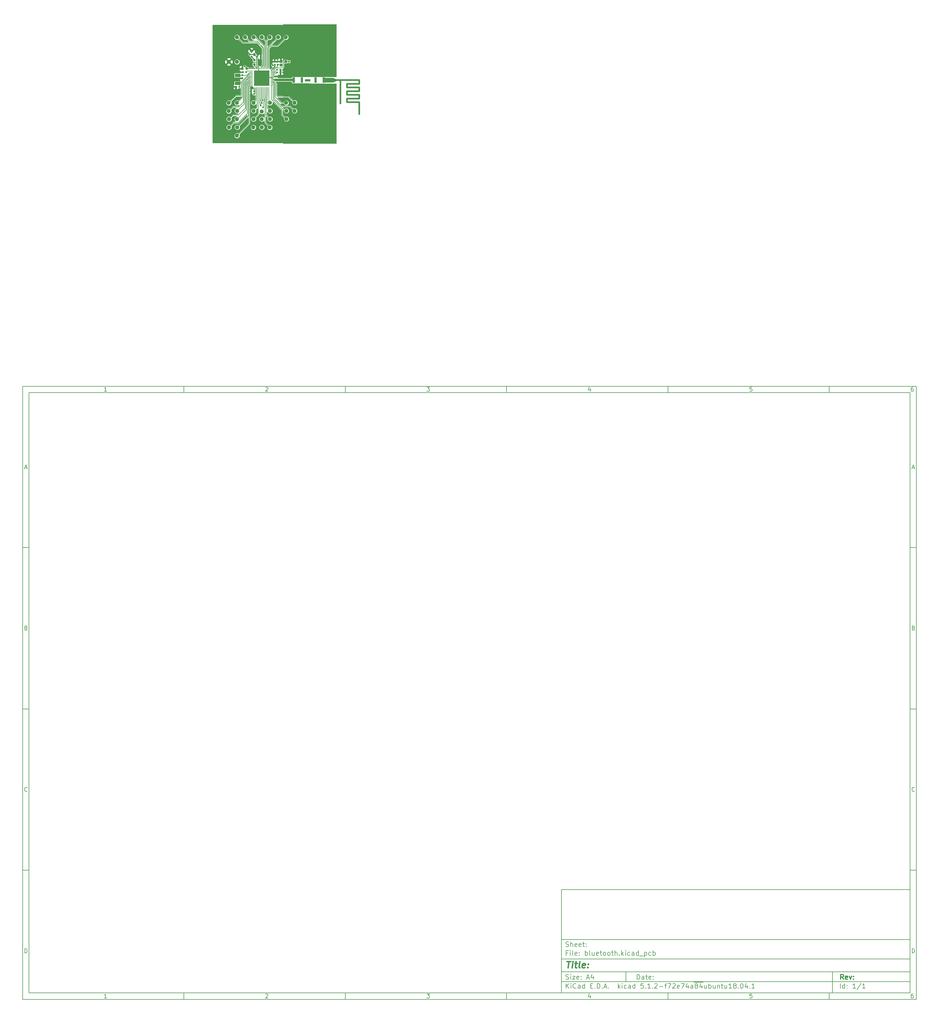
<source format=gbr>
%TF.GenerationSoftware,KiCad,Pcbnew,5.1.2-f72e74a~84~ubuntu18.04.1*%
%TF.CreationDate,2019-07-21T14:48:09+03:00*%
%TF.ProjectId,bluetooth,626c7565-746f-46f7-9468-2e6b69636164,rev?*%
%TF.SameCoordinates,Original*%
%TF.FileFunction,Copper,L1,Top*%
%TF.FilePolarity,Positive*%
%FSLAX46Y46*%
G04 Gerber Fmt 4.6, Leading zero omitted, Abs format (unit mm)*
G04 Created by KiCad (PCBNEW 5.1.2-f72e74a~84~ubuntu18.04.1) date 2019-07-21 14:48:09*
%MOMM*%
%LPD*%
G04 APERTURE LIST*
%ADD10C,0.100000*%
%ADD11C,0.150000*%
%ADD12C,0.300000*%
%ADD13C,0.400000*%
%TA.AperFunction,SMDPad,CuDef*%
%ADD14R,0.800000X1.750000*%
%TD*%
%TA.AperFunction,SMDPad,CuDef*%
%ADD15R,1.750000X0.800000*%
%TD*%
%TA.AperFunction,ComponentPad*%
%ADD16C,1.300000*%
%TD*%
%TA.AperFunction,SMDPad,CuDef*%
%ADD17O,0.650000X0.200000*%
%TD*%
%TA.AperFunction,SMDPad,CuDef*%
%ADD18O,0.200000X0.650000*%
%TD*%
%TA.AperFunction,SMDPad,CuDef*%
%ADD19R,4.700000X4.700000*%
%TD*%
%TA.AperFunction,SMDPad,CuDef*%
%ADD20R,0.600000X0.500000*%
%TD*%
%TA.AperFunction,SMDPad,CuDef*%
%ADD21C,0.750000*%
%TD*%
%TA.AperFunction,Conductor*%
%ADD22C,0.100000*%
%TD*%
%TA.AperFunction,SMDPad,CuDef*%
%ADD23C,0.500000*%
%TD*%
%TA.AperFunction,SMDPad,CuDef*%
%ADD24R,0.800000X0.750000*%
%TD*%
%TA.AperFunction,SMDPad,CuDef*%
%ADD25R,0.500000X0.600000*%
%TD*%
%TA.AperFunction,SMDPad,CuDef*%
%ADD26R,0.950000X0.850000*%
%TD*%
%TA.AperFunction,SMDPad,CuDef*%
%ADD27R,0.750000X0.800000*%
%TD*%
%TA.AperFunction,SMDPad,CuDef*%
%ADD28R,1.800000X1.000000*%
%TD*%
%TA.AperFunction,ViaPad*%
%ADD29C,0.609600*%
%TD*%
%TA.AperFunction,ViaPad*%
%ADD30C,0.400000*%
%TD*%
%TA.AperFunction,ViaPad*%
%ADD31C,0.660000*%
%TD*%
%TA.AperFunction,Conductor*%
%ADD32C,0.152400*%
%TD*%
%TA.AperFunction,Conductor*%
%ADD33C,0.762000*%
%TD*%
%TA.AperFunction,Conductor*%
%ADD34C,0.228600*%
%TD*%
%TA.AperFunction,Conductor*%
%ADD35C,0.508000*%
%TD*%
%TA.AperFunction,Conductor*%
%ADD36C,0.254000*%
%TD*%
%TA.AperFunction,Conductor*%
%ADD37C,0.381000*%
%TD*%
%TA.AperFunction,Conductor*%
%ADD38C,0.203200*%
%TD*%
%TA.AperFunction,Conductor*%
%ADD39C,0.279400*%
%TD*%
%TA.AperFunction,Conductor*%
%ADD40C,0.025400*%
%TD*%
G04 APERTURE END LIST*
D10*
D11*
X177002200Y-166007200D02*
X177002200Y-198007200D01*
X285002200Y-198007200D01*
X285002200Y-166007200D01*
X177002200Y-166007200D01*
D10*
D11*
X10000000Y-10000000D02*
X10000000Y-200007200D01*
X287002200Y-200007200D01*
X287002200Y-10000000D01*
X10000000Y-10000000D01*
D10*
D11*
X12000000Y-12000000D02*
X12000000Y-198007200D01*
X285002200Y-198007200D01*
X285002200Y-12000000D01*
X12000000Y-12000000D01*
D10*
D11*
X60000000Y-12000000D02*
X60000000Y-10000000D01*
D10*
D11*
X110000000Y-12000000D02*
X110000000Y-10000000D01*
D10*
D11*
X160000000Y-12000000D02*
X160000000Y-10000000D01*
D10*
D11*
X210000000Y-12000000D02*
X210000000Y-10000000D01*
D10*
D11*
X260000000Y-12000000D02*
X260000000Y-10000000D01*
D10*
D11*
X36065476Y-11588095D02*
X35322619Y-11588095D01*
X35694047Y-11588095D02*
X35694047Y-10288095D01*
X35570238Y-10473809D01*
X35446428Y-10597619D01*
X35322619Y-10659523D01*
D10*
D11*
X85322619Y-10411904D02*
X85384523Y-10350000D01*
X85508333Y-10288095D01*
X85817857Y-10288095D01*
X85941666Y-10350000D01*
X86003571Y-10411904D01*
X86065476Y-10535714D01*
X86065476Y-10659523D01*
X86003571Y-10845238D01*
X85260714Y-11588095D01*
X86065476Y-11588095D01*
D10*
D11*
X135260714Y-10288095D02*
X136065476Y-10288095D01*
X135632142Y-10783333D01*
X135817857Y-10783333D01*
X135941666Y-10845238D01*
X136003571Y-10907142D01*
X136065476Y-11030952D01*
X136065476Y-11340476D01*
X136003571Y-11464285D01*
X135941666Y-11526190D01*
X135817857Y-11588095D01*
X135446428Y-11588095D01*
X135322619Y-11526190D01*
X135260714Y-11464285D01*
D10*
D11*
X185941666Y-10721428D02*
X185941666Y-11588095D01*
X185632142Y-10226190D02*
X185322619Y-11154761D01*
X186127380Y-11154761D01*
D10*
D11*
X236003571Y-10288095D02*
X235384523Y-10288095D01*
X235322619Y-10907142D01*
X235384523Y-10845238D01*
X235508333Y-10783333D01*
X235817857Y-10783333D01*
X235941666Y-10845238D01*
X236003571Y-10907142D01*
X236065476Y-11030952D01*
X236065476Y-11340476D01*
X236003571Y-11464285D01*
X235941666Y-11526190D01*
X235817857Y-11588095D01*
X235508333Y-11588095D01*
X235384523Y-11526190D01*
X235322619Y-11464285D01*
D10*
D11*
X285941666Y-10288095D02*
X285694047Y-10288095D01*
X285570238Y-10350000D01*
X285508333Y-10411904D01*
X285384523Y-10597619D01*
X285322619Y-10845238D01*
X285322619Y-11340476D01*
X285384523Y-11464285D01*
X285446428Y-11526190D01*
X285570238Y-11588095D01*
X285817857Y-11588095D01*
X285941666Y-11526190D01*
X286003571Y-11464285D01*
X286065476Y-11340476D01*
X286065476Y-11030952D01*
X286003571Y-10907142D01*
X285941666Y-10845238D01*
X285817857Y-10783333D01*
X285570238Y-10783333D01*
X285446428Y-10845238D01*
X285384523Y-10907142D01*
X285322619Y-11030952D01*
D10*
D11*
X60000000Y-198007200D02*
X60000000Y-200007200D01*
D10*
D11*
X110000000Y-198007200D02*
X110000000Y-200007200D01*
D10*
D11*
X160000000Y-198007200D02*
X160000000Y-200007200D01*
D10*
D11*
X210000000Y-198007200D02*
X210000000Y-200007200D01*
D10*
D11*
X260000000Y-198007200D02*
X260000000Y-200007200D01*
D10*
D11*
X36065476Y-199595295D02*
X35322619Y-199595295D01*
X35694047Y-199595295D02*
X35694047Y-198295295D01*
X35570238Y-198481009D01*
X35446428Y-198604819D01*
X35322619Y-198666723D01*
D10*
D11*
X85322619Y-198419104D02*
X85384523Y-198357200D01*
X85508333Y-198295295D01*
X85817857Y-198295295D01*
X85941666Y-198357200D01*
X86003571Y-198419104D01*
X86065476Y-198542914D01*
X86065476Y-198666723D01*
X86003571Y-198852438D01*
X85260714Y-199595295D01*
X86065476Y-199595295D01*
D10*
D11*
X135260714Y-198295295D02*
X136065476Y-198295295D01*
X135632142Y-198790533D01*
X135817857Y-198790533D01*
X135941666Y-198852438D01*
X136003571Y-198914342D01*
X136065476Y-199038152D01*
X136065476Y-199347676D01*
X136003571Y-199471485D01*
X135941666Y-199533390D01*
X135817857Y-199595295D01*
X135446428Y-199595295D01*
X135322619Y-199533390D01*
X135260714Y-199471485D01*
D10*
D11*
X185941666Y-198728628D02*
X185941666Y-199595295D01*
X185632142Y-198233390D02*
X185322619Y-199161961D01*
X186127380Y-199161961D01*
D10*
D11*
X236003571Y-198295295D02*
X235384523Y-198295295D01*
X235322619Y-198914342D01*
X235384523Y-198852438D01*
X235508333Y-198790533D01*
X235817857Y-198790533D01*
X235941666Y-198852438D01*
X236003571Y-198914342D01*
X236065476Y-199038152D01*
X236065476Y-199347676D01*
X236003571Y-199471485D01*
X235941666Y-199533390D01*
X235817857Y-199595295D01*
X235508333Y-199595295D01*
X235384523Y-199533390D01*
X235322619Y-199471485D01*
D10*
D11*
X285941666Y-198295295D02*
X285694047Y-198295295D01*
X285570238Y-198357200D01*
X285508333Y-198419104D01*
X285384523Y-198604819D01*
X285322619Y-198852438D01*
X285322619Y-199347676D01*
X285384523Y-199471485D01*
X285446428Y-199533390D01*
X285570238Y-199595295D01*
X285817857Y-199595295D01*
X285941666Y-199533390D01*
X286003571Y-199471485D01*
X286065476Y-199347676D01*
X286065476Y-199038152D01*
X286003571Y-198914342D01*
X285941666Y-198852438D01*
X285817857Y-198790533D01*
X285570238Y-198790533D01*
X285446428Y-198852438D01*
X285384523Y-198914342D01*
X285322619Y-199038152D01*
D10*
D11*
X10000000Y-60000000D02*
X12000000Y-60000000D01*
D10*
D11*
X10000000Y-110000000D02*
X12000000Y-110000000D01*
D10*
D11*
X10000000Y-160000000D02*
X12000000Y-160000000D01*
D10*
D11*
X10690476Y-35216666D02*
X11309523Y-35216666D01*
X10566666Y-35588095D02*
X11000000Y-34288095D01*
X11433333Y-35588095D01*
D10*
D11*
X11092857Y-84907142D02*
X11278571Y-84969047D01*
X11340476Y-85030952D01*
X11402380Y-85154761D01*
X11402380Y-85340476D01*
X11340476Y-85464285D01*
X11278571Y-85526190D01*
X11154761Y-85588095D01*
X10659523Y-85588095D01*
X10659523Y-84288095D01*
X11092857Y-84288095D01*
X11216666Y-84350000D01*
X11278571Y-84411904D01*
X11340476Y-84535714D01*
X11340476Y-84659523D01*
X11278571Y-84783333D01*
X11216666Y-84845238D01*
X11092857Y-84907142D01*
X10659523Y-84907142D01*
D10*
D11*
X11402380Y-135464285D02*
X11340476Y-135526190D01*
X11154761Y-135588095D01*
X11030952Y-135588095D01*
X10845238Y-135526190D01*
X10721428Y-135402380D01*
X10659523Y-135278571D01*
X10597619Y-135030952D01*
X10597619Y-134845238D01*
X10659523Y-134597619D01*
X10721428Y-134473809D01*
X10845238Y-134350000D01*
X11030952Y-134288095D01*
X11154761Y-134288095D01*
X11340476Y-134350000D01*
X11402380Y-134411904D01*
D10*
D11*
X10659523Y-185588095D02*
X10659523Y-184288095D01*
X10969047Y-184288095D01*
X11154761Y-184350000D01*
X11278571Y-184473809D01*
X11340476Y-184597619D01*
X11402380Y-184845238D01*
X11402380Y-185030952D01*
X11340476Y-185278571D01*
X11278571Y-185402380D01*
X11154761Y-185526190D01*
X10969047Y-185588095D01*
X10659523Y-185588095D01*
D10*
D11*
X287002200Y-60000000D02*
X285002200Y-60000000D01*
D10*
D11*
X287002200Y-110000000D02*
X285002200Y-110000000D01*
D10*
D11*
X287002200Y-160000000D02*
X285002200Y-160000000D01*
D10*
D11*
X285692676Y-35216666D02*
X286311723Y-35216666D01*
X285568866Y-35588095D02*
X286002200Y-34288095D01*
X286435533Y-35588095D01*
D10*
D11*
X286095057Y-84907142D02*
X286280771Y-84969047D01*
X286342676Y-85030952D01*
X286404580Y-85154761D01*
X286404580Y-85340476D01*
X286342676Y-85464285D01*
X286280771Y-85526190D01*
X286156961Y-85588095D01*
X285661723Y-85588095D01*
X285661723Y-84288095D01*
X286095057Y-84288095D01*
X286218866Y-84350000D01*
X286280771Y-84411904D01*
X286342676Y-84535714D01*
X286342676Y-84659523D01*
X286280771Y-84783333D01*
X286218866Y-84845238D01*
X286095057Y-84907142D01*
X285661723Y-84907142D01*
D10*
D11*
X286404580Y-135464285D02*
X286342676Y-135526190D01*
X286156961Y-135588095D01*
X286033152Y-135588095D01*
X285847438Y-135526190D01*
X285723628Y-135402380D01*
X285661723Y-135278571D01*
X285599819Y-135030952D01*
X285599819Y-134845238D01*
X285661723Y-134597619D01*
X285723628Y-134473809D01*
X285847438Y-134350000D01*
X286033152Y-134288095D01*
X286156961Y-134288095D01*
X286342676Y-134350000D01*
X286404580Y-134411904D01*
D10*
D11*
X285661723Y-185588095D02*
X285661723Y-184288095D01*
X285971247Y-184288095D01*
X286156961Y-184350000D01*
X286280771Y-184473809D01*
X286342676Y-184597619D01*
X286404580Y-184845238D01*
X286404580Y-185030952D01*
X286342676Y-185278571D01*
X286280771Y-185402380D01*
X286156961Y-185526190D01*
X285971247Y-185588095D01*
X285661723Y-185588095D01*
D10*
D11*
X200434342Y-193785771D02*
X200434342Y-192285771D01*
X200791485Y-192285771D01*
X201005771Y-192357200D01*
X201148628Y-192500057D01*
X201220057Y-192642914D01*
X201291485Y-192928628D01*
X201291485Y-193142914D01*
X201220057Y-193428628D01*
X201148628Y-193571485D01*
X201005771Y-193714342D01*
X200791485Y-193785771D01*
X200434342Y-193785771D01*
X202577200Y-193785771D02*
X202577200Y-193000057D01*
X202505771Y-192857200D01*
X202362914Y-192785771D01*
X202077200Y-192785771D01*
X201934342Y-192857200D01*
X202577200Y-193714342D02*
X202434342Y-193785771D01*
X202077200Y-193785771D01*
X201934342Y-193714342D01*
X201862914Y-193571485D01*
X201862914Y-193428628D01*
X201934342Y-193285771D01*
X202077200Y-193214342D01*
X202434342Y-193214342D01*
X202577200Y-193142914D01*
X203077200Y-192785771D02*
X203648628Y-192785771D01*
X203291485Y-192285771D02*
X203291485Y-193571485D01*
X203362914Y-193714342D01*
X203505771Y-193785771D01*
X203648628Y-193785771D01*
X204720057Y-193714342D02*
X204577200Y-193785771D01*
X204291485Y-193785771D01*
X204148628Y-193714342D01*
X204077200Y-193571485D01*
X204077200Y-193000057D01*
X204148628Y-192857200D01*
X204291485Y-192785771D01*
X204577200Y-192785771D01*
X204720057Y-192857200D01*
X204791485Y-193000057D01*
X204791485Y-193142914D01*
X204077200Y-193285771D01*
X205434342Y-193642914D02*
X205505771Y-193714342D01*
X205434342Y-193785771D01*
X205362914Y-193714342D01*
X205434342Y-193642914D01*
X205434342Y-193785771D01*
X205434342Y-192857200D02*
X205505771Y-192928628D01*
X205434342Y-193000057D01*
X205362914Y-192928628D01*
X205434342Y-192857200D01*
X205434342Y-193000057D01*
D10*
D11*
X177002200Y-194507200D02*
X285002200Y-194507200D01*
D10*
D11*
X178434342Y-196585771D02*
X178434342Y-195085771D01*
X179291485Y-196585771D02*
X178648628Y-195728628D01*
X179291485Y-195085771D02*
X178434342Y-195942914D01*
X179934342Y-196585771D02*
X179934342Y-195585771D01*
X179934342Y-195085771D02*
X179862914Y-195157200D01*
X179934342Y-195228628D01*
X180005771Y-195157200D01*
X179934342Y-195085771D01*
X179934342Y-195228628D01*
X181505771Y-196442914D02*
X181434342Y-196514342D01*
X181220057Y-196585771D01*
X181077200Y-196585771D01*
X180862914Y-196514342D01*
X180720057Y-196371485D01*
X180648628Y-196228628D01*
X180577200Y-195942914D01*
X180577200Y-195728628D01*
X180648628Y-195442914D01*
X180720057Y-195300057D01*
X180862914Y-195157200D01*
X181077200Y-195085771D01*
X181220057Y-195085771D01*
X181434342Y-195157200D01*
X181505771Y-195228628D01*
X182791485Y-196585771D02*
X182791485Y-195800057D01*
X182720057Y-195657200D01*
X182577200Y-195585771D01*
X182291485Y-195585771D01*
X182148628Y-195657200D01*
X182791485Y-196514342D02*
X182648628Y-196585771D01*
X182291485Y-196585771D01*
X182148628Y-196514342D01*
X182077200Y-196371485D01*
X182077200Y-196228628D01*
X182148628Y-196085771D01*
X182291485Y-196014342D01*
X182648628Y-196014342D01*
X182791485Y-195942914D01*
X184148628Y-196585771D02*
X184148628Y-195085771D01*
X184148628Y-196514342D02*
X184005771Y-196585771D01*
X183720057Y-196585771D01*
X183577200Y-196514342D01*
X183505771Y-196442914D01*
X183434342Y-196300057D01*
X183434342Y-195871485D01*
X183505771Y-195728628D01*
X183577200Y-195657200D01*
X183720057Y-195585771D01*
X184005771Y-195585771D01*
X184148628Y-195657200D01*
X186005771Y-195800057D02*
X186505771Y-195800057D01*
X186720057Y-196585771D02*
X186005771Y-196585771D01*
X186005771Y-195085771D01*
X186720057Y-195085771D01*
X187362914Y-196442914D02*
X187434342Y-196514342D01*
X187362914Y-196585771D01*
X187291485Y-196514342D01*
X187362914Y-196442914D01*
X187362914Y-196585771D01*
X188077200Y-196585771D02*
X188077200Y-195085771D01*
X188434342Y-195085771D01*
X188648628Y-195157200D01*
X188791485Y-195300057D01*
X188862914Y-195442914D01*
X188934342Y-195728628D01*
X188934342Y-195942914D01*
X188862914Y-196228628D01*
X188791485Y-196371485D01*
X188648628Y-196514342D01*
X188434342Y-196585771D01*
X188077200Y-196585771D01*
X189577200Y-196442914D02*
X189648628Y-196514342D01*
X189577200Y-196585771D01*
X189505771Y-196514342D01*
X189577200Y-196442914D01*
X189577200Y-196585771D01*
X190220057Y-196157200D02*
X190934342Y-196157200D01*
X190077200Y-196585771D02*
X190577200Y-195085771D01*
X191077200Y-196585771D01*
X191577200Y-196442914D02*
X191648628Y-196514342D01*
X191577200Y-196585771D01*
X191505771Y-196514342D01*
X191577200Y-196442914D01*
X191577200Y-196585771D01*
X194577200Y-196585771D02*
X194577200Y-195085771D01*
X194720057Y-196014342D02*
X195148628Y-196585771D01*
X195148628Y-195585771D02*
X194577200Y-196157200D01*
X195791485Y-196585771D02*
X195791485Y-195585771D01*
X195791485Y-195085771D02*
X195720057Y-195157200D01*
X195791485Y-195228628D01*
X195862914Y-195157200D01*
X195791485Y-195085771D01*
X195791485Y-195228628D01*
X197148628Y-196514342D02*
X197005771Y-196585771D01*
X196720057Y-196585771D01*
X196577200Y-196514342D01*
X196505771Y-196442914D01*
X196434342Y-196300057D01*
X196434342Y-195871485D01*
X196505771Y-195728628D01*
X196577200Y-195657200D01*
X196720057Y-195585771D01*
X197005771Y-195585771D01*
X197148628Y-195657200D01*
X198434342Y-196585771D02*
X198434342Y-195800057D01*
X198362914Y-195657200D01*
X198220057Y-195585771D01*
X197934342Y-195585771D01*
X197791485Y-195657200D01*
X198434342Y-196514342D02*
X198291485Y-196585771D01*
X197934342Y-196585771D01*
X197791485Y-196514342D01*
X197720057Y-196371485D01*
X197720057Y-196228628D01*
X197791485Y-196085771D01*
X197934342Y-196014342D01*
X198291485Y-196014342D01*
X198434342Y-195942914D01*
X199791485Y-196585771D02*
X199791485Y-195085771D01*
X199791485Y-196514342D02*
X199648628Y-196585771D01*
X199362914Y-196585771D01*
X199220057Y-196514342D01*
X199148628Y-196442914D01*
X199077200Y-196300057D01*
X199077200Y-195871485D01*
X199148628Y-195728628D01*
X199220057Y-195657200D01*
X199362914Y-195585771D01*
X199648628Y-195585771D01*
X199791485Y-195657200D01*
X202362914Y-195085771D02*
X201648628Y-195085771D01*
X201577200Y-195800057D01*
X201648628Y-195728628D01*
X201791485Y-195657200D01*
X202148628Y-195657200D01*
X202291485Y-195728628D01*
X202362914Y-195800057D01*
X202434342Y-195942914D01*
X202434342Y-196300057D01*
X202362914Y-196442914D01*
X202291485Y-196514342D01*
X202148628Y-196585771D01*
X201791485Y-196585771D01*
X201648628Y-196514342D01*
X201577200Y-196442914D01*
X203077200Y-196442914D02*
X203148628Y-196514342D01*
X203077200Y-196585771D01*
X203005771Y-196514342D01*
X203077200Y-196442914D01*
X203077200Y-196585771D01*
X204577200Y-196585771D02*
X203720057Y-196585771D01*
X204148628Y-196585771D02*
X204148628Y-195085771D01*
X204005771Y-195300057D01*
X203862914Y-195442914D01*
X203720057Y-195514342D01*
X205220057Y-196442914D02*
X205291485Y-196514342D01*
X205220057Y-196585771D01*
X205148628Y-196514342D01*
X205220057Y-196442914D01*
X205220057Y-196585771D01*
X205862914Y-195228628D02*
X205934342Y-195157200D01*
X206077200Y-195085771D01*
X206434342Y-195085771D01*
X206577200Y-195157200D01*
X206648628Y-195228628D01*
X206720057Y-195371485D01*
X206720057Y-195514342D01*
X206648628Y-195728628D01*
X205791485Y-196585771D01*
X206720057Y-196585771D01*
X207362914Y-196014342D02*
X208505771Y-196014342D01*
X209005771Y-195585771D02*
X209577200Y-195585771D01*
X209220057Y-196585771D02*
X209220057Y-195300057D01*
X209291485Y-195157200D01*
X209434342Y-195085771D01*
X209577200Y-195085771D01*
X209934342Y-195085771D02*
X210934342Y-195085771D01*
X210291485Y-196585771D01*
X211434342Y-195228628D02*
X211505771Y-195157200D01*
X211648628Y-195085771D01*
X212005771Y-195085771D01*
X212148628Y-195157200D01*
X212220057Y-195228628D01*
X212291485Y-195371485D01*
X212291485Y-195514342D01*
X212220057Y-195728628D01*
X211362914Y-196585771D01*
X212291485Y-196585771D01*
X213505771Y-196514342D02*
X213362914Y-196585771D01*
X213077200Y-196585771D01*
X212934342Y-196514342D01*
X212862914Y-196371485D01*
X212862914Y-195800057D01*
X212934342Y-195657200D01*
X213077200Y-195585771D01*
X213362914Y-195585771D01*
X213505771Y-195657200D01*
X213577200Y-195800057D01*
X213577200Y-195942914D01*
X212862914Y-196085771D01*
X214077200Y-195085771D02*
X215077200Y-195085771D01*
X214434342Y-196585771D01*
X216291485Y-195585771D02*
X216291485Y-196585771D01*
X215934342Y-195014342D02*
X215577200Y-196085771D01*
X216505771Y-196085771D01*
X217720057Y-196585771D02*
X217720057Y-195800057D01*
X217648628Y-195657200D01*
X217505771Y-195585771D01*
X217220057Y-195585771D01*
X217077200Y-195657200D01*
X217720057Y-196514342D02*
X217577200Y-196585771D01*
X217220057Y-196585771D01*
X217077200Y-196514342D01*
X217005771Y-196371485D01*
X217005771Y-196228628D01*
X217077200Y-196085771D01*
X217220057Y-196014342D01*
X217577200Y-196014342D01*
X217720057Y-195942914D01*
X218077200Y-194677200D02*
X219505771Y-194677200D01*
X218648628Y-195728628D02*
X218505771Y-195657200D01*
X218434342Y-195585771D01*
X218362914Y-195442914D01*
X218362914Y-195371485D01*
X218434342Y-195228628D01*
X218505771Y-195157200D01*
X218648628Y-195085771D01*
X218934342Y-195085771D01*
X219077200Y-195157200D01*
X219148628Y-195228628D01*
X219220057Y-195371485D01*
X219220057Y-195442914D01*
X219148628Y-195585771D01*
X219077200Y-195657200D01*
X218934342Y-195728628D01*
X218648628Y-195728628D01*
X218505771Y-195800057D01*
X218434342Y-195871485D01*
X218362914Y-196014342D01*
X218362914Y-196300057D01*
X218434342Y-196442914D01*
X218505771Y-196514342D01*
X218648628Y-196585771D01*
X218934342Y-196585771D01*
X219077200Y-196514342D01*
X219148628Y-196442914D01*
X219220057Y-196300057D01*
X219220057Y-196014342D01*
X219148628Y-195871485D01*
X219077200Y-195800057D01*
X218934342Y-195728628D01*
X219505771Y-194677200D02*
X220934342Y-194677200D01*
X220505771Y-195585771D02*
X220505771Y-196585771D01*
X220148628Y-195014342D02*
X219791485Y-196085771D01*
X220720057Y-196085771D01*
X221934342Y-195585771D02*
X221934342Y-196585771D01*
X221291485Y-195585771D02*
X221291485Y-196371485D01*
X221362914Y-196514342D01*
X221505771Y-196585771D01*
X221720057Y-196585771D01*
X221862914Y-196514342D01*
X221934342Y-196442914D01*
X222648628Y-196585771D02*
X222648628Y-195085771D01*
X222648628Y-195657200D02*
X222791485Y-195585771D01*
X223077200Y-195585771D01*
X223220057Y-195657200D01*
X223291485Y-195728628D01*
X223362914Y-195871485D01*
X223362914Y-196300057D01*
X223291485Y-196442914D01*
X223220057Y-196514342D01*
X223077200Y-196585771D01*
X222791485Y-196585771D01*
X222648628Y-196514342D01*
X224648628Y-195585771D02*
X224648628Y-196585771D01*
X224005771Y-195585771D02*
X224005771Y-196371485D01*
X224077200Y-196514342D01*
X224220057Y-196585771D01*
X224434342Y-196585771D01*
X224577200Y-196514342D01*
X224648628Y-196442914D01*
X225362914Y-195585771D02*
X225362914Y-196585771D01*
X225362914Y-195728628D02*
X225434342Y-195657200D01*
X225577200Y-195585771D01*
X225791485Y-195585771D01*
X225934342Y-195657200D01*
X226005771Y-195800057D01*
X226005771Y-196585771D01*
X226505771Y-195585771D02*
X227077200Y-195585771D01*
X226720057Y-195085771D02*
X226720057Y-196371485D01*
X226791485Y-196514342D01*
X226934342Y-196585771D01*
X227077200Y-196585771D01*
X228220057Y-195585771D02*
X228220057Y-196585771D01*
X227577200Y-195585771D02*
X227577200Y-196371485D01*
X227648628Y-196514342D01*
X227791485Y-196585771D01*
X228005771Y-196585771D01*
X228148628Y-196514342D01*
X228220057Y-196442914D01*
X229720057Y-196585771D02*
X228862914Y-196585771D01*
X229291485Y-196585771D02*
X229291485Y-195085771D01*
X229148628Y-195300057D01*
X229005771Y-195442914D01*
X228862914Y-195514342D01*
X230577200Y-195728628D02*
X230434342Y-195657200D01*
X230362914Y-195585771D01*
X230291485Y-195442914D01*
X230291485Y-195371485D01*
X230362914Y-195228628D01*
X230434342Y-195157200D01*
X230577200Y-195085771D01*
X230862914Y-195085771D01*
X231005771Y-195157200D01*
X231077200Y-195228628D01*
X231148628Y-195371485D01*
X231148628Y-195442914D01*
X231077200Y-195585771D01*
X231005771Y-195657200D01*
X230862914Y-195728628D01*
X230577200Y-195728628D01*
X230434342Y-195800057D01*
X230362914Y-195871485D01*
X230291485Y-196014342D01*
X230291485Y-196300057D01*
X230362914Y-196442914D01*
X230434342Y-196514342D01*
X230577200Y-196585771D01*
X230862914Y-196585771D01*
X231005771Y-196514342D01*
X231077200Y-196442914D01*
X231148628Y-196300057D01*
X231148628Y-196014342D01*
X231077200Y-195871485D01*
X231005771Y-195800057D01*
X230862914Y-195728628D01*
X231791485Y-196442914D02*
X231862914Y-196514342D01*
X231791485Y-196585771D01*
X231720057Y-196514342D01*
X231791485Y-196442914D01*
X231791485Y-196585771D01*
X232791485Y-195085771D02*
X232934342Y-195085771D01*
X233077200Y-195157200D01*
X233148628Y-195228628D01*
X233220057Y-195371485D01*
X233291485Y-195657200D01*
X233291485Y-196014342D01*
X233220057Y-196300057D01*
X233148628Y-196442914D01*
X233077200Y-196514342D01*
X232934342Y-196585771D01*
X232791485Y-196585771D01*
X232648628Y-196514342D01*
X232577200Y-196442914D01*
X232505771Y-196300057D01*
X232434342Y-196014342D01*
X232434342Y-195657200D01*
X232505771Y-195371485D01*
X232577200Y-195228628D01*
X232648628Y-195157200D01*
X232791485Y-195085771D01*
X234577200Y-195585771D02*
X234577200Y-196585771D01*
X234220057Y-195014342D02*
X233862914Y-196085771D01*
X234791485Y-196085771D01*
X235362914Y-196442914D02*
X235434342Y-196514342D01*
X235362914Y-196585771D01*
X235291485Y-196514342D01*
X235362914Y-196442914D01*
X235362914Y-196585771D01*
X236862914Y-196585771D02*
X236005771Y-196585771D01*
X236434342Y-196585771D02*
X236434342Y-195085771D01*
X236291485Y-195300057D01*
X236148628Y-195442914D01*
X236005771Y-195514342D01*
D10*
D11*
X177002200Y-191507200D02*
X285002200Y-191507200D01*
D10*
D12*
X264411485Y-193785771D02*
X263911485Y-193071485D01*
X263554342Y-193785771D02*
X263554342Y-192285771D01*
X264125771Y-192285771D01*
X264268628Y-192357200D01*
X264340057Y-192428628D01*
X264411485Y-192571485D01*
X264411485Y-192785771D01*
X264340057Y-192928628D01*
X264268628Y-193000057D01*
X264125771Y-193071485D01*
X263554342Y-193071485D01*
X265625771Y-193714342D02*
X265482914Y-193785771D01*
X265197200Y-193785771D01*
X265054342Y-193714342D01*
X264982914Y-193571485D01*
X264982914Y-193000057D01*
X265054342Y-192857200D01*
X265197200Y-192785771D01*
X265482914Y-192785771D01*
X265625771Y-192857200D01*
X265697200Y-193000057D01*
X265697200Y-193142914D01*
X264982914Y-193285771D01*
X266197200Y-192785771D02*
X266554342Y-193785771D01*
X266911485Y-192785771D01*
X267482914Y-193642914D02*
X267554342Y-193714342D01*
X267482914Y-193785771D01*
X267411485Y-193714342D01*
X267482914Y-193642914D01*
X267482914Y-193785771D01*
X267482914Y-192857200D02*
X267554342Y-192928628D01*
X267482914Y-193000057D01*
X267411485Y-192928628D01*
X267482914Y-192857200D01*
X267482914Y-193000057D01*
D10*
D11*
X178362914Y-193714342D02*
X178577200Y-193785771D01*
X178934342Y-193785771D01*
X179077200Y-193714342D01*
X179148628Y-193642914D01*
X179220057Y-193500057D01*
X179220057Y-193357200D01*
X179148628Y-193214342D01*
X179077200Y-193142914D01*
X178934342Y-193071485D01*
X178648628Y-193000057D01*
X178505771Y-192928628D01*
X178434342Y-192857200D01*
X178362914Y-192714342D01*
X178362914Y-192571485D01*
X178434342Y-192428628D01*
X178505771Y-192357200D01*
X178648628Y-192285771D01*
X179005771Y-192285771D01*
X179220057Y-192357200D01*
X179862914Y-193785771D02*
X179862914Y-192785771D01*
X179862914Y-192285771D02*
X179791485Y-192357200D01*
X179862914Y-192428628D01*
X179934342Y-192357200D01*
X179862914Y-192285771D01*
X179862914Y-192428628D01*
X180434342Y-192785771D02*
X181220057Y-192785771D01*
X180434342Y-193785771D01*
X181220057Y-193785771D01*
X182362914Y-193714342D02*
X182220057Y-193785771D01*
X181934342Y-193785771D01*
X181791485Y-193714342D01*
X181720057Y-193571485D01*
X181720057Y-193000057D01*
X181791485Y-192857200D01*
X181934342Y-192785771D01*
X182220057Y-192785771D01*
X182362914Y-192857200D01*
X182434342Y-193000057D01*
X182434342Y-193142914D01*
X181720057Y-193285771D01*
X183077200Y-193642914D02*
X183148628Y-193714342D01*
X183077200Y-193785771D01*
X183005771Y-193714342D01*
X183077200Y-193642914D01*
X183077200Y-193785771D01*
X183077200Y-192857200D02*
X183148628Y-192928628D01*
X183077200Y-193000057D01*
X183005771Y-192928628D01*
X183077200Y-192857200D01*
X183077200Y-193000057D01*
X184862914Y-193357200D02*
X185577200Y-193357200D01*
X184720057Y-193785771D02*
X185220057Y-192285771D01*
X185720057Y-193785771D01*
X186862914Y-192785771D02*
X186862914Y-193785771D01*
X186505771Y-192214342D02*
X186148628Y-193285771D01*
X187077200Y-193285771D01*
D10*
D11*
X263434342Y-196585771D02*
X263434342Y-195085771D01*
X264791485Y-196585771D02*
X264791485Y-195085771D01*
X264791485Y-196514342D02*
X264648628Y-196585771D01*
X264362914Y-196585771D01*
X264220057Y-196514342D01*
X264148628Y-196442914D01*
X264077200Y-196300057D01*
X264077200Y-195871485D01*
X264148628Y-195728628D01*
X264220057Y-195657200D01*
X264362914Y-195585771D01*
X264648628Y-195585771D01*
X264791485Y-195657200D01*
X265505771Y-196442914D02*
X265577200Y-196514342D01*
X265505771Y-196585771D01*
X265434342Y-196514342D01*
X265505771Y-196442914D01*
X265505771Y-196585771D01*
X265505771Y-195657200D02*
X265577200Y-195728628D01*
X265505771Y-195800057D01*
X265434342Y-195728628D01*
X265505771Y-195657200D01*
X265505771Y-195800057D01*
X268148628Y-196585771D02*
X267291485Y-196585771D01*
X267720057Y-196585771D02*
X267720057Y-195085771D01*
X267577200Y-195300057D01*
X267434342Y-195442914D01*
X267291485Y-195514342D01*
X269862914Y-195014342D02*
X268577200Y-196942914D01*
X271148628Y-196585771D02*
X270291485Y-196585771D01*
X270720057Y-196585771D02*
X270720057Y-195085771D01*
X270577200Y-195300057D01*
X270434342Y-195442914D01*
X270291485Y-195514342D01*
D10*
D11*
X177002200Y-187507200D02*
X285002200Y-187507200D01*
D10*
D13*
X178714580Y-188211961D02*
X179857438Y-188211961D01*
X179036009Y-190211961D02*
X179286009Y-188211961D01*
X180274104Y-190211961D02*
X180440771Y-188878628D01*
X180524104Y-188211961D02*
X180416961Y-188307200D01*
X180500295Y-188402438D01*
X180607438Y-188307200D01*
X180524104Y-188211961D01*
X180500295Y-188402438D01*
X181107438Y-188878628D02*
X181869342Y-188878628D01*
X181476485Y-188211961D02*
X181262200Y-189926247D01*
X181333628Y-190116723D01*
X181512200Y-190211961D01*
X181702676Y-190211961D01*
X182655057Y-190211961D02*
X182476485Y-190116723D01*
X182405057Y-189926247D01*
X182619342Y-188211961D01*
X184190771Y-190116723D02*
X183988390Y-190211961D01*
X183607438Y-190211961D01*
X183428866Y-190116723D01*
X183357438Y-189926247D01*
X183452676Y-189164342D01*
X183571723Y-188973866D01*
X183774104Y-188878628D01*
X184155057Y-188878628D01*
X184333628Y-188973866D01*
X184405057Y-189164342D01*
X184381247Y-189354819D01*
X183405057Y-189545295D01*
X185155057Y-190021485D02*
X185238390Y-190116723D01*
X185131247Y-190211961D01*
X185047914Y-190116723D01*
X185155057Y-190021485D01*
X185131247Y-190211961D01*
X185286009Y-188973866D02*
X185369342Y-189069104D01*
X185262200Y-189164342D01*
X185178866Y-189069104D01*
X185286009Y-188973866D01*
X185262200Y-189164342D01*
D10*
D11*
X178934342Y-185600057D02*
X178434342Y-185600057D01*
X178434342Y-186385771D02*
X178434342Y-184885771D01*
X179148628Y-184885771D01*
X179720057Y-186385771D02*
X179720057Y-185385771D01*
X179720057Y-184885771D02*
X179648628Y-184957200D01*
X179720057Y-185028628D01*
X179791485Y-184957200D01*
X179720057Y-184885771D01*
X179720057Y-185028628D01*
X180648628Y-186385771D02*
X180505771Y-186314342D01*
X180434342Y-186171485D01*
X180434342Y-184885771D01*
X181791485Y-186314342D02*
X181648628Y-186385771D01*
X181362914Y-186385771D01*
X181220057Y-186314342D01*
X181148628Y-186171485D01*
X181148628Y-185600057D01*
X181220057Y-185457200D01*
X181362914Y-185385771D01*
X181648628Y-185385771D01*
X181791485Y-185457200D01*
X181862914Y-185600057D01*
X181862914Y-185742914D01*
X181148628Y-185885771D01*
X182505771Y-186242914D02*
X182577200Y-186314342D01*
X182505771Y-186385771D01*
X182434342Y-186314342D01*
X182505771Y-186242914D01*
X182505771Y-186385771D01*
X182505771Y-185457200D02*
X182577200Y-185528628D01*
X182505771Y-185600057D01*
X182434342Y-185528628D01*
X182505771Y-185457200D01*
X182505771Y-185600057D01*
X184362914Y-186385771D02*
X184362914Y-184885771D01*
X184362914Y-185457200D02*
X184505771Y-185385771D01*
X184791485Y-185385771D01*
X184934342Y-185457200D01*
X185005771Y-185528628D01*
X185077200Y-185671485D01*
X185077200Y-186100057D01*
X185005771Y-186242914D01*
X184934342Y-186314342D01*
X184791485Y-186385771D01*
X184505771Y-186385771D01*
X184362914Y-186314342D01*
X185934342Y-186385771D02*
X185791485Y-186314342D01*
X185720057Y-186171485D01*
X185720057Y-184885771D01*
X187148628Y-185385771D02*
X187148628Y-186385771D01*
X186505771Y-185385771D02*
X186505771Y-186171485D01*
X186577200Y-186314342D01*
X186720057Y-186385771D01*
X186934342Y-186385771D01*
X187077200Y-186314342D01*
X187148628Y-186242914D01*
X188434342Y-186314342D02*
X188291485Y-186385771D01*
X188005771Y-186385771D01*
X187862914Y-186314342D01*
X187791485Y-186171485D01*
X187791485Y-185600057D01*
X187862914Y-185457200D01*
X188005771Y-185385771D01*
X188291485Y-185385771D01*
X188434342Y-185457200D01*
X188505771Y-185600057D01*
X188505771Y-185742914D01*
X187791485Y-185885771D01*
X188934342Y-185385771D02*
X189505771Y-185385771D01*
X189148628Y-184885771D02*
X189148628Y-186171485D01*
X189220057Y-186314342D01*
X189362914Y-186385771D01*
X189505771Y-186385771D01*
X190220057Y-186385771D02*
X190077200Y-186314342D01*
X190005771Y-186242914D01*
X189934342Y-186100057D01*
X189934342Y-185671485D01*
X190005771Y-185528628D01*
X190077200Y-185457200D01*
X190220057Y-185385771D01*
X190434342Y-185385771D01*
X190577200Y-185457200D01*
X190648628Y-185528628D01*
X190720057Y-185671485D01*
X190720057Y-186100057D01*
X190648628Y-186242914D01*
X190577200Y-186314342D01*
X190434342Y-186385771D01*
X190220057Y-186385771D01*
X191577200Y-186385771D02*
X191434342Y-186314342D01*
X191362914Y-186242914D01*
X191291485Y-186100057D01*
X191291485Y-185671485D01*
X191362914Y-185528628D01*
X191434342Y-185457200D01*
X191577200Y-185385771D01*
X191791485Y-185385771D01*
X191934342Y-185457200D01*
X192005771Y-185528628D01*
X192077200Y-185671485D01*
X192077200Y-186100057D01*
X192005771Y-186242914D01*
X191934342Y-186314342D01*
X191791485Y-186385771D01*
X191577200Y-186385771D01*
X192505771Y-185385771D02*
X193077200Y-185385771D01*
X192720057Y-184885771D02*
X192720057Y-186171485D01*
X192791485Y-186314342D01*
X192934342Y-186385771D01*
X193077200Y-186385771D01*
X193577200Y-186385771D02*
X193577200Y-184885771D01*
X194220057Y-186385771D02*
X194220057Y-185600057D01*
X194148628Y-185457200D01*
X194005771Y-185385771D01*
X193791485Y-185385771D01*
X193648628Y-185457200D01*
X193577200Y-185528628D01*
X194934342Y-186242914D02*
X195005771Y-186314342D01*
X194934342Y-186385771D01*
X194862914Y-186314342D01*
X194934342Y-186242914D01*
X194934342Y-186385771D01*
X195648628Y-186385771D02*
X195648628Y-184885771D01*
X195791485Y-185814342D02*
X196220057Y-186385771D01*
X196220057Y-185385771D02*
X195648628Y-185957200D01*
X196862914Y-186385771D02*
X196862914Y-185385771D01*
X196862914Y-184885771D02*
X196791485Y-184957200D01*
X196862914Y-185028628D01*
X196934342Y-184957200D01*
X196862914Y-184885771D01*
X196862914Y-185028628D01*
X198220057Y-186314342D02*
X198077200Y-186385771D01*
X197791485Y-186385771D01*
X197648628Y-186314342D01*
X197577200Y-186242914D01*
X197505771Y-186100057D01*
X197505771Y-185671485D01*
X197577200Y-185528628D01*
X197648628Y-185457200D01*
X197791485Y-185385771D01*
X198077200Y-185385771D01*
X198220057Y-185457200D01*
X199505771Y-186385771D02*
X199505771Y-185600057D01*
X199434342Y-185457200D01*
X199291485Y-185385771D01*
X199005771Y-185385771D01*
X198862914Y-185457200D01*
X199505771Y-186314342D02*
X199362914Y-186385771D01*
X199005771Y-186385771D01*
X198862914Y-186314342D01*
X198791485Y-186171485D01*
X198791485Y-186028628D01*
X198862914Y-185885771D01*
X199005771Y-185814342D01*
X199362914Y-185814342D01*
X199505771Y-185742914D01*
X200862914Y-186385771D02*
X200862914Y-184885771D01*
X200862914Y-186314342D02*
X200720057Y-186385771D01*
X200434342Y-186385771D01*
X200291485Y-186314342D01*
X200220057Y-186242914D01*
X200148628Y-186100057D01*
X200148628Y-185671485D01*
X200220057Y-185528628D01*
X200291485Y-185457200D01*
X200434342Y-185385771D01*
X200720057Y-185385771D01*
X200862914Y-185457200D01*
X201220057Y-186528628D02*
X202362914Y-186528628D01*
X202720057Y-185385771D02*
X202720057Y-186885771D01*
X202720057Y-185457200D02*
X202862914Y-185385771D01*
X203148628Y-185385771D01*
X203291485Y-185457200D01*
X203362914Y-185528628D01*
X203434342Y-185671485D01*
X203434342Y-186100057D01*
X203362914Y-186242914D01*
X203291485Y-186314342D01*
X203148628Y-186385771D01*
X202862914Y-186385771D01*
X202720057Y-186314342D01*
X204720057Y-186314342D02*
X204577200Y-186385771D01*
X204291485Y-186385771D01*
X204148628Y-186314342D01*
X204077200Y-186242914D01*
X204005771Y-186100057D01*
X204005771Y-185671485D01*
X204077200Y-185528628D01*
X204148628Y-185457200D01*
X204291485Y-185385771D01*
X204577200Y-185385771D01*
X204720057Y-185457200D01*
X205362914Y-186385771D02*
X205362914Y-184885771D01*
X205362914Y-185457200D02*
X205505771Y-185385771D01*
X205791485Y-185385771D01*
X205934342Y-185457200D01*
X206005771Y-185528628D01*
X206077200Y-185671485D01*
X206077200Y-186100057D01*
X206005771Y-186242914D01*
X205934342Y-186314342D01*
X205791485Y-186385771D01*
X205505771Y-186385771D01*
X205362914Y-186314342D01*
D10*
D11*
X177002200Y-181507200D02*
X285002200Y-181507200D01*
D10*
D11*
X178362914Y-183614342D02*
X178577200Y-183685771D01*
X178934342Y-183685771D01*
X179077200Y-183614342D01*
X179148628Y-183542914D01*
X179220057Y-183400057D01*
X179220057Y-183257200D01*
X179148628Y-183114342D01*
X179077200Y-183042914D01*
X178934342Y-182971485D01*
X178648628Y-182900057D01*
X178505771Y-182828628D01*
X178434342Y-182757200D01*
X178362914Y-182614342D01*
X178362914Y-182471485D01*
X178434342Y-182328628D01*
X178505771Y-182257200D01*
X178648628Y-182185771D01*
X179005771Y-182185771D01*
X179220057Y-182257200D01*
X179862914Y-183685771D02*
X179862914Y-182185771D01*
X180505771Y-183685771D02*
X180505771Y-182900057D01*
X180434342Y-182757200D01*
X180291485Y-182685771D01*
X180077200Y-182685771D01*
X179934342Y-182757200D01*
X179862914Y-182828628D01*
X181791485Y-183614342D02*
X181648628Y-183685771D01*
X181362914Y-183685771D01*
X181220057Y-183614342D01*
X181148628Y-183471485D01*
X181148628Y-182900057D01*
X181220057Y-182757200D01*
X181362914Y-182685771D01*
X181648628Y-182685771D01*
X181791485Y-182757200D01*
X181862914Y-182900057D01*
X181862914Y-183042914D01*
X181148628Y-183185771D01*
X183077200Y-183614342D02*
X182934342Y-183685771D01*
X182648628Y-183685771D01*
X182505771Y-183614342D01*
X182434342Y-183471485D01*
X182434342Y-182900057D01*
X182505771Y-182757200D01*
X182648628Y-182685771D01*
X182934342Y-182685771D01*
X183077200Y-182757200D01*
X183148628Y-182900057D01*
X183148628Y-183042914D01*
X182434342Y-183185771D01*
X183577200Y-182685771D02*
X184148628Y-182685771D01*
X183791485Y-182185771D02*
X183791485Y-183471485D01*
X183862914Y-183614342D01*
X184005771Y-183685771D01*
X184148628Y-183685771D01*
X184648628Y-183542914D02*
X184720057Y-183614342D01*
X184648628Y-183685771D01*
X184577200Y-183614342D01*
X184648628Y-183542914D01*
X184648628Y-183685771D01*
X184648628Y-182757200D02*
X184720057Y-182828628D01*
X184648628Y-182900057D01*
X184577200Y-182828628D01*
X184648628Y-182757200D01*
X184648628Y-182900057D01*
D10*
D11*
X197002200Y-191507200D02*
X197002200Y-194507200D01*
D10*
D11*
X261002200Y-191507200D02*
X261002200Y-198007200D01*
D10*
G36*
X107194000Y85103910D02*
G01*
X107194000Y84583910D01*
X106178000Y84094610D01*
X106178000Y85593210D01*
X107194000Y85103910D01*
G37*
G36*
X106178000Y84094610D02*
G01*
X103529000Y84105000D01*
X106178000Y85594610D01*
X106178000Y84094610D01*
G37*
G36*
X106178000Y85594610D02*
G01*
X103529000Y84105000D01*
X103531000Y85595000D01*
X106178000Y85594610D01*
G37*
D14*
%TO.P,Cap_2,1*%
%TO.N,Net-(Cap_2-Pad1)*%
X96530000Y84870000D03*
%TO.P,Cap_2,2*%
%TO.N,N/C*%
X93980000Y84870000D03*
%TD*%
D15*
%TO.P,Cap_4,1*%
%TO.N,GND*%
X105120000Y84715000D03*
%TO.P,Cap_4,2*%
X105120000Y82165000D03*
%TD*%
D14*
%TO.P,Cap_1,1*%
%TO.N,Net-(Cap_1-Pad1)*%
X100770000Y84850000D03*
%TO.P,Cap_1,2*%
%TO.N,Net-(Cap_1-Pad2)*%
X103320000Y84850000D03*
%TD*%
D15*
%TO.P,Cap_3,1*%
%TO.N,GND*%
X98370000Y84820000D03*
%TO.P,Cap_3,2*%
X98370000Y82270000D03*
%TD*%
D16*
%TO.P,U102,1*%
%TO.N,Net-(U102-Pad1)*%
X86650000Y77830000D03*
%TD*%
%TO.P,U26,GND*%
%TO.N,GND*%
X73890000Y90530000D03*
%TD*%
%TO.P,U8,1*%
%TO.N,N/C*%
X76430000Y90530000D03*
%TD*%
D17*
%TO.P,U1,1*%
%TO.N,DEC1*%
X81080940Y87691620D03*
%TO.P,U1,2*%
%TO.N,P0.00/XL1*%
X81080940Y87291620D03*
%TO.P,U1,3*%
%TO.N,P0.01/XL2*%
X81080940Y86891620D03*
%TO.P,U1,4*%
%TO.N,N/C*%
X81080940Y86491620D03*
%TO.P,U1,5*%
X81080940Y86091620D03*
%TO.P,U1,6*%
X81080940Y85691620D03*
%TO.P,U1,7*%
X81080940Y85291620D03*
%TO.P,U1,8*%
X81080940Y84891620D03*
%TO.P,U1,9*%
X81080940Y84491620D03*
%TO.P,U1,10*%
X81080940Y84091620D03*
%TO.P,U1,11*%
X81080940Y83691620D03*
%TO.P,U1,12*%
X81080940Y83291620D03*
D18*
%TO.P,U1,13*%
%TO.N,VDD_NRF*%
X81905930Y82466620D03*
%TO.P,U1,14*%
%TO.N,N/C*%
X82305930Y82466620D03*
%TO.P,U1,15*%
X82705940Y82466620D03*
%TO.P,U1,16*%
X83105930Y82466620D03*
%TO.P,U1,17*%
X83505930Y82466620D03*
%TO.P,U1,18*%
X83905940Y82466620D03*
%TO.P,U1,19*%
X84305940Y82466620D03*
%TO.P,U1,20*%
X84705940Y82466620D03*
%TO.P,U1,21*%
X85105940Y82466620D03*
%TO.P,U1,22*%
X85505940Y82466620D03*
%TO.P,U1,23*%
X85905940Y82466620D03*
%TO.P,U1,24*%
X86305940Y82466620D03*
D17*
%TO.P,U1,25*%
X87130940Y83291620D03*
%TO.P,U1,26*%
X87130940Y83691620D03*
%TO.P,U1,27*%
X87130940Y84091620D03*
%TO.P,U1,28*%
X87130940Y84491620D03*
%TO.P,U1,29*%
X87130940Y84891620D03*
%TO.P,U1,30*%
X87130940Y85291620D03*
%TO.P,U1,31*%
%TO.N,GND*%
X87130940Y85691620D03*
%TO.P,U1,32*%
%TO.N,DEC2*%
X87130940Y86091620D03*
%TO.P,U1,33*%
%TO.N,DEC3*%
X87130940Y86491620D03*
%TO.P,U1,34*%
%TO.N,XC1*%
X87130940Y86891620D03*
%TO.P,U1,35*%
%TO.N,XC2*%
X87130940Y87291620D03*
%TO.P,U1,36*%
%TO.N,VDD_NRF*%
X87130940Y87691620D03*
D18*
%TO.P,U1,37*%
%TO.N,N/C*%
X86305940Y88516620D03*
%TO.P,U1,38*%
X85905930Y88516620D03*
%TO.P,U1,39*%
X85505940Y88516620D03*
%TO.P,U1,40*%
X85105940Y88516620D03*
%TO.P,U1,41*%
X84705930Y88516620D03*
%TO.P,U1,42*%
X84305940Y88516620D03*
%TO.P,U1,43*%
X83905930Y88516620D03*
%TO.P,U1,44*%
X83505930Y88516620D03*
%TO.P,U1,45*%
%TO.N,GND*%
X83105930Y88516620D03*
%TO.P,U1,46*%
%TO.N,DEC4*%
X82705930Y88516620D03*
%TO.P,U1,47*%
%TO.N,NetL2_2*%
X82305930Y88516620D03*
%TO.P,U1,48*%
%TO.N,VDD_NRF*%
X81905930Y88516620D03*
D19*
%TO.P,U1,49*%
%TO.N,GND*%
X84105940Y85491620D03*
%TD*%
D16*
%TO.P,U33,1*%
%TO.N,N/C*%
X76430000Y77830000D03*
%TD*%
%TO.P,U31,1*%
%TO.N,N/C*%
X81510000Y70210000D03*
%TD*%
%TO.P,U25,1*%
%TO.N,N/C*%
X73950000Y72800000D03*
%TD*%
%TO.P,U20,1*%
%TO.N,N/C*%
X84110000Y72800000D03*
%TD*%
%TO.P,U19,1*%
%TO.N,N/C*%
X91670000Y77830000D03*
%TD*%
D20*
%TO.P,C12,1*%
%TO.N,P0.01/XL2*%
X77138330Y82799220D03*
%TO.P,C12,2*%
%TO.N,GND*%
X76138330Y82799220D03*
%TD*%
D21*
%TO.P,C10,2*%
%TO.N,DEC4*%
X81797340Y92802820D03*
D22*
%TD*%
%TO.N,DEC4*%
%TO.C,C10*%
G36*
X81731968Y92258438D02*
G01*
X81249877Y92832972D01*
X81862712Y93347202D01*
X82344803Y92772668D01*
X81731968Y92258438D01*
X81731968Y92258438D01*
G37*
D21*
%TO.P,C10,1*%
%TO.N,GND*%
X80929570Y93836980D03*
D22*
%TD*%
%TO.N,GND*%
%TO.C,C10*%
G36*
X80864198Y93292598D02*
G01*
X80382107Y93867132D01*
X80994942Y94381362D01*
X81477033Y93806828D01*
X80864198Y93292598D01*
X80864198Y93292598D01*
G37*
D23*
%TO.P,L3,2*%
%TO.N,NetL2_1*%
X80982980Y92092430D03*
D22*
%TD*%
%TO.N,NetL2_1*%
%TO.C,L3*%
G36*
X81000375Y91682769D02*
G01*
X80582563Y92180698D01*
X80965585Y92502091D01*
X81383397Y92004162D01*
X81000375Y91682769D01*
X81000375Y91682769D01*
G37*
D23*
%TO.P,L3,1*%
%TO.N,DEC4*%
X80372330Y92820170D03*
D22*
%TD*%
%TO.N,DEC4*%
%TO.C,L3*%
G36*
X80389725Y92410509D02*
G01*
X79971913Y92908438D01*
X80354935Y93229831D01*
X80772747Y92731902D01*
X80389725Y92410509D01*
X80389725Y92410509D01*
G37*
D24*
%TO.P,L2,1*%
%TO.N,NetL2_1*%
X81845340Y91048580D03*
%TO.P,L2,2*%
%TO.N,NetL2_2*%
X81845340Y89698580D03*
%TD*%
D20*
%TO.P,C4,1*%
%TO.N,DEC1*%
X79271930Y87371220D03*
%TO.P,C4,2*%
%TO.N,GND*%
X78271930Y87371220D03*
%TD*%
%TO.P,C5,1*%
%TO.N,VDD_NRF*%
X81761130Y81402220D03*
%TO.P,C5,2*%
%TO.N,GND*%
X80761130Y81402220D03*
%TD*%
%TO.P,C7,1*%
%TO.N,DEC3*%
X88889140Y88107820D03*
%TO.P,C7,2*%
%TO.N,GND*%
X89889140Y88107820D03*
%TD*%
D25*
%TO.P,C1,1*%
%TO.N,XC1*%
X92589370Y90589200D03*
%TO.P,C1,2*%
%TO.N,GND*%
X92589370Y89589200D03*
%TD*%
D26*
%TO.P,X1,3*%
%TO.N,XC2*%
X90086370Y89514200D03*
%TO.P,X1,2*%
%TO.N,GND*%
X90086370Y90664200D03*
%TO.P,X1,1*%
%TO.N,XC1*%
X91536370Y90664200D03*
%TO.P,X1,4*%
%TO.N,GND*%
X91536370Y89514200D03*
%TD*%
D25*
%TO.P,C8,1*%
%TO.N,VDD_NRF*%
X88144370Y89589200D03*
%TO.P,C8,2*%
%TO.N,GND*%
X88144370Y90589200D03*
%TD*%
D27*
%TO.P,C9,2*%
%TO.N,GND*%
X78096940Y88412620D03*
%TO.P,C9,1*%
%TO.N,VDD_NRF*%
X79446940Y88412620D03*
%TD*%
D20*
%TO.P,C6,1*%
%TO.N,GND*%
X89889130Y87218820D03*
%TO.P,C6,2*%
%TO.N,DEC2*%
X88889130Y87218820D03*
%TD*%
D25*
%TO.P,C2,1*%
%TO.N,XC2*%
X89033370Y89589200D03*
%TO.P,C2,2*%
%TO.N,GND*%
X89033370Y90589200D03*
%TD*%
%TO.P,C3,1*%
%TO.N,GND*%
X88296940Y85991620D03*
%TO.P,C3,2*%
%TO.N,N/C*%
X88296940Y84991620D03*
%TD*%
D28*
%TO.P,X2,2*%
%TO.N,P0.01/XL2*%
X76638340Y83860620D03*
%TO.P,X2,1*%
%TO.N,P0.00/XL1*%
X76638340Y86360610D03*
%TD*%
D25*
%TO.P,C11,1*%
%TO.N,P0.00/XL1*%
X78060740Y86448820D03*
%TO.P,C11,2*%
%TO.N,GND*%
X78060740Y85448820D03*
%TD*%
D20*
%TO.P,C13,1*%
%TO.N,DEC4*%
X82793140Y92070220D03*
%TO.P,C13,2*%
%TO.N,GND*%
X83793140Y92070220D03*
%TD*%
D16*
%TO.P,U32,1*%
%TO.N,Net-(U32-Pad1)*%
X73890000Y75290000D03*
%TD*%
%TO.P,U30,1*%
%TO.N,Net-(U30-Pad1)*%
X76430000Y72750000D03*
%TD*%
%TO.P,U29,1*%
%TO.N,Net-(U29-Pad1)*%
X73890000Y77830000D03*
%TD*%
%TO.P,U28,1*%
%TO.N,Net-(U28-Pad1)*%
X73950000Y70260000D03*
%TD*%
%TO.P,U27,1*%
%TO.N,Net-(U27-Pad1)*%
X84110000Y70260000D03*
%TD*%
%TO.P,U24,1*%
%TO.N,Net-(U24-Pad1)*%
X76430000Y67670000D03*
%TD*%
%TO.P,U23,1*%
%TO.N,Net-(U23-Pad1)*%
X86590000Y70210000D03*
%TD*%
%TO.P,U102,1*%
%TO.N,Net-(U102-Pad1)*%
X86650000Y75340000D03*
%TD*%
%TO.P,U21,1*%
%TO.N,Net-(U21-Pad1)*%
X76490000Y75340000D03*
%TD*%
%TO.P,U18,1*%
%TO.N,Net-(U18-Pad1)*%
X84140000Y75110000D03*
%TD*%
%TO.P,U17,1*%
%TO.N,Net-(U17-Pad1)*%
X81570000Y72800000D03*
%TD*%
%TO.P,U16,1*%
%TO.N,Net-(U16-Pad1)*%
X91730000Y75340000D03*
%TD*%
%TO.P,U15,1*%
%TO.N,Net-(U15-Pad1)*%
X94270000Y77880000D03*
%TD*%
%TO.P,U14,1*%
%TO.N,Net-(U14-Pad1)*%
X81570000Y77880000D03*
%TD*%
%TO.P,U13,1*%
%TO.N,Net-(U13-Pad1)*%
X86650000Y72800000D03*
%TD*%
%TO.P,U12,1*%
%TO.N,Net-(U12-Pad1)*%
X94270000Y75340000D03*
%TD*%
%TO.P,U11,1*%
%TO.N,Net-(U11-Pad1)*%
X81570000Y75340000D03*
%TD*%
%TO.P,U10,1*%
%TO.N,Net-(U10-Pad1)*%
X91730000Y72800000D03*
%TD*%
%TO.P,U9,1*%
%TO.N,Net-(U9-Pad1)*%
X76490000Y70260000D03*
%TD*%
%TO.P,U7,1*%
%TO.N,Net-(U7-Pad1)*%
X76430000Y98150000D03*
%TD*%
%TO.P,U6,1*%
%TO.N,Net-(U6-Pad1)*%
X84110000Y98200000D03*
%TD*%
%TO.P,U5,1*%
%TO.N,Net-(U5-Pad1)*%
X78970000Y98150000D03*
%TD*%
%TO.P,U4,1*%
%TO.N,Net-(U4-Pad1)*%
X86590000Y98150000D03*
%TD*%
%TO.P,U3,1*%
%TO.N,Net-(U3-Pad1)*%
X89190000Y98200000D03*
%TD*%
%TO.P,U2,1*%
%TO.N,Net-(U2-Pad1)*%
X81590000Y98150000D03*
%TD*%
%TO.P,U1,1*%
%TO.N,Net-(U1-Pad1)*%
X91590000Y98150000D03*
%TD*%
D29*
%TO.N,*%
X84525440Y76454030D03*
X84319540Y78653980D03*
X84091340Y77763700D03*
X83782310Y76998500D03*
%TO.N,VDD_NRF*%
X87433170Y89505000D03*
X81718340Y80589420D03*
X78775930Y89168620D03*
D30*
%TO.N,GND*%
X106438000Y82267810D03*
X106438000Y79219810D03*
X103390000Y86839810D03*
X102628000Y86839810D03*
X106438000Y87601810D03*
X106438000Y88363810D03*
X106438000Y89125810D03*
X106438000Y89887810D03*
X106438000Y91411810D03*
X106438000Y92173810D03*
X108470000Y77641810D03*
X106438000Y77695810D03*
X106438000Y76933810D03*
X106438000Y76171810D03*
X106438000Y75409810D03*
X106438000Y74647810D03*
X106438000Y81505810D03*
X106438000Y90649810D03*
X106438000Y79981810D03*
X106438000Y83029810D03*
X106438000Y73885810D03*
X105676000Y83029810D03*
X104914000Y83029810D03*
X104152000Y83029810D03*
X103390000Y83029810D03*
X102628000Y83029810D03*
X106438000Y86839810D03*
X105676000Y86839810D03*
X104914000Y86839810D03*
X104152000Y86839810D03*
X106438000Y78457810D03*
X106438000Y80743810D03*
X105676000Y101317810D03*
X103390000Y101317810D03*
X101104000Y101317810D03*
X105676000Y97507810D03*
X105676000Y93697810D03*
X106438000Y66265810D03*
X102628000Y66265810D03*
X69862000Y66265810D03*
X69862000Y70075810D03*
X74434000Y66265810D03*
X69862000Y101317810D03*
X74434000Y101317810D03*
X69862000Y96745810D03*
X106438000Y73123810D03*
X106438000Y72361810D03*
X106438000Y71599810D03*
X106438000Y70837810D03*
D29*
X76079540Y81986420D03*
X83775740Y91257420D03*
X81794540Y94432420D03*
X87331570Y90589200D03*
X83216850Y89657310D03*
X92589450Y94432480D03*
X86874450Y94432480D03*
X80594610Y89571750D03*
X76895520Y93610250D03*
X79838740Y94432420D03*
X83766330Y94432510D03*
X77019340Y85288420D03*
X76079540Y80589420D03*
X92589540Y80589420D03*
X89236740Y80589420D03*
X92589450Y84151820D03*
X90777160Y83590630D03*
X92589450Y85828220D03*
X92589430Y88768320D03*
X89973170Y91613200D03*
X92589450Y92908480D03*
X89008050Y91409910D03*
X88144450Y91409910D03*
X83766330Y92883110D03*
X75114230Y89538770D03*
X79292310Y90379180D03*
X77954720Y94824460D03*
X73137090Y92100460D03*
X80778540Y80564020D03*
X81108740Y82491620D03*
X77234690Y87488080D03*
X78314740Y92832220D03*
X91548140Y88722580D03*
D31*
X82305940Y87291620D03*
X83505930Y87291620D03*
X84705930Y87291620D03*
X85905930Y87291620D03*
X82305940Y86091620D03*
X83505930Y86091620D03*
X84705930Y86091620D03*
X85905930Y86091620D03*
X82305940Y84891620D03*
X83505930Y84891620D03*
X84705930Y84891620D03*
X85905930Y84891620D03*
X82305940Y83691620D03*
X83505930Y83691620D03*
X84705930Y83691620D03*
X85905930Y83691620D03*
D29*
X90684540Y88057020D03*
X90684540Y87218820D03*
X89236740Y83586620D03*
X89650000Y86200000D03*
%TD*%
D32*
%TO.N,*%
X90382290Y74135260D02*
X91725940Y72791620D01*
X90382290Y74135260D02*
X90382290Y75618460D01*
X87130940Y78869820D02*
X90382290Y75618460D01*
X87130940Y78869820D02*
X87130940Y83291620D01*
X76485940Y98191620D02*
X78185930Y96491620D01*
X78185930Y96491620D02*
X82681730Y96491620D01*
X82681730Y96491620D02*
X84410740Y94762620D01*
X84410740Y89561480D02*
X84410740Y94762620D01*
X83905930Y89056680D02*
X84410740Y89561480D01*
X83905930Y88516620D02*
X83905930Y89056680D01*
X79025940Y98191620D02*
X80325940Y96891620D01*
X80325940Y96891620D02*
X82712790Y96891620D01*
X82712790Y96891620D02*
X84715540Y94888870D01*
X84715540Y89435230D02*
X84715540Y94888870D01*
X84305940Y89025630D02*
X84715540Y89435230D01*
X84305940Y88516620D02*
X84305940Y89025630D01*
X84105940Y98191620D02*
X85325140Y96972420D01*
X85325140Y89154900D02*
X85325140Y96972420D01*
X85105930Y88935700D02*
X85325140Y89154900D01*
X85105930Y88516620D02*
X85105930Y88935700D01*
X76485940Y75331620D02*
X78699440Y77545120D01*
X78699440Y77545120D02*
X78699440Y83475730D01*
X80515330Y85291620D02*
X81080940Y85291620D01*
X78699440Y83475730D02*
X80515330Y85291620D01*
X78391990Y77996830D02*
X78391990Y83603080D01*
X76931790Y76536630D02*
X78391990Y77996830D01*
X75150950Y76536630D02*
X76931790Y76536630D01*
X73945940Y75331620D02*
X75150950Y76536630D01*
X80480530Y85691620D02*
X81080940Y85691620D01*
X78391990Y83603080D02*
X80480530Y85691620D01*
X76485940Y77871620D02*
X78086670Y79472350D01*
X78086670Y79472350D02*
X78086670Y83729560D01*
X80448730Y86091620D02*
X81080940Y86091620D01*
X78086670Y83729560D02*
X80448730Y86091620D01*
X73945940Y77871620D02*
X76093890Y80019570D01*
X76093890Y80019570D02*
X77536900Y80019570D01*
X77536900Y80019570D02*
X77781340Y80264000D01*
X77781340Y80264000D02*
X77781340Y83856020D01*
X80416930Y86491620D02*
X81080940Y86491620D01*
X77781340Y83856020D02*
X80416930Y86491620D01*
X87684540Y78969250D02*
X91490100Y75163690D01*
X91490100Y75163690D02*
X91558000Y75163690D01*
X91558000Y75163690D02*
X91725940Y75331620D01*
X87684540Y78969250D02*
X87684540Y83427720D01*
X87420640Y83691620D02*
X87684540Y83427720D01*
X87130940Y83691620D02*
X87420640Y83691620D01*
X85629940Y97175620D02*
X86645940Y98191620D01*
X85629940Y89028650D02*
X85629940Y97175620D01*
X85505940Y88904650D02*
X85629940Y89028650D01*
X85505940Y88516620D02*
X85505940Y88904650D01*
X89185940Y98140070D02*
X89185940Y98191620D01*
X85934740Y94888870D02*
X89185940Y98140070D01*
X85934740Y88902400D02*
X85934740Y94888870D01*
X85905930Y88873600D02*
X85934740Y88902400D01*
X85905930Y88516620D02*
X85905930Y88873600D01*
X89025940Y95491620D02*
X91725940Y98191620D01*
X86968540Y95491620D02*
X89025940Y95491620D01*
X86239540Y94762620D02*
X86968540Y95491620D01*
X86239540Y88908950D02*
X86239540Y94762620D01*
X86239540Y88908950D02*
X86305940Y88842550D01*
X86305940Y88516620D02*
X86305940Y88842550D01*
X90151140Y77871620D02*
X91725940Y77871620D01*
X88296940Y79725820D02*
X90151140Y77871620D01*
X88296940Y79725820D02*
X88296940Y83680670D01*
X87130940Y84491620D02*
X87485990Y84491620D01*
X87485990Y84491620D02*
X88296940Y83680670D01*
X92844120Y76753430D02*
X94265940Y75331620D01*
X90331410Y76753430D02*
X92844120Y76753430D01*
X87989340Y79095500D02*
X90331410Y76753430D01*
X87989340Y79095500D02*
X87989340Y83557220D01*
X87130940Y84091620D02*
X87454940Y84091620D01*
X87454940Y84091620D02*
X87989340Y83557220D01*
X86305940Y78211620D02*
X86645940Y77871620D01*
X86305940Y78211620D02*
X86305940Y82466620D01*
X85767330Y79371290D02*
X85767340Y79371280D01*
X85767340Y78235550D02*
X85767340Y79371280D01*
X85767330Y78235540D02*
X85767340Y78235550D01*
X85767330Y76210220D02*
X85767330Y78235540D01*
X85767330Y79371290D02*
X85767330Y80006840D01*
X85767330Y76210220D02*
X86645940Y75331620D01*
X85767330Y80006840D02*
X85905940Y80145440D01*
X85905940Y80145440D02*
X85905940Y82466620D01*
X85462530Y79245040D02*
X85462540Y79245030D01*
X85462540Y78361800D02*
X85462540Y79245030D01*
X85462530Y78361790D02*
X85462540Y78361800D01*
X85462530Y73975020D02*
X85462530Y78361790D01*
X85462530Y79245040D02*
X85462530Y80215820D01*
X85462530Y73975020D02*
X86645940Y72791620D01*
X85462530Y80215820D02*
X85505940Y80259220D01*
X85505940Y80259220D02*
X85505940Y82466620D01*
X85105940Y79170580D02*
X85157740Y79118780D01*
X85105940Y79170580D02*
X85105940Y82466620D01*
X85157740Y78488050D02*
X85157740Y79118780D01*
X85157730Y78488040D02*
X85157740Y78488050D01*
X85157730Y78189180D02*
X85157730Y78488040D01*
X85105940Y78137380D02*
X85157730Y78189180D01*
X85105940Y71791620D02*
X85105940Y78137380D01*
X85105940Y71791620D02*
X86645940Y70251620D01*
X84705940Y79139530D02*
X84705940Y82466620D01*
X84525440Y76454030D02*
X84705940Y76634520D01*
X84705940Y79139530D02*
X84852940Y78992530D01*
X84705940Y76634520D02*
X84705940Y78168430D01*
X84705940Y78168430D02*
X84852930Y78315430D01*
X84852930Y78315430D02*
X84852930Y78614300D01*
X84852930Y78614300D02*
X84852940Y78614300D01*
X84852940Y78614300D02*
X84852940Y78992530D01*
X84305940Y78667580D02*
X84319540Y78653980D01*
X84305940Y78667580D02*
X84305940Y82466620D01*
X83903750Y78992530D02*
X83903750Y82464430D01*
X84091340Y77763700D02*
X84091340Y78127840D01*
X83786140Y78874920D02*
X83903750Y78992530D01*
X83786140Y78433040D02*
X83786140Y78874920D01*
X83786140Y78433040D02*
X84091340Y78127840D01*
X83903750Y82464430D02*
X83905940Y82466620D01*
X83481340Y77619360D02*
X83481340Y82442020D01*
X83481340Y77619360D02*
X83782310Y77318380D01*
X83481340Y82442020D02*
X83505930Y82466620D01*
X83782310Y76998500D02*
X83782310Y77318380D01*
X83105930Y74331620D02*
X83105930Y82466620D01*
X81565940Y72791620D02*
X83105930Y74331620D01*
X82705940Y76471620D02*
X82705940Y82466620D01*
X81565940Y75331620D02*
X82705940Y76471620D01*
X81565940Y77871620D02*
X82305930Y78611620D01*
X82305930Y78611620D02*
X82305930Y82466620D01*
X80223440Y71449120D02*
X80223440Y82844470D01*
X76485940Y67711620D02*
X80223440Y71449120D01*
X80223440Y82844470D02*
X80670580Y83291620D01*
X80670580Y83291620D02*
X81080940Y83291620D01*
X76485940Y70251620D02*
X79918640Y73684320D01*
X79918640Y73684320D02*
X79918640Y82970730D01*
X80639530Y83691620D02*
X81080940Y83691620D01*
X79918640Y82970730D02*
X80639530Y83691620D01*
X79613840Y74476730D02*
X79613840Y83096980D01*
X76848600Y71711490D02*
X79613840Y74476730D01*
X75405810Y71711490D02*
X76848600Y71711490D01*
X73945940Y70251620D02*
X75405810Y71711490D01*
X80608480Y84091620D02*
X81080940Y84091620D01*
X79613840Y83096980D02*
X80608480Y84091620D01*
X76485940Y72791620D02*
X79309040Y75614720D01*
X79309040Y75614720D02*
X79309040Y83223230D01*
X80577430Y84491620D02*
X81080940Y84491620D01*
X79309040Y83223230D02*
X80577430Y84491620D01*
X79004240Y76175720D02*
X79004240Y83349480D01*
X76841670Y74013140D02*
X79004240Y76175720D01*
X75167460Y74013140D02*
X76841670Y74013140D01*
X73945940Y72791620D02*
X75167460Y74013140D01*
X80546370Y84891620D02*
X81080940Y84891620D01*
X79004240Y83349480D02*
X80546370Y84891620D01*
D33*
X93859980Y84990020D02*
X93980000Y84870000D01*
X90202340Y84990020D02*
X93859980Y84990020D01*
D34*
X87605920Y85291620D02*
X87915710Y84981830D01*
X87130940Y85291620D02*
X87605920Y85291620D01*
X87915710Y84981830D02*
X88304940Y84981830D01*
D35*
X90199140Y84986820D02*
X90202340Y84990020D01*
D33*
X88296930Y84986820D02*
X90199140Y84986820D01*
D36*
%TO.N,VDD_NRF*%
X87128450Y87718940D02*
X87128450Y88179690D01*
D34*
X79535930Y88491620D02*
X81896140Y88491620D01*
D36*
X87433170Y89505000D02*
X87450570Y89487600D01*
D37*
X81644710Y80589420D02*
X81718340Y80589420D01*
D34*
X81718340Y80589420D02*
X81905930Y80777020D01*
D36*
X87128450Y88179690D02*
X88144370Y89195610D01*
X88144370Y89195610D02*
X88144370Y89487600D01*
X88144370Y89487600D02*
X88144370Y89589200D01*
D34*
X78858930Y89168620D02*
X79450930Y88576620D01*
X78775930Y89168620D02*
X78858930Y89168620D01*
D37*
X79450930Y88406620D02*
X79450930Y88576620D01*
D34*
X79450930Y88576620D02*
X79535930Y88491620D01*
D36*
X87450570Y89487600D02*
X88144370Y89487600D01*
D32*
X81718340Y80589430D02*
X81905930Y80777020D01*
X81718340Y80589420D02*
X81718340Y80589430D01*
X81905930Y80777010D02*
X81718340Y80589420D01*
X81905930Y81014070D02*
X81905930Y80777010D01*
D34*
X81905930Y80777020D02*
X81905930Y81014070D01*
D32*
X81905930Y81547020D02*
X81905930Y81854070D01*
X81761130Y81402220D02*
X81905930Y81547020D01*
D34*
X81905930Y81014070D02*
X81905930Y81854070D01*
X81905930Y81854070D02*
X81905930Y82466620D01*
D32*
%TO.N,P0.01/XL2*%
X76638340Y83860610D02*
X77138330Y83360620D01*
X77138330Y82799220D02*
X77138330Y83360620D01*
X76638340Y83860610D02*
X77354130Y83860610D01*
X80385130Y86891620D02*
X81080940Y86891620D01*
X77354130Y83860610D02*
X80385130Y86891620D01*
%TO.N,P0.00/XL1*%
X79423070Y86360610D02*
X80354080Y87291620D01*
X80354080Y87291620D02*
X81080940Y87291620D01*
X78148950Y86360610D02*
X78729390Y86360610D01*
X78060740Y86448820D02*
X78148950Y86360610D01*
X76638340Y86360610D02*
X78729390Y86360610D01*
X78729390Y86360610D02*
X79423070Y86360610D01*
X78060740Y86448820D02*
X77972530Y86360610D01*
X77770610Y86360610D02*
X76638340Y86360610D01*
X77972530Y86360610D02*
X77770610Y86360610D01*
X76638340Y86360610D02*
X77972530Y86360610D01*
D34*
%TO.N,DEC4*%
X81831980Y92820180D02*
X82531140Y92121020D01*
X82705930Y88547180D02*
X82705930Y89208190D01*
X82531140Y89382980D02*
X82705930Y89208190D01*
X82531140Y89382980D02*
X82531140Y92121020D01*
X80372330Y92820180D02*
X81831980Y92820180D01*
D32*
%TO.N,DEC3*%
X88296930Y87302570D02*
X88296940Y87553850D01*
X87485990Y86491620D02*
X88296930Y87302570D01*
X87130940Y86491620D02*
X87485990Y86491620D01*
X88296940Y87553850D02*
X88781060Y88037970D01*
D35*
%TO.N,GND*%
X110502000Y82559910D02*
X110502000Y83702910D01*
X108464000Y77623710D02*
X108464000Y77623710D01*
X114312000Y84845910D02*
X107119300Y84845910D01*
X108464000Y84811910D02*
X108464000Y77623710D01*
X110502000Y83702910D02*
X114312000Y83702910D01*
X114312000Y82559910D02*
X110502000Y82559910D01*
X114312000Y81416910D02*
X114312000Y82559910D01*
X110502000Y81416910D02*
X114312000Y81416910D01*
X114312000Y77987910D02*
X110502000Y77987910D01*
X107119300Y84845910D02*
X107098000Y84824610D01*
X114312000Y80273910D02*
X110502000Y80273910D01*
X114312000Y74304910D02*
X114312000Y77987910D01*
X110502000Y79130910D02*
X114312000Y79130910D01*
X114312000Y83702910D02*
X114312000Y84845910D01*
X110502000Y77987910D02*
X110502000Y79130910D01*
X110502000Y80273910D02*
X110502000Y81416910D01*
X114312000Y79130910D02*
X114312000Y80273910D01*
D32*
X73890000Y90530000D02*
X74360000Y90530000D01*
D34*
X83105930Y88516620D02*
X83105930Y89631910D01*
X84723540Y85694820D02*
X87605170Y85694820D01*
X87892180Y85981830D02*
X88304940Y85981830D01*
X87605170Y85694820D02*
X87892180Y85981830D01*
X83105930Y87691620D02*
X83105930Y88516620D01*
D32*
X75385730Y92100460D02*
X76895520Y93610250D01*
X73137090Y92100460D02*
X75385730Y92100460D01*
X76895520Y93765260D02*
X77954720Y94824460D01*
X76895520Y93610250D02*
X76895520Y93765260D01*
D38*
%TO.N,DEC1*%
X79275920Y87390620D02*
X79576930Y87691620D01*
X79576930Y87691620D02*
X81080940Y87691620D01*
D32*
X79271930Y87386620D02*
X79576930Y87691620D01*
X79271930Y87371220D02*
X79271930Y87386620D01*
%TO.N,DEC2*%
X87517040Y86091620D02*
X88644230Y87218820D01*
X87130940Y86091620D02*
X87517040Y86091620D01*
X88644230Y87218820D02*
X88889130Y87218820D01*
X88889130Y87218820D02*
X88906540Y87218820D01*
D39*
%TO.N,NetL2_1*%
X80982980Y92092430D02*
X81845340Y91230070D01*
X81845340Y91048580D02*
X81845340Y91230070D01*
D34*
%TO.N,NetL2_2*%
X82305930Y88516620D02*
X82305930Y88936410D01*
X81845340Y89397010D02*
X82305930Y88936410D01*
X81845340Y89397010D02*
X81845340Y89698590D01*
D32*
%TO.N,XC1*%
X87989340Y87426020D02*
X87989340Y88094450D01*
X87454940Y86891620D02*
X87989340Y87426020D01*
X87130940Y86891620D02*
X87454940Y86891620D01*
X90811370Y88920800D02*
X90811370Y90038400D01*
X90811370Y90038400D02*
X91362170Y90589200D01*
X87989340Y88094450D02*
X88561600Y88666710D01*
X88561600Y88666710D02*
X90557290Y88666710D01*
X90557290Y88666710D02*
X90811370Y88920800D01*
X91362170Y90589200D02*
X92589370Y90589200D01*
%TO.N,XC2*%
X87420640Y87291620D02*
X87684540Y87555510D01*
X87130940Y87291620D02*
X87420640Y87291620D01*
X87684540Y87555510D02*
X87684540Y88224220D01*
X87684540Y88224220D02*
X88431830Y88971510D01*
X88431830Y88971510D02*
X88855650Y88971510D01*
X88855650Y88971510D02*
X89033210Y89149070D01*
X89033210Y89149070D02*
X89033210Y89581360D01*
X88982570Y89589200D02*
X89033370Y89589200D01*
X89033370Y89589200D02*
X89939160Y89589200D01*
X89939160Y89589200D02*
X90139170Y89389200D01*
%TO.N,Net-(U15-Pad1)*%
X81565940Y98191620D02*
X82120340Y98191620D01*
X82120340Y98191620D02*
X85020340Y95291620D01*
X85020340Y89281150D02*
X85020340Y95291620D01*
X84705930Y88966750D02*
X85020340Y89281150D01*
X84705930Y88516620D02*
X84705930Y88966750D01*
X92366150Y79771400D02*
X94265940Y77871620D01*
X88987950Y79771400D02*
X92366150Y79771400D01*
X88601740Y80157620D02*
X88987950Y79771400D01*
X87130940Y84891620D02*
X87517040Y84891620D01*
X87517040Y84891620D02*
X88601740Y83806920D01*
X88601740Y80157620D02*
X88601740Y83806920D01*
%TD*%
D36*
%TO.N,GND*%
G36*
X90590612Y97559186D02*
G01*
X88878647Y95847220D01*
X87395984Y95847220D01*
X88873774Y97325009D01*
X88918904Y97306316D01*
X89098462Y97270600D01*
X89281538Y97270600D01*
X89461096Y97306316D01*
X89630236Y97376376D01*
X89782458Y97478088D01*
X89911912Y97607542D01*
X90013624Y97759764D01*
X90083684Y97928904D01*
X90119400Y98108462D01*
X90119400Y98291538D01*
X90083684Y98471096D01*
X90013624Y98640236D01*
X89911912Y98792458D01*
X89782458Y98921912D01*
X89630236Y99023624D01*
X89461096Y99093684D01*
X89281538Y99129400D01*
X89098462Y99129400D01*
X88918904Y99093684D01*
X88749764Y99023624D01*
X88597542Y98921912D01*
X88468088Y98792458D01*
X88366376Y98640236D01*
X88296316Y98471096D01*
X88260600Y98291538D01*
X88260600Y98108462D01*
X88296316Y97928904D01*
X88347737Y97804762D01*
X85985540Y95442563D01*
X85985540Y97028327D01*
X86244393Y97287179D01*
X86318904Y97256316D01*
X86498462Y97220600D01*
X86681538Y97220600D01*
X86861096Y97256316D01*
X87030236Y97326376D01*
X87182458Y97428088D01*
X87311912Y97557542D01*
X87413624Y97709764D01*
X87483684Y97878904D01*
X87519400Y98058462D01*
X87519400Y98241538D01*
X87483684Y98421096D01*
X87413624Y98590236D01*
X87311912Y98742458D01*
X87182458Y98871912D01*
X87030236Y98973624D01*
X86861096Y99043684D01*
X86681538Y99079400D01*
X86498462Y99079400D01*
X86318904Y99043684D01*
X86149764Y98973624D01*
X85997542Y98871912D01*
X85868088Y98742458D01*
X85766376Y98590236D01*
X85696316Y98421096D01*
X85660600Y98241538D01*
X85660600Y98058462D01*
X85696316Y97878904D01*
X85735568Y97784141D01*
X85390841Y97439414D01*
X85377278Y97428283D01*
X85374976Y97425478D01*
X84964983Y97835471D01*
X85003684Y97928904D01*
X85039400Y98108462D01*
X85039400Y98291538D01*
X85003684Y98471096D01*
X84933624Y98640236D01*
X84831912Y98792458D01*
X84702458Y98921912D01*
X84550236Y99023624D01*
X84381096Y99093684D01*
X84201538Y99129400D01*
X84018462Y99129400D01*
X83838904Y99093684D01*
X83669764Y99023624D01*
X83517542Y98921912D01*
X83388088Y98792458D01*
X83286376Y98640236D01*
X83216316Y98471096D01*
X83180600Y98291538D01*
X83180600Y98108462D01*
X83216316Y97928904D01*
X83286376Y97759764D01*
X83388088Y97607542D01*
X83517542Y97478088D01*
X83669764Y97376376D01*
X83838904Y97306316D01*
X84018462Y97270600D01*
X84201538Y97270600D01*
X84381096Y97306316D01*
X84456936Y97337730D01*
X84969541Y96825124D01*
X84969541Y95845314D01*
X82506013Y98308840D01*
X82483684Y98421096D01*
X82413624Y98590236D01*
X82311912Y98742458D01*
X82182458Y98871912D01*
X82030236Y98973624D01*
X81861096Y99043684D01*
X81681538Y99079400D01*
X81498462Y99079400D01*
X81318904Y99043684D01*
X81149764Y98973624D01*
X80997542Y98871912D01*
X80868088Y98742458D01*
X80766376Y98590236D01*
X80696316Y98421096D01*
X80660600Y98241538D01*
X80660600Y98058462D01*
X80696316Y97878904D01*
X80766376Y97709764D01*
X80868088Y97557542D01*
X80997542Y97428088D01*
X81149764Y97326376D01*
X81318904Y97256316D01*
X81364633Y97247220D01*
X80473234Y97247220D01*
X79857201Y97863253D01*
X79863684Y97878904D01*
X79899400Y98058462D01*
X79899400Y98241538D01*
X79863684Y98421096D01*
X79793624Y98590236D01*
X79691912Y98742458D01*
X79562458Y98871912D01*
X79410236Y98973624D01*
X79241096Y99043684D01*
X79061538Y99079400D01*
X78878462Y99079400D01*
X78698904Y99043684D01*
X78529764Y98973624D01*
X78377542Y98871912D01*
X78248088Y98742458D01*
X78146376Y98590236D01*
X78076316Y98421096D01*
X78040600Y98241538D01*
X78040600Y98058462D01*
X78076316Y97878904D01*
X78146376Y97709764D01*
X78248088Y97557542D01*
X78377542Y97428088D01*
X78529764Y97326376D01*
X78698904Y97256316D01*
X78878462Y97220600D01*
X79061538Y97220600D01*
X79241096Y97256316D01*
X79394718Y97319948D01*
X79867446Y96847220D01*
X78333226Y96847220D01*
X77317200Y97863250D01*
X77323684Y97878904D01*
X77359400Y98058462D01*
X77359400Y98241538D01*
X77323684Y98421096D01*
X77253624Y98590236D01*
X77151912Y98742458D01*
X77022458Y98871912D01*
X76870236Y98973624D01*
X76701096Y99043684D01*
X76521538Y99079400D01*
X76338462Y99079400D01*
X76158904Y99043684D01*
X75989764Y98973624D01*
X75837542Y98871912D01*
X75708088Y98742458D01*
X75606376Y98590236D01*
X75536316Y98421096D01*
X75500600Y98241538D01*
X75500600Y98058462D01*
X75536316Y97878904D01*
X75606376Y97709764D01*
X75708088Y97557542D01*
X75837542Y97428088D01*
X75989764Y97326376D01*
X76158904Y97256316D01*
X76338462Y97220600D01*
X76521538Y97220600D01*
X76701096Y97256316D01*
X76854715Y97319947D01*
X77922135Y96252521D01*
X77933267Y96238957D01*
X77987414Y96194519D01*
X78049190Y96161499D01*
X78116220Y96141166D01*
X78168467Y96136020D01*
X78168475Y96136020D01*
X78185928Y96134301D01*
X78203384Y96136020D01*
X82534438Y96136020D01*
X84055141Y94615324D01*
X84055141Y92931471D01*
X83920140Y92796470D01*
X83920140Y92193220D01*
X83940140Y92193220D01*
X83940140Y91947220D01*
X83920140Y91947220D01*
X83920140Y91343970D01*
X84055140Y91208970D01*
X84055140Y89708776D01*
X83666828Y89320472D01*
X83653268Y89309343D01*
X83642141Y89295785D01*
X83642137Y89295781D01*
X83628071Y89278641D01*
X83622180Y89285450D01*
X83506164Y89375716D01*
X83374768Y89441614D01*
X83220909Y89467571D01*
X83105930Y89317870D01*
X83065759Y89370172D01*
X83034863Y89427976D01*
X82985664Y89487924D01*
X82970645Y89500250D01*
X82924840Y89546055D01*
X82924840Y91535035D01*
X82971888Y91452208D01*
X83053699Y91357589D01*
X83152398Y91280747D01*
X83264191Y91224638D01*
X83384783Y91191416D01*
X83507390Y91185220D01*
X83666140Y91343970D01*
X83666140Y91947220D01*
X83646140Y91947220D01*
X83646140Y92193220D01*
X83666140Y92193220D01*
X83666140Y92796470D01*
X83507390Y92955220D01*
X83384783Y92949024D01*
X83264191Y92915802D01*
X83152398Y92859693D01*
X83053699Y92782851D01*
X82971888Y92688232D01*
X82922322Y92600971D01*
X82607965Y92600971D01*
X82582804Y92626131D01*
X82593832Y92643032D01*
X82614338Y92694106D01*
X82624486Y92748199D01*
X82623885Y92803232D01*
X82612560Y92857091D01*
X82590945Y92907706D01*
X82559871Y92953131D01*
X82077780Y93527665D01*
X82057274Y93547728D01*
X82089614Y93628278D01*
X82112677Y93751217D01*
X82111312Y93876293D01*
X82085574Y93998700D01*
X82036448Y94113734D01*
X81965825Y94216973D01*
X81906103Y94283368D01*
X81682450Y94302935D01*
X81108492Y93821326D01*
X81121347Y93806006D01*
X80926772Y93642737D01*
X80913916Y93658058D01*
X80898596Y93645203D01*
X80735327Y93839778D01*
X80750648Y93852634D01*
X80285109Y94407441D01*
X80061457Y94427008D01*
X79971962Y94355923D01*
X79884484Y94266516D01*
X79816130Y94161760D01*
X79769526Y94045682D01*
X79746463Y93922743D01*
X79747828Y93797667D01*
X79773566Y93675260D01*
X79822692Y93560226D01*
X79893315Y93456987D01*
X79953037Y93390592D01*
X80094954Y93378176D01*
X79791450Y93123506D01*
X79752960Y93084167D01*
X79722884Y93038074D01*
X79702378Y92987000D01*
X79692230Y92932907D01*
X79692831Y92877874D01*
X79704156Y92824015D01*
X79725771Y92773400D01*
X79756845Y92727975D01*
X80174657Y92230046D01*
X80213996Y92191556D01*
X80260088Y92161480D01*
X80304876Y92143498D01*
X80314806Y92096275D01*
X80336421Y92045660D01*
X80367495Y92000235D01*
X80785307Y91502306D01*
X80824646Y91463816D01*
X80870738Y91433740D01*
X80921812Y91413234D01*
X80975906Y91403086D01*
X81030939Y91403687D01*
X81070672Y91412042D01*
X81164589Y91318124D01*
X81164589Y90673580D01*
X81169984Y90618808D01*
X81185960Y90566141D01*
X81211904Y90517603D01*
X81246819Y90475059D01*
X81289363Y90440144D01*
X81337901Y90414200D01*
X81390568Y90398224D01*
X81445340Y90392829D01*
X82137440Y90392829D01*
X82137440Y90354331D01*
X81445340Y90354331D01*
X81390568Y90348936D01*
X81337901Y90332960D01*
X81289363Y90307016D01*
X81246819Y90272101D01*
X81211904Y90229557D01*
X81185960Y90181019D01*
X81169984Y90128352D01*
X81164589Y90073580D01*
X81164589Y89323580D01*
X81169984Y89268808D01*
X81185960Y89216141D01*
X81211904Y89167603D01*
X81246819Y89125059D01*
X81289363Y89090144D01*
X81337901Y89064200D01*
X81390568Y89048224D01*
X81445340Y89042829D01*
X81642744Y89042829D01*
X81657240Y89028333D01*
X81636356Y89011194D01*
X81588945Y88953422D01*
X81553715Y88887511D01*
X81553050Y88885320D01*
X80091858Y88885320D01*
X80081320Y88920059D01*
X80055376Y88968597D01*
X80020461Y89011141D01*
X79977917Y89046056D01*
X79929379Y89072000D01*
X79876712Y89087976D01*
X79821940Y89093371D01*
X79490955Y89093371D01*
X79360130Y89224195D01*
X79360130Y89226159D01*
X79337680Y89339025D01*
X79293642Y89445343D01*
X79229708Y89541026D01*
X79148336Y89622398D01*
X79052653Y89686332D01*
X78946335Y89730370D01*
X78833469Y89752820D01*
X78718391Y89752820D01*
X78605525Y89730370D01*
X78499207Y89686332D01*
X78403524Y89622398D01*
X78322152Y89541026D01*
X78258218Y89445343D01*
X78214180Y89339025D01*
X78191730Y89226159D01*
X78191730Y89111081D01*
X78214180Y88998215D01*
X78223940Y88974652D01*
X78223940Y88539620D01*
X78243940Y88539620D01*
X78243940Y88285620D01*
X78223940Y88285620D01*
X78223940Y88256220D01*
X78144928Y88256220D01*
X78144928Y88097472D01*
X77986180Y88256220D01*
X77969940Y88255399D01*
X77969940Y88285620D01*
X77245690Y88285620D01*
X77086940Y88126870D01*
X77083868Y88012620D01*
X77096128Y87888138D01*
X77132438Y87768440D01*
X77191403Y87658126D01*
X77270755Y87561435D01*
X77367446Y87482083D01*
X77477760Y87423118D01*
X77597458Y87386808D01*
X77721940Y87374548D01*
X77811190Y87377620D01*
X77927790Y87494220D01*
X78144930Y87494220D01*
X78144930Y87518220D01*
X78242090Y87518220D01*
X78382690Y87377620D01*
X78418930Y87376373D01*
X78418930Y87248220D01*
X78398930Y87248220D01*
X78398930Y87224220D01*
X78144930Y87224220D01*
X78144930Y87248220D01*
X77495680Y87248220D01*
X77388821Y87141361D01*
X75738340Y87141361D01*
X75683568Y87135966D01*
X75630901Y87119990D01*
X75582363Y87094046D01*
X75539819Y87059131D01*
X75504904Y87016587D01*
X75478960Y86968049D01*
X75462984Y86915382D01*
X75457589Y86860610D01*
X75457589Y85860610D01*
X75462984Y85805838D01*
X75478960Y85753171D01*
X75504904Y85704633D01*
X75539819Y85662089D01*
X75582363Y85627174D01*
X75630901Y85601230D01*
X75683568Y85585254D01*
X75738340Y85579859D01*
X77330451Y85579859D01*
X77334490Y85575820D01*
X77937740Y85575820D01*
X77937740Y85595820D01*
X78183740Y85595820D01*
X78183740Y85575820D01*
X78207740Y85575820D01*
X78207740Y85321820D01*
X78183740Y85321820D01*
X78183740Y85301820D01*
X77937740Y85301820D01*
X77937740Y85321820D01*
X77334490Y85321820D01*
X77175740Y85163070D01*
X77181936Y85040463D01*
X77215158Y84919871D01*
X77271267Y84808078D01*
X77348109Y84709379D01*
X77426764Y84641371D01*
X75738340Y84641371D01*
X75683568Y84635976D01*
X75630901Y84620000D01*
X75582363Y84594056D01*
X75539819Y84559141D01*
X75504904Y84516597D01*
X75478960Y84468059D01*
X75462984Y84415392D01*
X75457589Y84360620D01*
X75457589Y83557552D01*
X75398889Y83511851D01*
X75317078Y83417232D01*
X75255298Y83308469D01*
X75215924Y83189744D01*
X75203330Y83080970D01*
X75362080Y82922220D01*
X76011330Y82922220D01*
X76011330Y82946220D01*
X76265330Y82946220D01*
X76265330Y82922220D01*
X76285330Y82922220D01*
X76285330Y82676220D01*
X76265330Y82676220D01*
X76265330Y82072970D01*
X76424080Y81914220D01*
X76546687Y81920416D01*
X76667279Y81953638D01*
X76779072Y82009747D01*
X76877771Y82086589D01*
X76959582Y82181208D01*
X77009148Y82268469D01*
X77425741Y82268469D01*
X77425740Y80411298D01*
X77389610Y80375170D01*
X76111345Y80375170D01*
X76093889Y80376889D01*
X76076434Y80375170D01*
X76076427Y80375170D01*
X76031077Y80370703D01*
X76024179Y80370024D01*
X75994992Y80361170D01*
X75957150Y80349691D01*
X75895374Y80316671D01*
X75841227Y80272233D01*
X75830096Y80258670D01*
X74255859Y78684432D01*
X74161096Y78723684D01*
X73981538Y78759400D01*
X73798462Y78759400D01*
X73618904Y78723684D01*
X73449764Y78653624D01*
X73297542Y78551912D01*
X73168088Y78422458D01*
X73066376Y78270236D01*
X72996316Y78101096D01*
X72960600Y77921538D01*
X72960600Y77738462D01*
X72996316Y77558904D01*
X73066376Y77389764D01*
X73168088Y77237542D01*
X73297542Y77108088D01*
X73449764Y77006376D01*
X73618904Y76936316D01*
X73798462Y76900600D01*
X73981538Y76900600D01*
X74161096Y76936316D01*
X74330236Y77006376D01*
X74482458Y77108088D01*
X74611912Y77237542D01*
X74713624Y77389764D01*
X74783684Y77558904D01*
X74819400Y77738462D01*
X74819400Y77921538D01*
X74783684Y78101096D01*
X74752820Y78175607D01*
X76241184Y79663970D01*
X77519443Y79663970D01*
X77536893Y79662251D01*
X77554351Y79663970D01*
X77554363Y79663970D01*
X77599239Y79668390D01*
X77606602Y79669115D01*
X77606603Y79669115D01*
X77606610Y79669116D01*
X77666126Y79687170D01*
X77673634Y79689447D01*
X77673635Y79689447D01*
X77673640Y79689449D01*
X77731070Y79720146D01*
X77731070Y79619645D01*
X76795858Y78684432D01*
X76701096Y78723684D01*
X76521538Y78759400D01*
X76338462Y78759400D01*
X76158904Y78723684D01*
X75989764Y78653624D01*
X75837542Y78551912D01*
X75708088Y78422458D01*
X75606376Y78270236D01*
X75536316Y78101096D01*
X75500600Y77921538D01*
X75500600Y77738462D01*
X75536316Y77558904D01*
X75606376Y77389764D01*
X75708088Y77237542D01*
X75837542Y77108088D01*
X75989764Y77006376D01*
X76158904Y76936316D01*
X76338462Y76900600D01*
X76521538Y76900600D01*
X76701096Y76936316D01*
X76870236Y77006376D01*
X76955846Y77063579D01*
X76784497Y76892230D01*
X75168402Y76892230D01*
X75150949Y76893949D01*
X75133496Y76892230D01*
X75133487Y76892230D01*
X75081240Y76887084D01*
X75014210Y76866751D01*
X74952434Y76833731D01*
X74952432Y76833730D01*
X74952433Y76833730D01*
X74911850Y76800425D01*
X74911845Y76800420D01*
X74898287Y76789293D01*
X74887160Y76775735D01*
X74255858Y76144432D01*
X74161096Y76183684D01*
X73981538Y76219400D01*
X73798462Y76219400D01*
X73618904Y76183684D01*
X73449764Y76113624D01*
X73297542Y76011912D01*
X73168088Y75882458D01*
X73066376Y75730236D01*
X72996316Y75561096D01*
X72960600Y75381538D01*
X72960600Y75198462D01*
X72996316Y75018904D01*
X73066376Y74849764D01*
X73168088Y74697542D01*
X73297542Y74568088D01*
X73449764Y74466376D01*
X73618904Y74396316D01*
X73798462Y74360600D01*
X73981538Y74360600D01*
X74161096Y74396316D01*
X74330236Y74466376D01*
X74482458Y74568088D01*
X74611912Y74697542D01*
X74713624Y74849764D01*
X74783684Y75018904D01*
X74819400Y75198462D01*
X74819400Y75381538D01*
X74783684Y75561096D01*
X74752821Y75635607D01*
X75298245Y76181030D01*
X76091786Y76181030D01*
X76049764Y76163624D01*
X75897542Y76061912D01*
X75768088Y75932458D01*
X75666376Y75780236D01*
X75596316Y75611096D01*
X75560600Y75431538D01*
X75560600Y75248462D01*
X75596316Y75068904D01*
X75666376Y74899764D01*
X75768088Y74747542D01*
X75897542Y74618088D01*
X76049764Y74516376D01*
X76218904Y74446316D01*
X76398462Y74410600D01*
X76581538Y74410600D01*
X76761096Y74446316D01*
X76779628Y74453992D01*
X76694376Y74368740D01*
X75184915Y74368740D01*
X75167459Y74370459D01*
X75150004Y74368740D01*
X75149997Y74368740D01*
X75104647Y74364273D01*
X75097749Y74363594D01*
X75068562Y74354740D01*
X75030720Y74343261D01*
X75030718Y74343260D01*
X75022741Y74338996D01*
X74968944Y74310241D01*
X74968942Y74310240D01*
X74968943Y74310240D01*
X74928360Y74276935D01*
X74928355Y74276930D01*
X74914797Y74265803D01*
X74903670Y74252245D01*
X74308787Y73657361D01*
X74221096Y73693684D01*
X74041538Y73729400D01*
X73858462Y73729400D01*
X73678904Y73693684D01*
X73509764Y73623624D01*
X73357542Y73521912D01*
X73228088Y73392458D01*
X73126376Y73240236D01*
X73056316Y73071096D01*
X73020600Y72891538D01*
X73020600Y72708462D01*
X73056316Y72528904D01*
X73126376Y72359764D01*
X73228088Y72207542D01*
X73357542Y72078088D01*
X73509764Y71976376D01*
X73678904Y71906316D01*
X73858462Y71870600D01*
X74041538Y71870600D01*
X74221096Y71906316D01*
X74390236Y71976376D01*
X74542458Y72078088D01*
X74671912Y72207542D01*
X74773624Y72359764D01*
X74843684Y72528904D01*
X74879400Y72708462D01*
X74879400Y72891538D01*
X74843684Y73071096D01*
X74809892Y73152678D01*
X75314755Y73657540D01*
X76228563Y73657540D01*
X76158904Y73643684D01*
X75989764Y73573624D01*
X75837542Y73471912D01*
X75708088Y73342458D01*
X75606376Y73190236D01*
X75536316Y73021096D01*
X75500600Y72841538D01*
X75500600Y72658462D01*
X75536316Y72478904D01*
X75606376Y72309764D01*
X75708088Y72157542D01*
X75798540Y72067090D01*
X75423265Y72067090D01*
X75405810Y72068809D01*
X75388354Y72067090D01*
X75388347Y72067090D01*
X75342376Y72062562D01*
X75336099Y72061944D01*
X75315766Y72055776D01*
X75269070Y72041611D01*
X75207294Y72008591D01*
X75184806Y71990135D01*
X75168041Y71976376D01*
X75153147Y71964153D01*
X75142016Y71950590D01*
X74308788Y71117361D01*
X74221096Y71153684D01*
X74041538Y71189400D01*
X73858462Y71189400D01*
X73678904Y71153684D01*
X73509764Y71083624D01*
X73357542Y70981912D01*
X73228088Y70852458D01*
X73126376Y70700236D01*
X73056316Y70531096D01*
X73020600Y70351538D01*
X73020600Y70168462D01*
X73056316Y69988904D01*
X73126376Y69819764D01*
X73228088Y69667542D01*
X73357542Y69538088D01*
X73509764Y69436376D01*
X73678904Y69366316D01*
X73858462Y69330600D01*
X74041538Y69330600D01*
X74221096Y69366316D01*
X74390236Y69436376D01*
X74542458Y69538088D01*
X74671912Y69667542D01*
X74773624Y69819764D01*
X74843684Y69988904D01*
X74879400Y70168462D01*
X74879400Y70351538D01*
X74843684Y70531096D01*
X74809892Y70612678D01*
X75553104Y71355890D01*
X76831145Y71355890D01*
X76848600Y71354171D01*
X76866055Y71355890D01*
X76866063Y71355890D01*
X76918310Y71361036D01*
X76985340Y71381369D01*
X77047116Y71414389D01*
X77101263Y71458827D01*
X77112399Y71472396D01*
X79563040Y73923036D01*
X79563040Y73831614D01*
X76848788Y71117361D01*
X76761096Y71153684D01*
X76581538Y71189400D01*
X76398462Y71189400D01*
X76218904Y71153684D01*
X76049764Y71083624D01*
X75897542Y70981912D01*
X75768088Y70852458D01*
X75666376Y70700236D01*
X75596316Y70531096D01*
X75560600Y70351538D01*
X75560600Y70168462D01*
X75596316Y69988904D01*
X75666376Y69819764D01*
X75768088Y69667542D01*
X75897542Y69538088D01*
X76049764Y69436376D01*
X76218904Y69366316D01*
X76398462Y69330600D01*
X76581538Y69330600D01*
X76761096Y69366316D01*
X76930236Y69436376D01*
X77082458Y69538088D01*
X77211912Y69667542D01*
X77313624Y69819764D01*
X77383684Y69988904D01*
X77419400Y70168462D01*
X77419400Y70351538D01*
X77383684Y70531096D01*
X77349892Y70612678D01*
X79867840Y73130626D01*
X79867840Y71596415D01*
X76795859Y68524432D01*
X76701096Y68563684D01*
X76521538Y68599400D01*
X76338462Y68599400D01*
X76158904Y68563684D01*
X75989764Y68493624D01*
X75837542Y68391912D01*
X75708088Y68262458D01*
X75606376Y68110236D01*
X75536316Y67941096D01*
X75500600Y67761538D01*
X75500600Y67578462D01*
X75536316Y67398904D01*
X75606376Y67229764D01*
X75708088Y67077542D01*
X75837542Y66948088D01*
X75989764Y66846376D01*
X76158904Y66776316D01*
X76338462Y66740600D01*
X76521538Y66740600D01*
X76701096Y66776316D01*
X76870236Y66846376D01*
X77022458Y66948088D01*
X77151912Y67077542D01*
X77253624Y67229764D01*
X77323684Y67398904D01*
X77359400Y67578462D01*
X77359400Y67761538D01*
X77323684Y67941096D01*
X77292820Y68015607D01*
X79578752Y70301538D01*
X80580600Y70301538D01*
X80580600Y70118462D01*
X80616316Y69938904D01*
X80686376Y69769764D01*
X80788088Y69617542D01*
X80917542Y69488088D01*
X81069764Y69386376D01*
X81238904Y69316316D01*
X81418462Y69280600D01*
X81601538Y69280600D01*
X81781096Y69316316D01*
X81950236Y69386376D01*
X82102458Y69488088D01*
X82231912Y69617542D01*
X82333624Y69769764D01*
X82403684Y69938904D01*
X82439400Y70118462D01*
X82439400Y70301538D01*
X82429455Y70351538D01*
X83180600Y70351538D01*
X83180600Y70168462D01*
X83216316Y69988904D01*
X83286376Y69819764D01*
X83388088Y69667542D01*
X83517542Y69538088D01*
X83669764Y69436376D01*
X83838904Y69366316D01*
X84018462Y69330600D01*
X84201538Y69330600D01*
X84381096Y69366316D01*
X84550236Y69436376D01*
X84702458Y69538088D01*
X84831912Y69667542D01*
X84933624Y69819764D01*
X85003684Y69988904D01*
X85039400Y70168462D01*
X85039400Y70351538D01*
X85003684Y70531096D01*
X84933624Y70700236D01*
X84831912Y70852458D01*
X84702458Y70981912D01*
X84550236Y71083624D01*
X84381096Y71153684D01*
X84201538Y71189400D01*
X84018462Y71189400D01*
X83838904Y71153684D01*
X83669764Y71083624D01*
X83517542Y70981912D01*
X83388088Y70852458D01*
X83286376Y70700236D01*
X83216316Y70531096D01*
X83180600Y70351538D01*
X82429455Y70351538D01*
X82403684Y70481096D01*
X82333624Y70650236D01*
X82231912Y70802458D01*
X82102458Y70931912D01*
X81950236Y71033624D01*
X81781096Y71103684D01*
X81601538Y71139400D01*
X81418462Y71139400D01*
X81238904Y71103684D01*
X81069764Y71033624D01*
X80917542Y70931912D01*
X80788088Y70802458D01*
X80686376Y70650236D01*
X80616316Y70481096D01*
X80580600Y70301538D01*
X79578752Y70301538D01*
X80462550Y71185335D01*
X80476102Y71196457D01*
X80487225Y71210010D01*
X80487235Y71210020D01*
X80520540Y71250603D01*
X80520542Y71250605D01*
X80553561Y71312380D01*
X80566759Y71355890D01*
X80573894Y71379409D01*
X80577339Y71414390D01*
X80579040Y71431657D01*
X80579040Y71431664D01*
X80580759Y71449119D01*
X80579040Y71466574D01*
X80579040Y80620880D01*
X80634130Y80675970D01*
X80634130Y81279220D01*
X80614130Y81279220D01*
X80614130Y81525220D01*
X80634130Y81525220D01*
X80634130Y82128470D01*
X80579040Y82183560D01*
X80579040Y82697179D01*
X80797953Y82916096D01*
X80837308Y82912220D01*
X81161955Y82912220D01*
X81166438Y82897440D01*
X81225403Y82787126D01*
X81304755Y82690435D01*
X81401446Y82611083D01*
X81511760Y82552118D01*
X81519719Y82549704D01*
X81517928Y82543799D01*
X81512231Y82485953D01*
X81512230Y82101366D01*
X81500571Y82114851D01*
X81401872Y82191693D01*
X81290079Y82247802D01*
X81169487Y82281024D01*
X81046880Y82287220D01*
X80888130Y82128470D01*
X80888130Y81525220D01*
X80908130Y81525220D01*
X80908130Y81279220D01*
X80888130Y81279220D01*
X80888130Y80675970D01*
X81046880Y80517220D01*
X81136159Y80521732D01*
X81156590Y80419015D01*
X81200628Y80312697D01*
X81264562Y80217014D01*
X81345934Y80135642D01*
X81441617Y80071708D01*
X81547935Y80027670D01*
X81660801Y80005220D01*
X81775879Y80005220D01*
X81888745Y80027670D01*
X81950330Y80053179D01*
X81950330Y78758912D01*
X81928782Y78737364D01*
X81841096Y78773684D01*
X81661538Y78809400D01*
X81478462Y78809400D01*
X81298904Y78773684D01*
X81129764Y78703624D01*
X80977542Y78601912D01*
X80848088Y78472458D01*
X80746376Y78320236D01*
X80676316Y78151096D01*
X80640600Y77971538D01*
X80640600Y77788462D01*
X80676316Y77608904D01*
X80746376Y77439764D01*
X80848088Y77287542D01*
X80977542Y77158088D01*
X81129764Y77056376D01*
X81298904Y76986316D01*
X81478462Y76950600D01*
X81661538Y76950600D01*
X81841096Y76986316D01*
X82010236Y77056376D01*
X82162458Y77158088D01*
X82291912Y77287542D01*
X82350340Y77374985D01*
X82350340Y76618915D01*
X81928787Y76197361D01*
X81841096Y76233684D01*
X81661538Y76269400D01*
X81478462Y76269400D01*
X81298904Y76233684D01*
X81129764Y76163624D01*
X80977542Y76061912D01*
X80848088Y75932458D01*
X80746376Y75780236D01*
X80676316Y75611096D01*
X80640600Y75431538D01*
X80640600Y75248462D01*
X80676316Y75068904D01*
X80746376Y74899764D01*
X80848088Y74747542D01*
X80977542Y74618088D01*
X81129764Y74516376D01*
X81298904Y74446316D01*
X81478462Y74410600D01*
X81661538Y74410600D01*
X81841096Y74446316D01*
X82010236Y74516376D01*
X82162458Y74618088D01*
X82291912Y74747542D01*
X82393624Y74899764D01*
X82463684Y75068904D01*
X82499400Y75248462D01*
X82499400Y75431538D01*
X82463684Y75611096D01*
X82429892Y75692678D01*
X82750330Y76013116D01*
X82750330Y74478913D01*
X81928784Y73657362D01*
X81841096Y73693684D01*
X81661538Y73729400D01*
X81478462Y73729400D01*
X81298904Y73693684D01*
X81129764Y73623624D01*
X80977542Y73521912D01*
X80848088Y73392458D01*
X80746376Y73240236D01*
X80676316Y73071096D01*
X80640600Y72891538D01*
X80640600Y72708462D01*
X80676316Y72528904D01*
X80746376Y72359764D01*
X80848088Y72207542D01*
X80977542Y72078088D01*
X81129764Y71976376D01*
X81298904Y71906316D01*
X81478462Y71870600D01*
X81661538Y71870600D01*
X81841096Y71906316D01*
X82010236Y71976376D01*
X82162458Y72078088D01*
X82291912Y72207542D01*
X82393624Y72359764D01*
X82463684Y72528904D01*
X82499400Y72708462D01*
X82499400Y72891538D01*
X82463684Y73071096D01*
X82429890Y73152681D01*
X83345035Y74067831D01*
X83358592Y74078957D01*
X83369720Y74092516D01*
X83369726Y74092522D01*
X83397427Y74126276D01*
X83403031Y74133104D01*
X83436051Y74194880D01*
X83456384Y74261910D01*
X83461530Y74314157D01*
X83461530Y74314166D01*
X83463249Y74331621D01*
X83461530Y74349076D01*
X83461530Y74474100D01*
X83547542Y74388088D01*
X83699764Y74286376D01*
X83868904Y74216316D01*
X84048462Y74180600D01*
X84231538Y74180600D01*
X84411096Y74216316D01*
X84580236Y74286376D01*
X84732458Y74388088D01*
X84750340Y74405970D01*
X84750340Y73474030D01*
X84702458Y73521912D01*
X84550236Y73623624D01*
X84381096Y73693684D01*
X84201538Y73729400D01*
X84018462Y73729400D01*
X83838904Y73693684D01*
X83669764Y73623624D01*
X83517542Y73521912D01*
X83388088Y73392458D01*
X83286376Y73240236D01*
X83216316Y73071096D01*
X83180600Y72891538D01*
X83180600Y72708462D01*
X83216316Y72528904D01*
X83286376Y72359764D01*
X83388088Y72207542D01*
X83517542Y72078088D01*
X83669764Y71976376D01*
X83838904Y71906316D01*
X84018462Y71870600D01*
X84201538Y71870600D01*
X84381096Y71906316D01*
X84550236Y71976376D01*
X84702458Y72078088D01*
X84750340Y72125970D01*
X84750340Y71809075D01*
X84748621Y71791620D01*
X84750340Y71774165D01*
X84750340Y71774158D01*
X84755486Y71721911D01*
X84775819Y71654881D01*
X84808839Y71593105D01*
X84853277Y71538958D01*
X84866842Y71527825D01*
X85759948Y70634718D01*
X85696316Y70481096D01*
X85660600Y70301538D01*
X85660600Y70118462D01*
X85696316Y69938904D01*
X85766376Y69769764D01*
X85868088Y69617542D01*
X85997542Y69488088D01*
X86149764Y69386376D01*
X86318904Y69316316D01*
X86498462Y69280600D01*
X86681538Y69280600D01*
X86861096Y69316316D01*
X87030236Y69386376D01*
X87182458Y69488088D01*
X87311912Y69617542D01*
X87413624Y69769764D01*
X87483684Y69938904D01*
X87519400Y70118462D01*
X87519400Y70301538D01*
X87483684Y70481096D01*
X87413624Y70650236D01*
X87311912Y70802458D01*
X87182458Y70931912D01*
X87030236Y71033624D01*
X86861096Y71103684D01*
X86681538Y71139400D01*
X86498462Y71139400D01*
X86318904Y71103684D01*
X86303253Y71097201D01*
X85461540Y71938913D01*
X85461540Y73473118D01*
X85787728Y73146932D01*
X85756316Y73071096D01*
X85720600Y72891538D01*
X85720600Y72708462D01*
X85756316Y72528904D01*
X85826376Y72359764D01*
X85928088Y72207542D01*
X86057542Y72078088D01*
X86209764Y71976376D01*
X86378904Y71906316D01*
X86558462Y71870600D01*
X86741538Y71870600D01*
X86921096Y71906316D01*
X87090236Y71976376D01*
X87242458Y72078088D01*
X87371912Y72207542D01*
X87473624Y72359764D01*
X87543684Y72528904D01*
X87579400Y72708462D01*
X87579400Y72891538D01*
X87543684Y73071096D01*
X87473624Y73240236D01*
X87371912Y73392458D01*
X87242458Y73521912D01*
X87090236Y73623624D01*
X86921096Y73693684D01*
X86741538Y73729400D01*
X86558462Y73729400D01*
X86378904Y73693684D01*
X86285467Y73654981D01*
X85818130Y74122314D01*
X85818130Y74919672D01*
X85826376Y74899764D01*
X85928088Y74747542D01*
X86057542Y74618088D01*
X86209764Y74516376D01*
X86378904Y74446316D01*
X86558462Y74410600D01*
X86741538Y74410600D01*
X86921096Y74446316D01*
X87090236Y74516376D01*
X87242458Y74618088D01*
X87371912Y74747542D01*
X87473624Y74899764D01*
X87543684Y75068904D01*
X87579400Y75248462D01*
X87579400Y75431538D01*
X87543684Y75611096D01*
X87473624Y75780236D01*
X87371912Y75932458D01*
X87242458Y76061912D01*
X87090236Y76163624D01*
X86921096Y76233684D01*
X86741538Y76269400D01*
X86558462Y76269400D01*
X86378904Y76233684D01*
X86285466Y76194981D01*
X86122930Y76357514D01*
X86122930Y77064397D01*
X86209764Y77006376D01*
X86378904Y76936316D01*
X86558462Y76900600D01*
X86741538Y76900600D01*
X86921096Y76936316D01*
X87090236Y77006376D01*
X87242458Y77108088D01*
X87371912Y77237542D01*
X87473624Y77389764D01*
X87543684Y77558904D01*
X87579400Y77738462D01*
X87579400Y77918465D01*
X90026691Y75471165D01*
X90026690Y74152714D01*
X90024971Y74135259D01*
X90026690Y74117806D01*
X90026690Y74117798D01*
X90031836Y74065551D01*
X90047735Y74013139D01*
X90052170Y73998518D01*
X90085190Y73936743D01*
X90110987Y73905311D01*
X90129627Y73882598D01*
X90143193Y73871465D01*
X90867729Y73146933D01*
X90836316Y73071096D01*
X90800600Y72891538D01*
X90800600Y72708462D01*
X90836316Y72528904D01*
X90906376Y72359764D01*
X91008088Y72207542D01*
X91137542Y72078088D01*
X91289764Y71976376D01*
X91458904Y71906316D01*
X91638462Y71870600D01*
X91821538Y71870600D01*
X92001096Y71906316D01*
X92170236Y71976376D01*
X92322458Y72078088D01*
X92451912Y72207542D01*
X92553624Y72359764D01*
X92623684Y72528904D01*
X92659400Y72708462D01*
X92659400Y72891538D01*
X92623684Y73071096D01*
X92553624Y73240236D01*
X92451912Y73392458D01*
X92322458Y73521912D01*
X92170236Y73623624D01*
X92001096Y73693684D01*
X91821538Y73729400D01*
X91638462Y73729400D01*
X91458904Y73693684D01*
X91365468Y73654981D01*
X90737890Y74282554D01*
X90737890Y75413006D01*
X90800600Y75350296D01*
X90800600Y75248462D01*
X90836316Y75068904D01*
X90906376Y74899764D01*
X91008088Y74747542D01*
X91137542Y74618088D01*
X91289764Y74516376D01*
X91458904Y74446316D01*
X91638462Y74410600D01*
X91821538Y74410600D01*
X92001096Y74446316D01*
X92170236Y74516376D01*
X92322458Y74618088D01*
X92451912Y74747542D01*
X92553624Y74899764D01*
X92623684Y75068904D01*
X92659400Y75248462D01*
X92659400Y75431538D01*
X92623684Y75611096D01*
X92553624Y75780236D01*
X92451912Y75932458D01*
X92322458Y76061912D01*
X92170236Y76163624D01*
X92001096Y76233684D01*
X91821538Y76269400D01*
X91638462Y76269400D01*
X91458904Y76233684D01*
X91289764Y76163624D01*
X91137542Y76061912D01*
X91116157Y76040527D01*
X90758854Y76397830D01*
X92696828Y76397830D01*
X93407729Y75686933D01*
X93376316Y75611096D01*
X93340600Y75431538D01*
X93340600Y75248462D01*
X93376316Y75068904D01*
X93446376Y74899764D01*
X93548088Y74747542D01*
X93677542Y74618088D01*
X93829764Y74516376D01*
X93998904Y74446316D01*
X94028473Y74440434D01*
X94075607Y65468440D01*
X68918440Y65468440D01*
X68918440Y82517470D01*
X75203330Y82517470D01*
X75215924Y82408696D01*
X75255298Y82289971D01*
X75317078Y82181208D01*
X75398889Y82086589D01*
X75497588Y82009747D01*
X75609381Y81953638D01*
X75729973Y81920416D01*
X75852580Y81914220D01*
X76011330Y82072970D01*
X76011330Y82676220D01*
X75362080Y82676220D01*
X75203330Y82517470D01*
X68918440Y82517470D01*
X68918440Y88812620D01*
X77083868Y88812620D01*
X77086940Y88698370D01*
X77245690Y88539620D01*
X77969940Y88539620D01*
X77969940Y89288870D01*
X77811190Y89447620D01*
X77721940Y89450692D01*
X77597458Y89438432D01*
X77477760Y89402122D01*
X77367446Y89343157D01*
X77270755Y89263805D01*
X77191403Y89167114D01*
X77132438Y89056800D01*
X77096128Y88937102D01*
X77083868Y88812620D01*
X68918440Y88812620D01*
X68918440Y89644473D01*
X73184078Y89644473D01*
X73237466Y89415799D01*
X73467374Y89309905D01*
X73713524Y89250898D01*
X73966455Y89241048D01*
X74216449Y89280730D01*
X74453896Y89368422D01*
X74542534Y89415799D01*
X74595922Y89644473D01*
X73890000Y90350395D01*
X73184078Y89644473D01*
X68918440Y89644473D01*
X68918440Y90453545D01*
X72601048Y90453545D01*
X72640730Y90203551D01*
X72728422Y89966104D01*
X72775799Y89877466D01*
X73004473Y89824078D01*
X73710395Y90530000D01*
X74069605Y90530000D01*
X74775527Y89824078D01*
X75004201Y89877466D01*
X75110095Y90107374D01*
X75169102Y90353524D01*
X75178952Y90606455D01*
X75176558Y90621538D01*
X75500600Y90621538D01*
X75500600Y90438462D01*
X75536316Y90258904D01*
X75606376Y90089764D01*
X75708088Y89937542D01*
X75837542Y89808088D01*
X75989764Y89706376D01*
X76158904Y89636316D01*
X76338462Y89600600D01*
X76521538Y89600600D01*
X76701096Y89636316D01*
X76870236Y89706376D01*
X77022458Y89808088D01*
X77151912Y89937542D01*
X77253624Y90089764D01*
X77323684Y90258904D01*
X77359400Y90438462D01*
X77359400Y90621538D01*
X77323684Y90801096D01*
X77253624Y90970236D01*
X77151912Y91122458D01*
X77022458Y91251912D01*
X76870236Y91353624D01*
X76701096Y91423684D01*
X76521538Y91459400D01*
X76338462Y91459400D01*
X76158904Y91423684D01*
X75989764Y91353624D01*
X75837542Y91251912D01*
X75708088Y91122458D01*
X75606376Y90970236D01*
X75536316Y90801096D01*
X75500600Y90621538D01*
X75176558Y90621538D01*
X75139270Y90856449D01*
X75051578Y91093896D01*
X75004201Y91182534D01*
X74775527Y91235922D01*
X74069605Y90530000D01*
X73710395Y90530000D01*
X73004473Y91235922D01*
X72775799Y91182534D01*
X72669905Y90952626D01*
X72610898Y90706476D01*
X72601048Y90453545D01*
X68918440Y90453545D01*
X68918440Y91415527D01*
X73184078Y91415527D01*
X73890000Y90709605D01*
X74595922Y91415527D01*
X74542534Y91644201D01*
X74312626Y91750095D01*
X74066476Y91809102D01*
X73813545Y91818952D01*
X73563551Y91779270D01*
X73326104Y91691578D01*
X73237466Y91644201D01*
X73184078Y91415527D01*
X68918440Y91415527D01*
X68918440Y94570709D01*
X80479685Y94570709D01*
X80945224Y94015902D01*
X81519182Y94497510D01*
X81538749Y94721162D01*
X81483734Y94791506D01*
X81394327Y94878985D01*
X81289571Y94947339D01*
X81173493Y94993942D01*
X81050554Y95017006D01*
X80925478Y95015641D01*
X80803071Y94989902D01*
X80688037Y94940777D01*
X80584798Y94870153D01*
X80499252Y94794361D01*
X80479685Y94570709D01*
X68918440Y94570709D01*
X68918440Y101931560D01*
X90578467Y101931560D01*
X90590612Y97559186D01*
X90590612Y97559186D01*
G37*
X90590612Y97559186D02*
X88878647Y95847220D01*
X87395984Y95847220D01*
X88873774Y97325009D01*
X88918904Y97306316D01*
X89098462Y97270600D01*
X89281538Y97270600D01*
X89461096Y97306316D01*
X89630236Y97376376D01*
X89782458Y97478088D01*
X89911912Y97607542D01*
X90013624Y97759764D01*
X90083684Y97928904D01*
X90119400Y98108462D01*
X90119400Y98291538D01*
X90083684Y98471096D01*
X90013624Y98640236D01*
X89911912Y98792458D01*
X89782458Y98921912D01*
X89630236Y99023624D01*
X89461096Y99093684D01*
X89281538Y99129400D01*
X89098462Y99129400D01*
X88918904Y99093684D01*
X88749764Y99023624D01*
X88597542Y98921912D01*
X88468088Y98792458D01*
X88366376Y98640236D01*
X88296316Y98471096D01*
X88260600Y98291538D01*
X88260600Y98108462D01*
X88296316Y97928904D01*
X88347737Y97804762D01*
X85985540Y95442563D01*
X85985540Y97028327D01*
X86244393Y97287179D01*
X86318904Y97256316D01*
X86498462Y97220600D01*
X86681538Y97220600D01*
X86861096Y97256316D01*
X87030236Y97326376D01*
X87182458Y97428088D01*
X87311912Y97557542D01*
X87413624Y97709764D01*
X87483684Y97878904D01*
X87519400Y98058462D01*
X87519400Y98241538D01*
X87483684Y98421096D01*
X87413624Y98590236D01*
X87311912Y98742458D01*
X87182458Y98871912D01*
X87030236Y98973624D01*
X86861096Y99043684D01*
X86681538Y99079400D01*
X86498462Y99079400D01*
X86318904Y99043684D01*
X86149764Y98973624D01*
X85997542Y98871912D01*
X85868088Y98742458D01*
X85766376Y98590236D01*
X85696316Y98421096D01*
X85660600Y98241538D01*
X85660600Y98058462D01*
X85696316Y97878904D01*
X85735568Y97784141D01*
X85390841Y97439414D01*
X85377278Y97428283D01*
X85374976Y97425478D01*
X84964983Y97835471D01*
X85003684Y97928904D01*
X85039400Y98108462D01*
X85039400Y98291538D01*
X85003684Y98471096D01*
X84933624Y98640236D01*
X84831912Y98792458D01*
X84702458Y98921912D01*
X84550236Y99023624D01*
X84381096Y99093684D01*
X84201538Y99129400D01*
X84018462Y99129400D01*
X83838904Y99093684D01*
X83669764Y99023624D01*
X83517542Y98921912D01*
X83388088Y98792458D01*
X83286376Y98640236D01*
X83216316Y98471096D01*
X83180600Y98291538D01*
X83180600Y98108462D01*
X83216316Y97928904D01*
X83286376Y97759764D01*
X83388088Y97607542D01*
X83517542Y97478088D01*
X83669764Y97376376D01*
X83838904Y97306316D01*
X84018462Y97270600D01*
X84201538Y97270600D01*
X84381096Y97306316D01*
X84456936Y97337730D01*
X84969541Y96825124D01*
X84969541Y95845314D01*
X82506013Y98308840D01*
X82483684Y98421096D01*
X82413624Y98590236D01*
X82311912Y98742458D01*
X82182458Y98871912D01*
X82030236Y98973624D01*
X81861096Y99043684D01*
X81681538Y99079400D01*
X81498462Y99079400D01*
X81318904Y99043684D01*
X81149764Y98973624D01*
X80997542Y98871912D01*
X80868088Y98742458D01*
X80766376Y98590236D01*
X80696316Y98421096D01*
X80660600Y98241538D01*
X80660600Y98058462D01*
X80696316Y97878904D01*
X80766376Y97709764D01*
X80868088Y97557542D01*
X80997542Y97428088D01*
X81149764Y97326376D01*
X81318904Y97256316D01*
X81364633Y97247220D01*
X80473234Y97247220D01*
X79857201Y97863253D01*
X79863684Y97878904D01*
X79899400Y98058462D01*
X79899400Y98241538D01*
X79863684Y98421096D01*
X79793624Y98590236D01*
X79691912Y98742458D01*
X79562458Y98871912D01*
X79410236Y98973624D01*
X79241096Y99043684D01*
X79061538Y99079400D01*
X78878462Y99079400D01*
X78698904Y99043684D01*
X78529764Y98973624D01*
X78377542Y98871912D01*
X78248088Y98742458D01*
X78146376Y98590236D01*
X78076316Y98421096D01*
X78040600Y98241538D01*
X78040600Y98058462D01*
X78076316Y97878904D01*
X78146376Y97709764D01*
X78248088Y97557542D01*
X78377542Y97428088D01*
X78529764Y97326376D01*
X78698904Y97256316D01*
X78878462Y97220600D01*
X79061538Y97220600D01*
X79241096Y97256316D01*
X79394718Y97319948D01*
X79867446Y96847220D01*
X78333226Y96847220D01*
X77317200Y97863250D01*
X77323684Y97878904D01*
X77359400Y98058462D01*
X77359400Y98241538D01*
X77323684Y98421096D01*
X77253624Y98590236D01*
X77151912Y98742458D01*
X77022458Y98871912D01*
X76870236Y98973624D01*
X76701096Y99043684D01*
X76521538Y99079400D01*
X76338462Y99079400D01*
X76158904Y99043684D01*
X75989764Y98973624D01*
X75837542Y98871912D01*
X75708088Y98742458D01*
X75606376Y98590236D01*
X75536316Y98421096D01*
X75500600Y98241538D01*
X75500600Y98058462D01*
X75536316Y97878904D01*
X75606376Y97709764D01*
X75708088Y97557542D01*
X75837542Y97428088D01*
X75989764Y97326376D01*
X76158904Y97256316D01*
X76338462Y97220600D01*
X76521538Y97220600D01*
X76701096Y97256316D01*
X76854715Y97319947D01*
X77922135Y96252521D01*
X77933267Y96238957D01*
X77987414Y96194519D01*
X78049190Y96161499D01*
X78116220Y96141166D01*
X78168467Y96136020D01*
X78168475Y96136020D01*
X78185928Y96134301D01*
X78203384Y96136020D01*
X82534438Y96136020D01*
X84055141Y94615324D01*
X84055141Y92931471D01*
X83920140Y92796470D01*
X83920140Y92193220D01*
X83940140Y92193220D01*
X83940140Y91947220D01*
X83920140Y91947220D01*
X83920140Y91343970D01*
X84055140Y91208970D01*
X84055140Y89708776D01*
X83666828Y89320472D01*
X83653268Y89309343D01*
X83642141Y89295785D01*
X83642137Y89295781D01*
X83628071Y89278641D01*
X83622180Y89285450D01*
X83506164Y89375716D01*
X83374768Y89441614D01*
X83220909Y89467571D01*
X83105930Y89317870D01*
X83065759Y89370172D01*
X83034863Y89427976D01*
X82985664Y89487924D01*
X82970645Y89500250D01*
X82924840Y89546055D01*
X82924840Y91535035D01*
X82971888Y91452208D01*
X83053699Y91357589D01*
X83152398Y91280747D01*
X83264191Y91224638D01*
X83384783Y91191416D01*
X83507390Y91185220D01*
X83666140Y91343970D01*
X83666140Y91947220D01*
X83646140Y91947220D01*
X83646140Y92193220D01*
X83666140Y92193220D01*
X83666140Y92796470D01*
X83507390Y92955220D01*
X83384783Y92949024D01*
X83264191Y92915802D01*
X83152398Y92859693D01*
X83053699Y92782851D01*
X82971888Y92688232D01*
X82922322Y92600971D01*
X82607965Y92600971D01*
X82582804Y92626131D01*
X82593832Y92643032D01*
X82614338Y92694106D01*
X82624486Y92748199D01*
X82623885Y92803232D01*
X82612560Y92857091D01*
X82590945Y92907706D01*
X82559871Y92953131D01*
X82077780Y93527665D01*
X82057274Y93547728D01*
X82089614Y93628278D01*
X82112677Y93751217D01*
X82111312Y93876293D01*
X82085574Y93998700D01*
X82036448Y94113734D01*
X81965825Y94216973D01*
X81906103Y94283368D01*
X81682450Y94302935D01*
X81108492Y93821326D01*
X81121347Y93806006D01*
X80926772Y93642737D01*
X80913916Y93658058D01*
X80898596Y93645203D01*
X80735327Y93839778D01*
X80750648Y93852634D01*
X80285109Y94407441D01*
X80061457Y94427008D01*
X79971962Y94355923D01*
X79884484Y94266516D01*
X79816130Y94161760D01*
X79769526Y94045682D01*
X79746463Y93922743D01*
X79747828Y93797667D01*
X79773566Y93675260D01*
X79822692Y93560226D01*
X79893315Y93456987D01*
X79953037Y93390592D01*
X80094954Y93378176D01*
X79791450Y93123506D01*
X79752960Y93084167D01*
X79722884Y93038074D01*
X79702378Y92987000D01*
X79692230Y92932907D01*
X79692831Y92877874D01*
X79704156Y92824015D01*
X79725771Y92773400D01*
X79756845Y92727975D01*
X80174657Y92230046D01*
X80213996Y92191556D01*
X80260088Y92161480D01*
X80304876Y92143498D01*
X80314806Y92096275D01*
X80336421Y92045660D01*
X80367495Y92000235D01*
X80785307Y91502306D01*
X80824646Y91463816D01*
X80870738Y91433740D01*
X80921812Y91413234D01*
X80975906Y91403086D01*
X81030939Y91403687D01*
X81070672Y91412042D01*
X81164589Y91318124D01*
X81164589Y90673580D01*
X81169984Y90618808D01*
X81185960Y90566141D01*
X81211904Y90517603D01*
X81246819Y90475059D01*
X81289363Y90440144D01*
X81337901Y90414200D01*
X81390568Y90398224D01*
X81445340Y90392829D01*
X82137440Y90392829D01*
X82137440Y90354331D01*
X81445340Y90354331D01*
X81390568Y90348936D01*
X81337901Y90332960D01*
X81289363Y90307016D01*
X81246819Y90272101D01*
X81211904Y90229557D01*
X81185960Y90181019D01*
X81169984Y90128352D01*
X81164589Y90073580D01*
X81164589Y89323580D01*
X81169984Y89268808D01*
X81185960Y89216141D01*
X81211904Y89167603D01*
X81246819Y89125059D01*
X81289363Y89090144D01*
X81337901Y89064200D01*
X81390568Y89048224D01*
X81445340Y89042829D01*
X81642744Y89042829D01*
X81657240Y89028333D01*
X81636356Y89011194D01*
X81588945Y88953422D01*
X81553715Y88887511D01*
X81553050Y88885320D01*
X80091858Y88885320D01*
X80081320Y88920059D01*
X80055376Y88968597D01*
X80020461Y89011141D01*
X79977917Y89046056D01*
X79929379Y89072000D01*
X79876712Y89087976D01*
X79821940Y89093371D01*
X79490955Y89093371D01*
X79360130Y89224195D01*
X79360130Y89226159D01*
X79337680Y89339025D01*
X79293642Y89445343D01*
X79229708Y89541026D01*
X79148336Y89622398D01*
X79052653Y89686332D01*
X78946335Y89730370D01*
X78833469Y89752820D01*
X78718391Y89752820D01*
X78605525Y89730370D01*
X78499207Y89686332D01*
X78403524Y89622398D01*
X78322152Y89541026D01*
X78258218Y89445343D01*
X78214180Y89339025D01*
X78191730Y89226159D01*
X78191730Y89111081D01*
X78214180Y88998215D01*
X78223940Y88974652D01*
X78223940Y88539620D01*
X78243940Y88539620D01*
X78243940Y88285620D01*
X78223940Y88285620D01*
X78223940Y88256220D01*
X78144928Y88256220D01*
X78144928Y88097472D01*
X77986180Y88256220D01*
X77969940Y88255399D01*
X77969940Y88285620D01*
X77245690Y88285620D01*
X77086940Y88126870D01*
X77083868Y88012620D01*
X77096128Y87888138D01*
X77132438Y87768440D01*
X77191403Y87658126D01*
X77270755Y87561435D01*
X77367446Y87482083D01*
X77477760Y87423118D01*
X77597458Y87386808D01*
X77721940Y87374548D01*
X77811190Y87377620D01*
X77927790Y87494220D01*
X78144930Y87494220D01*
X78144930Y87518220D01*
X78242090Y87518220D01*
X78382690Y87377620D01*
X78418930Y87376373D01*
X78418930Y87248220D01*
X78398930Y87248220D01*
X78398930Y87224220D01*
X78144930Y87224220D01*
X78144930Y87248220D01*
X77495680Y87248220D01*
X77388821Y87141361D01*
X75738340Y87141361D01*
X75683568Y87135966D01*
X75630901Y87119990D01*
X75582363Y87094046D01*
X75539819Y87059131D01*
X75504904Y87016587D01*
X75478960Y86968049D01*
X75462984Y86915382D01*
X75457589Y86860610D01*
X75457589Y85860610D01*
X75462984Y85805838D01*
X75478960Y85753171D01*
X75504904Y85704633D01*
X75539819Y85662089D01*
X75582363Y85627174D01*
X75630901Y85601230D01*
X75683568Y85585254D01*
X75738340Y85579859D01*
X77330451Y85579859D01*
X77334490Y85575820D01*
X77937740Y85575820D01*
X77937740Y85595820D01*
X78183740Y85595820D01*
X78183740Y85575820D01*
X78207740Y85575820D01*
X78207740Y85321820D01*
X78183740Y85321820D01*
X78183740Y85301820D01*
X77937740Y85301820D01*
X77937740Y85321820D01*
X77334490Y85321820D01*
X77175740Y85163070D01*
X77181936Y85040463D01*
X77215158Y84919871D01*
X77271267Y84808078D01*
X77348109Y84709379D01*
X77426764Y84641371D01*
X75738340Y84641371D01*
X75683568Y84635976D01*
X75630901Y84620000D01*
X75582363Y84594056D01*
X75539819Y84559141D01*
X75504904Y84516597D01*
X75478960Y84468059D01*
X75462984Y84415392D01*
X75457589Y84360620D01*
X75457589Y83557552D01*
X75398889Y83511851D01*
X75317078Y83417232D01*
X75255298Y83308469D01*
X75215924Y83189744D01*
X75203330Y83080970D01*
X75362080Y82922220D01*
X76011330Y82922220D01*
X76011330Y82946220D01*
X76265330Y82946220D01*
X76265330Y82922220D01*
X76285330Y82922220D01*
X76285330Y82676220D01*
X76265330Y82676220D01*
X76265330Y82072970D01*
X76424080Y81914220D01*
X76546687Y81920416D01*
X76667279Y81953638D01*
X76779072Y82009747D01*
X76877771Y82086589D01*
X76959582Y82181208D01*
X77009148Y82268469D01*
X77425741Y82268469D01*
X77425740Y80411298D01*
X77389610Y80375170D01*
X76111345Y80375170D01*
X76093889Y80376889D01*
X76076434Y80375170D01*
X76076427Y80375170D01*
X76031077Y80370703D01*
X76024179Y80370024D01*
X75994992Y80361170D01*
X75957150Y80349691D01*
X75895374Y80316671D01*
X75841227Y80272233D01*
X75830096Y80258670D01*
X74255859Y78684432D01*
X74161096Y78723684D01*
X73981538Y78759400D01*
X73798462Y78759400D01*
X73618904Y78723684D01*
X73449764Y78653624D01*
X73297542Y78551912D01*
X73168088Y78422458D01*
X73066376Y78270236D01*
X72996316Y78101096D01*
X72960600Y77921538D01*
X72960600Y77738462D01*
X72996316Y77558904D01*
X73066376Y77389764D01*
X73168088Y77237542D01*
X73297542Y77108088D01*
X73449764Y77006376D01*
X73618904Y76936316D01*
X73798462Y76900600D01*
X73981538Y76900600D01*
X74161096Y76936316D01*
X74330236Y77006376D01*
X74482458Y77108088D01*
X74611912Y77237542D01*
X74713624Y77389764D01*
X74783684Y77558904D01*
X74819400Y77738462D01*
X74819400Y77921538D01*
X74783684Y78101096D01*
X74752820Y78175607D01*
X76241184Y79663970D01*
X77519443Y79663970D01*
X77536893Y79662251D01*
X77554351Y79663970D01*
X77554363Y79663970D01*
X77599239Y79668390D01*
X77606602Y79669115D01*
X77606603Y79669115D01*
X77606610Y79669116D01*
X77666126Y79687170D01*
X77673634Y79689447D01*
X77673635Y79689447D01*
X77673640Y79689449D01*
X77731070Y79720146D01*
X77731070Y79619645D01*
X76795858Y78684432D01*
X76701096Y78723684D01*
X76521538Y78759400D01*
X76338462Y78759400D01*
X76158904Y78723684D01*
X75989764Y78653624D01*
X75837542Y78551912D01*
X75708088Y78422458D01*
X75606376Y78270236D01*
X75536316Y78101096D01*
X75500600Y77921538D01*
X75500600Y77738462D01*
X75536316Y77558904D01*
X75606376Y77389764D01*
X75708088Y77237542D01*
X75837542Y77108088D01*
X75989764Y77006376D01*
X76158904Y76936316D01*
X76338462Y76900600D01*
X76521538Y76900600D01*
X76701096Y76936316D01*
X76870236Y77006376D01*
X76955846Y77063579D01*
X76784497Y76892230D01*
X75168402Y76892230D01*
X75150949Y76893949D01*
X75133496Y76892230D01*
X75133487Y76892230D01*
X75081240Y76887084D01*
X75014210Y76866751D01*
X74952434Y76833731D01*
X74952432Y76833730D01*
X74952433Y76833730D01*
X74911850Y76800425D01*
X74911845Y76800420D01*
X74898287Y76789293D01*
X74887160Y76775735D01*
X74255858Y76144432D01*
X74161096Y76183684D01*
X73981538Y76219400D01*
X73798462Y76219400D01*
X73618904Y76183684D01*
X73449764Y76113624D01*
X73297542Y76011912D01*
X73168088Y75882458D01*
X73066376Y75730236D01*
X72996316Y75561096D01*
X72960600Y75381538D01*
X72960600Y75198462D01*
X72996316Y75018904D01*
X73066376Y74849764D01*
X73168088Y74697542D01*
X73297542Y74568088D01*
X73449764Y74466376D01*
X73618904Y74396316D01*
X73798462Y74360600D01*
X73981538Y74360600D01*
X74161096Y74396316D01*
X74330236Y74466376D01*
X74482458Y74568088D01*
X74611912Y74697542D01*
X74713624Y74849764D01*
X74783684Y75018904D01*
X74819400Y75198462D01*
X74819400Y75381538D01*
X74783684Y75561096D01*
X74752821Y75635607D01*
X75298245Y76181030D01*
X76091786Y76181030D01*
X76049764Y76163624D01*
X75897542Y76061912D01*
X75768088Y75932458D01*
X75666376Y75780236D01*
X75596316Y75611096D01*
X75560600Y75431538D01*
X75560600Y75248462D01*
X75596316Y75068904D01*
X75666376Y74899764D01*
X75768088Y74747542D01*
X75897542Y74618088D01*
X76049764Y74516376D01*
X76218904Y74446316D01*
X76398462Y74410600D01*
X76581538Y74410600D01*
X76761096Y74446316D01*
X76779628Y74453992D01*
X76694376Y74368740D01*
X75184915Y74368740D01*
X75167459Y74370459D01*
X75150004Y74368740D01*
X75149997Y74368740D01*
X75104647Y74364273D01*
X75097749Y74363594D01*
X75068562Y74354740D01*
X75030720Y74343261D01*
X75030718Y74343260D01*
X75022741Y74338996D01*
X74968944Y74310241D01*
X74968942Y74310240D01*
X74968943Y74310240D01*
X74928360Y74276935D01*
X74928355Y74276930D01*
X74914797Y74265803D01*
X74903670Y74252245D01*
X74308787Y73657361D01*
X74221096Y73693684D01*
X74041538Y73729400D01*
X73858462Y73729400D01*
X73678904Y73693684D01*
X73509764Y73623624D01*
X73357542Y73521912D01*
X73228088Y73392458D01*
X73126376Y73240236D01*
X73056316Y73071096D01*
X73020600Y72891538D01*
X73020600Y72708462D01*
X73056316Y72528904D01*
X73126376Y72359764D01*
X73228088Y72207542D01*
X73357542Y72078088D01*
X73509764Y71976376D01*
X73678904Y71906316D01*
X73858462Y71870600D01*
X74041538Y71870600D01*
X74221096Y71906316D01*
X74390236Y71976376D01*
X74542458Y72078088D01*
X74671912Y72207542D01*
X74773624Y72359764D01*
X74843684Y72528904D01*
X74879400Y72708462D01*
X74879400Y72891538D01*
X74843684Y73071096D01*
X74809892Y73152678D01*
X75314755Y73657540D01*
X76228563Y73657540D01*
X76158904Y73643684D01*
X75989764Y73573624D01*
X75837542Y73471912D01*
X75708088Y73342458D01*
X75606376Y73190236D01*
X75536316Y73021096D01*
X75500600Y72841538D01*
X75500600Y72658462D01*
X75536316Y72478904D01*
X75606376Y72309764D01*
X75708088Y72157542D01*
X75798540Y72067090D01*
X75423265Y72067090D01*
X75405810Y72068809D01*
X75388354Y72067090D01*
X75388347Y72067090D01*
X75342376Y72062562D01*
X75336099Y72061944D01*
X75315766Y72055776D01*
X75269070Y72041611D01*
X75207294Y72008591D01*
X75184806Y71990135D01*
X75168041Y71976376D01*
X75153147Y71964153D01*
X75142016Y71950590D01*
X74308788Y71117361D01*
X74221096Y71153684D01*
X74041538Y71189400D01*
X73858462Y71189400D01*
X73678904Y71153684D01*
X73509764Y71083624D01*
X73357542Y70981912D01*
X73228088Y70852458D01*
X73126376Y70700236D01*
X73056316Y70531096D01*
X73020600Y70351538D01*
X73020600Y70168462D01*
X73056316Y69988904D01*
X73126376Y69819764D01*
X73228088Y69667542D01*
X73357542Y69538088D01*
X73509764Y69436376D01*
X73678904Y69366316D01*
X73858462Y69330600D01*
X74041538Y69330600D01*
X74221096Y69366316D01*
X74390236Y69436376D01*
X74542458Y69538088D01*
X74671912Y69667542D01*
X74773624Y69819764D01*
X74843684Y69988904D01*
X74879400Y70168462D01*
X74879400Y70351538D01*
X74843684Y70531096D01*
X74809892Y70612678D01*
X75553104Y71355890D01*
X76831145Y71355890D01*
X76848600Y71354171D01*
X76866055Y71355890D01*
X76866063Y71355890D01*
X76918310Y71361036D01*
X76985340Y71381369D01*
X77047116Y71414389D01*
X77101263Y71458827D01*
X77112399Y71472396D01*
X79563040Y73923036D01*
X79563040Y73831614D01*
X76848788Y71117361D01*
X76761096Y71153684D01*
X76581538Y71189400D01*
X76398462Y71189400D01*
X76218904Y71153684D01*
X76049764Y71083624D01*
X75897542Y70981912D01*
X75768088Y70852458D01*
X75666376Y70700236D01*
X75596316Y70531096D01*
X75560600Y70351538D01*
X75560600Y70168462D01*
X75596316Y69988904D01*
X75666376Y69819764D01*
X75768088Y69667542D01*
X75897542Y69538088D01*
X76049764Y69436376D01*
X76218904Y69366316D01*
X76398462Y69330600D01*
X76581538Y69330600D01*
X76761096Y69366316D01*
X76930236Y69436376D01*
X77082458Y69538088D01*
X77211912Y69667542D01*
X77313624Y69819764D01*
X77383684Y69988904D01*
X77419400Y70168462D01*
X77419400Y70351538D01*
X77383684Y70531096D01*
X77349892Y70612678D01*
X79867840Y73130626D01*
X79867840Y71596415D01*
X76795859Y68524432D01*
X76701096Y68563684D01*
X76521538Y68599400D01*
X76338462Y68599400D01*
X76158904Y68563684D01*
X75989764Y68493624D01*
X75837542Y68391912D01*
X75708088Y68262458D01*
X75606376Y68110236D01*
X75536316Y67941096D01*
X75500600Y67761538D01*
X75500600Y67578462D01*
X75536316Y67398904D01*
X75606376Y67229764D01*
X75708088Y67077542D01*
X75837542Y66948088D01*
X75989764Y66846376D01*
X76158904Y66776316D01*
X76338462Y66740600D01*
X76521538Y66740600D01*
X76701096Y66776316D01*
X76870236Y66846376D01*
X77022458Y66948088D01*
X77151912Y67077542D01*
X77253624Y67229764D01*
X77323684Y67398904D01*
X77359400Y67578462D01*
X77359400Y67761538D01*
X77323684Y67941096D01*
X77292820Y68015607D01*
X79578752Y70301538D01*
X80580600Y70301538D01*
X80580600Y70118462D01*
X80616316Y69938904D01*
X80686376Y69769764D01*
X80788088Y69617542D01*
X80917542Y69488088D01*
X81069764Y69386376D01*
X81238904Y69316316D01*
X81418462Y69280600D01*
X81601538Y69280600D01*
X81781096Y69316316D01*
X81950236Y69386376D01*
X82102458Y69488088D01*
X82231912Y69617542D01*
X82333624Y69769764D01*
X82403684Y69938904D01*
X82439400Y70118462D01*
X82439400Y70301538D01*
X82429455Y70351538D01*
X83180600Y70351538D01*
X83180600Y70168462D01*
X83216316Y69988904D01*
X83286376Y69819764D01*
X83388088Y69667542D01*
X83517542Y69538088D01*
X83669764Y69436376D01*
X83838904Y69366316D01*
X84018462Y69330600D01*
X84201538Y69330600D01*
X84381096Y69366316D01*
X84550236Y69436376D01*
X84702458Y69538088D01*
X84831912Y69667542D01*
X84933624Y69819764D01*
X85003684Y69988904D01*
X85039400Y70168462D01*
X85039400Y70351538D01*
X85003684Y70531096D01*
X84933624Y70700236D01*
X84831912Y70852458D01*
X84702458Y70981912D01*
X84550236Y71083624D01*
X84381096Y71153684D01*
X84201538Y71189400D01*
X84018462Y71189400D01*
X83838904Y71153684D01*
X83669764Y71083624D01*
X83517542Y70981912D01*
X83388088Y70852458D01*
X83286376Y70700236D01*
X83216316Y70531096D01*
X83180600Y70351538D01*
X82429455Y70351538D01*
X82403684Y70481096D01*
X82333624Y70650236D01*
X82231912Y70802458D01*
X82102458Y70931912D01*
X81950236Y71033624D01*
X81781096Y71103684D01*
X81601538Y71139400D01*
X81418462Y71139400D01*
X81238904Y71103684D01*
X81069764Y71033624D01*
X80917542Y70931912D01*
X80788088Y70802458D01*
X80686376Y70650236D01*
X80616316Y70481096D01*
X80580600Y70301538D01*
X79578752Y70301538D01*
X80462550Y71185335D01*
X80476102Y71196457D01*
X80487225Y71210010D01*
X80487235Y71210020D01*
X80520540Y71250603D01*
X80520542Y71250605D01*
X80553561Y71312380D01*
X80566759Y71355890D01*
X80573894Y71379409D01*
X80577339Y71414390D01*
X80579040Y71431657D01*
X80579040Y71431664D01*
X80580759Y71449119D01*
X80579040Y71466574D01*
X80579040Y80620880D01*
X80634130Y80675970D01*
X80634130Y81279220D01*
X80614130Y81279220D01*
X80614130Y81525220D01*
X80634130Y81525220D01*
X80634130Y82128470D01*
X80579040Y82183560D01*
X80579040Y82697179D01*
X80797953Y82916096D01*
X80837308Y82912220D01*
X81161955Y82912220D01*
X81166438Y82897440D01*
X81225403Y82787126D01*
X81304755Y82690435D01*
X81401446Y82611083D01*
X81511760Y82552118D01*
X81519719Y82549704D01*
X81517928Y82543799D01*
X81512231Y82485953D01*
X81512230Y82101366D01*
X81500571Y82114851D01*
X81401872Y82191693D01*
X81290079Y82247802D01*
X81169487Y82281024D01*
X81046880Y82287220D01*
X80888130Y82128470D01*
X80888130Y81525220D01*
X80908130Y81525220D01*
X80908130Y81279220D01*
X80888130Y81279220D01*
X80888130Y80675970D01*
X81046880Y80517220D01*
X81136159Y80521732D01*
X81156590Y80419015D01*
X81200628Y80312697D01*
X81264562Y80217014D01*
X81345934Y80135642D01*
X81441617Y80071708D01*
X81547935Y80027670D01*
X81660801Y80005220D01*
X81775879Y80005220D01*
X81888745Y80027670D01*
X81950330Y80053179D01*
X81950330Y78758912D01*
X81928782Y78737364D01*
X81841096Y78773684D01*
X81661538Y78809400D01*
X81478462Y78809400D01*
X81298904Y78773684D01*
X81129764Y78703624D01*
X80977542Y78601912D01*
X80848088Y78472458D01*
X80746376Y78320236D01*
X80676316Y78151096D01*
X80640600Y77971538D01*
X80640600Y77788462D01*
X80676316Y77608904D01*
X80746376Y77439764D01*
X80848088Y77287542D01*
X80977542Y77158088D01*
X81129764Y77056376D01*
X81298904Y76986316D01*
X81478462Y76950600D01*
X81661538Y76950600D01*
X81841096Y76986316D01*
X82010236Y77056376D01*
X82162458Y77158088D01*
X82291912Y77287542D01*
X82350340Y77374985D01*
X82350340Y76618915D01*
X81928787Y76197361D01*
X81841096Y76233684D01*
X81661538Y76269400D01*
X81478462Y76269400D01*
X81298904Y76233684D01*
X81129764Y76163624D01*
X80977542Y76061912D01*
X80848088Y75932458D01*
X80746376Y75780236D01*
X80676316Y75611096D01*
X80640600Y75431538D01*
X80640600Y75248462D01*
X80676316Y75068904D01*
X80746376Y74899764D01*
X80848088Y74747542D01*
X80977542Y74618088D01*
X81129764Y74516376D01*
X81298904Y74446316D01*
X81478462Y74410600D01*
X81661538Y74410600D01*
X81841096Y74446316D01*
X82010236Y74516376D01*
X82162458Y74618088D01*
X82291912Y74747542D01*
X82393624Y74899764D01*
X82463684Y75068904D01*
X82499400Y75248462D01*
X82499400Y75431538D01*
X82463684Y75611096D01*
X82429892Y75692678D01*
X82750330Y76013116D01*
X82750330Y74478913D01*
X81928784Y73657362D01*
X81841096Y73693684D01*
X81661538Y73729400D01*
X81478462Y73729400D01*
X81298904Y73693684D01*
X81129764Y73623624D01*
X80977542Y73521912D01*
X80848088Y73392458D01*
X80746376Y73240236D01*
X80676316Y73071096D01*
X80640600Y72891538D01*
X80640600Y72708462D01*
X80676316Y72528904D01*
X80746376Y72359764D01*
X80848088Y72207542D01*
X80977542Y72078088D01*
X81129764Y71976376D01*
X81298904Y71906316D01*
X81478462Y71870600D01*
X81661538Y71870600D01*
X81841096Y71906316D01*
X82010236Y71976376D01*
X82162458Y72078088D01*
X82291912Y72207542D01*
X82393624Y72359764D01*
X82463684Y72528904D01*
X82499400Y72708462D01*
X82499400Y72891538D01*
X82463684Y73071096D01*
X82429890Y73152681D01*
X83345035Y74067831D01*
X83358592Y74078957D01*
X83369720Y74092516D01*
X83369726Y74092522D01*
X83397427Y74126276D01*
X83403031Y74133104D01*
X83436051Y74194880D01*
X83456384Y74261910D01*
X83461530Y74314157D01*
X83461530Y74314166D01*
X83463249Y74331621D01*
X83461530Y74349076D01*
X83461530Y74474100D01*
X83547542Y74388088D01*
X83699764Y74286376D01*
X83868904Y74216316D01*
X84048462Y74180600D01*
X84231538Y74180600D01*
X84411096Y74216316D01*
X84580236Y74286376D01*
X84732458Y74388088D01*
X84750340Y74405970D01*
X84750340Y73474030D01*
X84702458Y73521912D01*
X84550236Y73623624D01*
X84381096Y73693684D01*
X84201538Y73729400D01*
X84018462Y73729400D01*
X83838904Y73693684D01*
X83669764Y73623624D01*
X83517542Y73521912D01*
X83388088Y73392458D01*
X83286376Y73240236D01*
X83216316Y73071096D01*
X83180600Y72891538D01*
X83180600Y72708462D01*
X83216316Y72528904D01*
X83286376Y72359764D01*
X83388088Y72207542D01*
X83517542Y72078088D01*
X83669764Y71976376D01*
X83838904Y71906316D01*
X84018462Y71870600D01*
X84201538Y71870600D01*
X84381096Y71906316D01*
X84550236Y71976376D01*
X84702458Y72078088D01*
X84750340Y72125970D01*
X84750340Y71809075D01*
X84748621Y71791620D01*
X84750340Y71774165D01*
X84750340Y71774158D01*
X84755486Y71721911D01*
X84775819Y71654881D01*
X84808839Y71593105D01*
X84853277Y71538958D01*
X84866842Y71527825D01*
X85759948Y70634718D01*
X85696316Y70481096D01*
X85660600Y70301538D01*
X85660600Y70118462D01*
X85696316Y69938904D01*
X85766376Y69769764D01*
X85868088Y69617542D01*
X85997542Y69488088D01*
X86149764Y69386376D01*
X86318904Y69316316D01*
X86498462Y69280600D01*
X86681538Y69280600D01*
X86861096Y69316316D01*
X87030236Y69386376D01*
X87182458Y69488088D01*
X87311912Y69617542D01*
X87413624Y69769764D01*
X87483684Y69938904D01*
X87519400Y70118462D01*
X87519400Y70301538D01*
X87483684Y70481096D01*
X87413624Y70650236D01*
X87311912Y70802458D01*
X87182458Y70931912D01*
X87030236Y71033624D01*
X86861096Y71103684D01*
X86681538Y71139400D01*
X86498462Y71139400D01*
X86318904Y71103684D01*
X86303253Y71097201D01*
X85461540Y71938913D01*
X85461540Y73473118D01*
X85787728Y73146932D01*
X85756316Y73071096D01*
X85720600Y72891538D01*
X85720600Y72708462D01*
X85756316Y72528904D01*
X85826376Y72359764D01*
X85928088Y72207542D01*
X86057542Y72078088D01*
X86209764Y71976376D01*
X86378904Y71906316D01*
X86558462Y71870600D01*
X86741538Y71870600D01*
X86921096Y71906316D01*
X87090236Y71976376D01*
X87242458Y72078088D01*
X87371912Y72207542D01*
X87473624Y72359764D01*
X87543684Y72528904D01*
X87579400Y72708462D01*
X87579400Y72891538D01*
X87543684Y73071096D01*
X87473624Y73240236D01*
X87371912Y73392458D01*
X87242458Y73521912D01*
X87090236Y73623624D01*
X86921096Y73693684D01*
X86741538Y73729400D01*
X86558462Y73729400D01*
X86378904Y73693684D01*
X86285467Y73654981D01*
X85818130Y74122314D01*
X85818130Y74919672D01*
X85826376Y74899764D01*
X85928088Y74747542D01*
X86057542Y74618088D01*
X86209764Y74516376D01*
X86378904Y74446316D01*
X86558462Y74410600D01*
X86741538Y74410600D01*
X86921096Y74446316D01*
X87090236Y74516376D01*
X87242458Y74618088D01*
X87371912Y74747542D01*
X87473624Y74899764D01*
X87543684Y75068904D01*
X87579400Y75248462D01*
X87579400Y75431538D01*
X87543684Y75611096D01*
X87473624Y75780236D01*
X87371912Y75932458D01*
X87242458Y76061912D01*
X87090236Y76163624D01*
X86921096Y76233684D01*
X86741538Y76269400D01*
X86558462Y76269400D01*
X86378904Y76233684D01*
X86285466Y76194981D01*
X86122930Y76357514D01*
X86122930Y77064397D01*
X86209764Y77006376D01*
X86378904Y76936316D01*
X86558462Y76900600D01*
X86741538Y76900600D01*
X86921096Y76936316D01*
X87090236Y77006376D01*
X87242458Y77108088D01*
X87371912Y77237542D01*
X87473624Y77389764D01*
X87543684Y77558904D01*
X87579400Y77738462D01*
X87579400Y77918465D01*
X90026691Y75471165D01*
X90026690Y74152714D01*
X90024971Y74135259D01*
X90026690Y74117806D01*
X90026690Y74117798D01*
X90031836Y74065551D01*
X90047735Y74013139D01*
X90052170Y73998518D01*
X90085190Y73936743D01*
X90110987Y73905311D01*
X90129627Y73882598D01*
X90143193Y73871465D01*
X90867729Y73146933D01*
X90836316Y73071096D01*
X90800600Y72891538D01*
X90800600Y72708462D01*
X90836316Y72528904D01*
X90906376Y72359764D01*
X91008088Y72207542D01*
X91137542Y72078088D01*
X91289764Y71976376D01*
X91458904Y71906316D01*
X91638462Y71870600D01*
X91821538Y71870600D01*
X92001096Y71906316D01*
X92170236Y71976376D01*
X92322458Y72078088D01*
X92451912Y72207542D01*
X92553624Y72359764D01*
X92623684Y72528904D01*
X92659400Y72708462D01*
X92659400Y72891538D01*
X92623684Y73071096D01*
X92553624Y73240236D01*
X92451912Y73392458D01*
X92322458Y73521912D01*
X92170236Y73623624D01*
X92001096Y73693684D01*
X91821538Y73729400D01*
X91638462Y73729400D01*
X91458904Y73693684D01*
X91365468Y73654981D01*
X90737890Y74282554D01*
X90737890Y75413006D01*
X90800600Y75350296D01*
X90800600Y75248462D01*
X90836316Y75068904D01*
X90906376Y74899764D01*
X91008088Y74747542D01*
X91137542Y74618088D01*
X91289764Y74516376D01*
X91458904Y74446316D01*
X91638462Y74410600D01*
X91821538Y74410600D01*
X92001096Y74446316D01*
X92170236Y74516376D01*
X92322458Y74618088D01*
X92451912Y74747542D01*
X92553624Y74899764D01*
X92623684Y75068904D01*
X92659400Y75248462D01*
X92659400Y75431538D01*
X92623684Y75611096D01*
X92553624Y75780236D01*
X92451912Y75932458D01*
X92322458Y76061912D01*
X92170236Y76163624D01*
X92001096Y76233684D01*
X91821538Y76269400D01*
X91638462Y76269400D01*
X91458904Y76233684D01*
X91289764Y76163624D01*
X91137542Y76061912D01*
X91116157Y76040527D01*
X90758854Y76397830D01*
X92696828Y76397830D01*
X93407729Y75686933D01*
X93376316Y75611096D01*
X93340600Y75431538D01*
X93340600Y75248462D01*
X93376316Y75068904D01*
X93446376Y74899764D01*
X93548088Y74747542D01*
X93677542Y74618088D01*
X93829764Y74516376D01*
X93998904Y74446316D01*
X94028473Y74440434D01*
X94075607Y65468440D01*
X68918440Y65468440D01*
X68918440Y82517470D01*
X75203330Y82517470D01*
X75215924Y82408696D01*
X75255298Y82289971D01*
X75317078Y82181208D01*
X75398889Y82086589D01*
X75497588Y82009747D01*
X75609381Y81953638D01*
X75729973Y81920416D01*
X75852580Y81914220D01*
X76011330Y82072970D01*
X76011330Y82676220D01*
X75362080Y82676220D01*
X75203330Y82517470D01*
X68918440Y82517470D01*
X68918440Y88812620D01*
X77083868Y88812620D01*
X77086940Y88698370D01*
X77245690Y88539620D01*
X77969940Y88539620D01*
X77969940Y89288870D01*
X77811190Y89447620D01*
X77721940Y89450692D01*
X77597458Y89438432D01*
X77477760Y89402122D01*
X77367446Y89343157D01*
X77270755Y89263805D01*
X77191403Y89167114D01*
X77132438Y89056800D01*
X77096128Y88937102D01*
X77083868Y88812620D01*
X68918440Y88812620D01*
X68918440Y89644473D01*
X73184078Y89644473D01*
X73237466Y89415799D01*
X73467374Y89309905D01*
X73713524Y89250898D01*
X73966455Y89241048D01*
X74216449Y89280730D01*
X74453896Y89368422D01*
X74542534Y89415799D01*
X74595922Y89644473D01*
X73890000Y90350395D01*
X73184078Y89644473D01*
X68918440Y89644473D01*
X68918440Y90453545D01*
X72601048Y90453545D01*
X72640730Y90203551D01*
X72728422Y89966104D01*
X72775799Y89877466D01*
X73004473Y89824078D01*
X73710395Y90530000D01*
X74069605Y90530000D01*
X74775527Y89824078D01*
X75004201Y89877466D01*
X75110095Y90107374D01*
X75169102Y90353524D01*
X75178952Y90606455D01*
X75176558Y90621538D01*
X75500600Y90621538D01*
X75500600Y90438462D01*
X75536316Y90258904D01*
X75606376Y90089764D01*
X75708088Y89937542D01*
X75837542Y89808088D01*
X75989764Y89706376D01*
X76158904Y89636316D01*
X76338462Y89600600D01*
X76521538Y89600600D01*
X76701096Y89636316D01*
X76870236Y89706376D01*
X77022458Y89808088D01*
X77151912Y89937542D01*
X77253624Y90089764D01*
X77323684Y90258904D01*
X77359400Y90438462D01*
X77359400Y90621538D01*
X77323684Y90801096D01*
X77253624Y90970236D01*
X77151912Y91122458D01*
X77022458Y91251912D01*
X76870236Y91353624D01*
X76701096Y91423684D01*
X76521538Y91459400D01*
X76338462Y91459400D01*
X76158904Y91423684D01*
X75989764Y91353624D01*
X75837542Y91251912D01*
X75708088Y91122458D01*
X75606376Y90970236D01*
X75536316Y90801096D01*
X75500600Y90621538D01*
X75176558Y90621538D01*
X75139270Y90856449D01*
X75051578Y91093896D01*
X75004201Y91182534D01*
X74775527Y91235922D01*
X74069605Y90530000D01*
X73710395Y90530000D01*
X73004473Y91235922D01*
X72775799Y91182534D01*
X72669905Y90952626D01*
X72610898Y90706476D01*
X72601048Y90453545D01*
X68918440Y90453545D01*
X68918440Y91415527D01*
X73184078Y91415527D01*
X73890000Y90709605D01*
X74595922Y91415527D01*
X74542534Y91644201D01*
X74312626Y91750095D01*
X74066476Y91809102D01*
X73813545Y91818952D01*
X73563551Y91779270D01*
X73326104Y91691578D01*
X73237466Y91644201D01*
X73184078Y91415527D01*
X68918440Y91415527D01*
X68918440Y94570709D01*
X80479685Y94570709D01*
X80945224Y94015902D01*
X81519182Y94497510D01*
X81538749Y94721162D01*
X81483734Y94791506D01*
X81394327Y94878985D01*
X81289571Y94947339D01*
X81173493Y94993942D01*
X81050554Y95017006D01*
X80925478Y95015641D01*
X80803071Y94989902D01*
X80688037Y94940777D01*
X80584798Y94870153D01*
X80499252Y94794361D01*
X80479685Y94570709D01*
X68918440Y94570709D01*
X68918440Y101931560D01*
X90578467Y101931560D01*
X90590612Y97559186D01*
G36*
X93407729Y78226934D02*
G01*
X93376316Y78151096D01*
X93340600Y77971538D01*
X93340600Y77788462D01*
X93376316Y77608904D01*
X93446376Y77439764D01*
X93548088Y77287542D01*
X93677542Y77158088D01*
X93829764Y77056376D01*
X93998904Y76986316D01*
X94015116Y76983091D01*
X94019031Y76237688D01*
X93998904Y76233684D01*
X93905468Y76194982D01*
X93107913Y76992531D01*
X93096783Y77006093D01*
X93042636Y77050531D01*
X92980860Y77083551D01*
X92913830Y77103884D01*
X92861583Y77109030D01*
X92861574Y77109030D01*
X92844119Y77110749D01*
X92826666Y77109030D01*
X92263400Y77109030D01*
X92391912Y77237542D01*
X92493624Y77389764D01*
X92563684Y77558904D01*
X92599400Y77738462D01*
X92599400Y77921538D01*
X92563684Y78101096D01*
X92493624Y78270236D01*
X92391912Y78422458D01*
X92262458Y78551912D01*
X92110236Y78653624D01*
X91941096Y78723684D01*
X91761538Y78759400D01*
X91578462Y78759400D01*
X91398904Y78723684D01*
X91229764Y78653624D01*
X91077542Y78551912D01*
X90948088Y78422458D01*
X90846376Y78270236D01*
X90828558Y78227220D01*
X90298434Y78227220D01*
X89109853Y79415800D01*
X92218857Y79415800D01*
X93407729Y78226934D01*
X93407729Y78226934D01*
G37*
X93407729Y78226934D02*
X93376316Y78151096D01*
X93340600Y77971538D01*
X93340600Y77788462D01*
X93376316Y77608904D01*
X93446376Y77439764D01*
X93548088Y77287542D01*
X93677542Y77158088D01*
X93829764Y77056376D01*
X93998904Y76986316D01*
X94015116Y76983091D01*
X94019031Y76237688D01*
X93998904Y76233684D01*
X93905468Y76194982D01*
X93107913Y76992531D01*
X93096783Y77006093D01*
X93042636Y77050531D01*
X92980860Y77083551D01*
X92913830Y77103884D01*
X92861583Y77109030D01*
X92861574Y77109030D01*
X92844119Y77110749D01*
X92826666Y77109030D01*
X92263400Y77109030D01*
X92391912Y77237542D01*
X92493624Y77389764D01*
X92563684Y77558904D01*
X92599400Y77738462D01*
X92599400Y77921538D01*
X92563684Y78101096D01*
X92493624Y78270236D01*
X92391912Y78422458D01*
X92262458Y78551912D01*
X92110236Y78653624D01*
X91941096Y78723684D01*
X91761538Y78759400D01*
X91578462Y78759400D01*
X91398904Y78723684D01*
X91229764Y78653624D01*
X91077542Y78551912D01*
X90948088Y78422458D01*
X90846376Y78270236D01*
X90828558Y78227220D01*
X90298434Y78227220D01*
X89109853Y79415800D01*
X92218857Y79415800D01*
X93407729Y78226934D01*
G36*
X90081430Y77521166D02*
G01*
X90133677Y77516020D01*
X90133685Y77516020D01*
X90151140Y77514301D01*
X90168595Y77516020D01*
X90794079Y77516020D01*
X90846376Y77389764D01*
X90948088Y77237542D01*
X91076600Y77109030D01*
X90478705Y77109030D01*
X90060098Y77527637D01*
X90081430Y77521166D01*
X90081430Y77521166D01*
G37*
X90081430Y77521166D02*
X90133677Y77516020D01*
X90133685Y77516020D01*
X90151140Y77514301D01*
X90168595Y77516020D01*
X90794079Y77516020D01*
X90846376Y77389764D01*
X90948088Y77237542D01*
X91076600Y77109030D01*
X90478705Y77109030D01*
X90060098Y77527637D01*
X90081430Y77521166D01*
G36*
X93299249Y83995000D02*
G01*
X93304644Y83940228D01*
X93320620Y83887561D01*
X93346564Y83839023D01*
X93381479Y83796479D01*
X93424023Y83761564D01*
X93472561Y83735620D01*
X93525228Y83719644D01*
X93580000Y83714249D01*
X93979754Y83714249D01*
X94005702Y78775036D01*
X93998904Y78773684D01*
X93905469Y78734982D01*
X92629944Y80010500D01*
X92618813Y80024063D01*
X92564666Y80068501D01*
X92502890Y80101521D01*
X92435860Y80121854D01*
X92383613Y80127000D01*
X92383605Y80127000D01*
X92366150Y80128719D01*
X92348697Y80127000D01*
X89135247Y80127000D01*
X88957340Y80304911D01*
X88957340Y83789468D01*
X88959059Y83806921D01*
X88957340Y83824374D01*
X88957340Y83824383D01*
X88952194Y83876630D01*
X88931861Y83943660D01*
X88898841Y84005436D01*
X88893584Y84011842D01*
X88865535Y84046020D01*
X88865530Y84046025D01*
X88854403Y84059583D01*
X88840845Y84070710D01*
X88585134Y84326420D01*
X90231579Y84326420D01*
X90264069Y84329620D01*
X93299249Y84329620D01*
X93299249Y83995000D01*
X93299249Y83995000D01*
G37*
X93299249Y83995000D02*
X93304644Y83940228D01*
X93320620Y83887561D01*
X93346564Y83839023D01*
X93381479Y83796479D01*
X93424023Y83761564D01*
X93472561Y83735620D01*
X93525228Y83719644D01*
X93580000Y83714249D01*
X93979754Y83714249D01*
X94005702Y78775036D01*
X93998904Y78773684D01*
X93905469Y78734982D01*
X92629944Y80010500D01*
X92618813Y80024063D01*
X92564666Y80068501D01*
X92502890Y80101521D01*
X92435860Y80121854D01*
X92383613Y80127000D01*
X92383605Y80127000D01*
X92366150Y80128719D01*
X92348697Y80127000D01*
X89135247Y80127000D01*
X88957340Y80304911D01*
X88957340Y83789468D01*
X88959059Y83806921D01*
X88957340Y83824374D01*
X88957340Y83824383D01*
X88952194Y83876630D01*
X88931861Y83943660D01*
X88898841Y84005436D01*
X88893584Y84011842D01*
X88865535Y84046020D01*
X88865530Y84046025D01*
X88854403Y84059583D01*
X88840845Y84070710D01*
X88585134Y84326420D01*
X90231579Y84326420D01*
X90264069Y84329620D01*
X93299249Y84329620D01*
X93299249Y83995000D01*
G36*
X84232940Y85618620D02*
G01*
X84252940Y85618620D01*
X84252940Y85364620D01*
X84232940Y85364620D01*
X84232940Y85344620D01*
X83978940Y85344620D01*
X83978940Y85364620D01*
X83958940Y85364620D01*
X83958940Y85618620D01*
X83978940Y85618620D01*
X83978940Y85638620D01*
X84232940Y85638620D01*
X84232940Y85618620D01*
X84232940Y85618620D01*
G37*
X84232940Y85618620D02*
X84252940Y85618620D01*
X84252940Y85364620D01*
X84232940Y85364620D01*
X84232940Y85344620D01*
X83978940Y85344620D01*
X83978940Y85364620D01*
X83958940Y85364620D01*
X83958940Y85618620D01*
X83978940Y85618620D01*
X83978940Y85638620D01*
X84232940Y85638620D01*
X84232940Y85618620D01*
G36*
X90016140Y88230820D02*
G01*
X90036140Y88230820D01*
X90036140Y87984820D01*
X90016140Y87984820D01*
X90016140Y87945080D01*
X90016130Y87945070D01*
X90016130Y87341820D01*
X90036130Y87341820D01*
X90036130Y87095820D01*
X90016130Y87095820D01*
X90016130Y86492570D01*
X90174880Y86333820D01*
X90297487Y86340016D01*
X90418079Y86373238D01*
X90529872Y86429347D01*
X90621331Y86500552D01*
X90623000Y85899647D01*
X90625440Y85875224D01*
X90632667Y85851399D01*
X90644403Y85829443D01*
X90660197Y85810197D01*
X90679443Y85794403D01*
X90701399Y85782667D01*
X90725224Y85775440D01*
X90750000Y85773000D01*
X93302007Y85773000D01*
X93299249Y85745000D01*
X93299249Y85650420D01*
X90169901Y85650420D01*
X90137411Y85647220D01*
X89178976Y85647220D01*
X89181940Y85705870D01*
X89023190Y85864620D01*
X88419940Y85864620D01*
X88419940Y85844620D01*
X88173940Y85844620D01*
X88173940Y85864620D01*
X88149940Y85864620D01*
X88149940Y86118620D01*
X88173940Y86118620D01*
X88173940Y86138620D01*
X88419940Y86138620D01*
X88419940Y86118620D01*
X89023190Y86118620D01*
X89181940Y86277370D01*
X89175744Y86399977D01*
X89144985Y86511630D01*
X89149689Y86506189D01*
X89248388Y86429347D01*
X89360181Y86373238D01*
X89480773Y86340016D01*
X89603380Y86333820D01*
X89762130Y86492570D01*
X89762130Y87095820D01*
X89742130Y87095820D01*
X89742130Y87341820D01*
X89762130Y87341820D01*
X89762130Y87381560D01*
X89762140Y87381570D01*
X89762140Y87984820D01*
X89742140Y87984820D01*
X89742140Y88230820D01*
X89762140Y88230820D01*
X89762140Y88254820D01*
X90016140Y88254820D01*
X90016140Y88230820D01*
X90016140Y88230820D01*
G37*
X90016140Y88230820D02*
X90036140Y88230820D01*
X90036140Y87984820D01*
X90016140Y87984820D01*
X90016140Y87945080D01*
X90016130Y87945070D01*
X90016130Y87341820D01*
X90036130Y87341820D01*
X90036130Y87095820D01*
X90016130Y87095820D01*
X90016130Y86492570D01*
X90174880Y86333820D01*
X90297487Y86340016D01*
X90418079Y86373238D01*
X90529872Y86429347D01*
X90621331Y86500552D01*
X90623000Y85899647D01*
X90625440Y85875224D01*
X90632667Y85851399D01*
X90644403Y85829443D01*
X90660197Y85810197D01*
X90679443Y85794403D01*
X90701399Y85782667D01*
X90725224Y85775440D01*
X90750000Y85773000D01*
X93302007Y85773000D01*
X93299249Y85745000D01*
X93299249Y85650420D01*
X90169901Y85650420D01*
X90137411Y85647220D01*
X89178976Y85647220D01*
X89181940Y85705870D01*
X89023190Y85864620D01*
X88419940Y85864620D01*
X88419940Y85844620D01*
X88173940Y85844620D01*
X88173940Y85864620D01*
X88149940Y85864620D01*
X88149940Y86118620D01*
X88173940Y86118620D01*
X88173940Y86138620D01*
X88419940Y86138620D01*
X88419940Y86118620D01*
X89023190Y86118620D01*
X89181940Y86277370D01*
X89175744Y86399977D01*
X89144985Y86511630D01*
X89149689Y86506189D01*
X89248388Y86429347D01*
X89360181Y86373238D01*
X89480773Y86340016D01*
X89603380Y86333820D01*
X89762130Y86492570D01*
X89762130Y87095820D01*
X89742130Y87095820D01*
X89742130Y87341820D01*
X89762130Y87341820D01*
X89762130Y87381560D01*
X89762140Y87381570D01*
X89762140Y87984820D01*
X89742140Y87984820D01*
X89742140Y88230820D01*
X89762140Y88230820D01*
X89762140Y88254820D01*
X90016140Y88254820D01*
X90016140Y88230820D01*
G36*
X87257940Y85685320D02*
G01*
X87111607Y85685320D01*
X87053761Y85679623D01*
X87025402Y85671020D01*
X87003940Y85671020D01*
X87003940Y85690370D01*
X87025790Y85712220D01*
X87257940Y85712220D01*
X87257940Y85685320D01*
X87257940Y85685320D01*
G37*
X87257940Y85685320D02*
X87111607Y85685320D01*
X87053761Y85679623D01*
X87025402Y85671020D01*
X87003940Y85671020D01*
X87003940Y85690370D01*
X87025790Y85712220D01*
X87257940Y85712220D01*
X87257940Y85685320D01*
G36*
X90606825Y91722795D02*
G01*
X90561370Y91727272D01*
X90372120Y91724200D01*
X90213370Y91565450D01*
X90213370Y90791200D01*
X90233370Y90791200D01*
X90233370Y90537200D01*
X90213370Y90537200D01*
X90213370Y90517200D01*
X89959370Y90517200D01*
X89959370Y90537200D01*
X89135120Y90537200D01*
X89040120Y90442200D01*
X88910370Y90442200D01*
X88910370Y90462200D01*
X88267370Y90462200D01*
X88267370Y90442200D01*
X88021370Y90442200D01*
X88021370Y90462200D01*
X87418120Y90462200D01*
X87259370Y90303450D01*
X87265566Y90180843D01*
X87295219Y90073205D01*
X87262765Y90066750D01*
X87156447Y90022712D01*
X87060764Y89958778D01*
X86979392Y89877406D01*
X86915458Y89781723D01*
X86871420Y89675405D01*
X86848970Y89562539D01*
X86848970Y89447461D01*
X86871420Y89334595D01*
X86915458Y89228277D01*
X86979392Y89132594D01*
X87060764Y89051222D01*
X87156447Y88987288D01*
X87262765Y88943250D01*
X87308230Y88934207D01*
X86855191Y88481167D01*
X86839693Y88468448D01*
X86826974Y88452950D01*
X86826968Y88452944D01*
X86815888Y88439442D01*
X86788907Y88406566D01*
X86779386Y88388753D01*
X86700120Y88431122D01*
X86685340Y88435605D01*
X86685340Y88760252D01*
X86679850Y88815995D01*
X86659157Y88884210D01*
X86656394Y88912260D01*
X86636061Y88979290D01*
X86603041Y89041066D01*
X86595140Y89050693D01*
X86595140Y90874950D01*
X87259370Y90874950D01*
X87418120Y90716200D01*
X88021370Y90716200D01*
X88021370Y90874950D01*
X88148370Y90874950D01*
X88267370Y90755950D01*
X88267370Y90716200D01*
X88910370Y90716200D01*
X88910370Y90755950D01*
X89029370Y90874950D01*
X89028199Y90898121D01*
X89135120Y90791200D01*
X89156370Y90791200D01*
X89156370Y90716200D01*
X89759620Y90716200D01*
X89834620Y90791200D01*
X89959370Y90791200D01*
X89959370Y91565450D01*
X89800620Y91724200D01*
X89611370Y91727272D01*
X89486888Y91715012D01*
X89367190Y91678702D01*
X89256876Y91619737D01*
X89160185Y91540385D01*
X89080833Y91443694D01*
X89021868Y91333380D01*
X88985558Y91213682D01*
X88978413Y91141139D01*
X88933843Y91229942D01*
X88910370Y91260092D01*
X88910370Y91365450D01*
X88751620Y91524200D01*
X88642846Y91511606D01*
X88588870Y91493705D01*
X88534894Y91511606D01*
X88426120Y91524200D01*
X88267370Y91365450D01*
X88267370Y91260092D01*
X88243897Y91229942D01*
X88187788Y91118149D01*
X88154566Y90997557D01*
X88148370Y90874950D01*
X88021370Y90874950D01*
X88021370Y91365450D01*
X87862620Y91524200D01*
X87753846Y91511606D01*
X87635121Y91472232D01*
X87526358Y91410452D01*
X87431739Y91328641D01*
X87354897Y91229942D01*
X87298788Y91118149D01*
X87265566Y90997557D01*
X87259370Y90874950D01*
X86595140Y90874950D01*
X86595140Y94615327D01*
X87115834Y95136020D01*
X89008485Y95136020D01*
X89025940Y95134301D01*
X89043395Y95136020D01*
X89043403Y95136020D01*
X89095650Y95141166D01*
X89162680Y95161499D01*
X89224456Y95194519D01*
X89278603Y95238957D01*
X89289739Y95252526D01*
X90593399Y96556185D01*
X90606825Y91722795D01*
X90606825Y91722795D01*
G37*
X90606825Y91722795D02*
X90561370Y91727272D01*
X90372120Y91724200D01*
X90213370Y91565450D01*
X90213370Y90791200D01*
X90233370Y90791200D01*
X90233370Y90537200D01*
X90213370Y90537200D01*
X90213370Y90517200D01*
X89959370Y90517200D01*
X89959370Y90537200D01*
X89135120Y90537200D01*
X89040120Y90442200D01*
X88910370Y90442200D01*
X88910370Y90462200D01*
X88267370Y90462200D01*
X88267370Y90442200D01*
X88021370Y90442200D01*
X88021370Y90462200D01*
X87418120Y90462200D01*
X87259370Y90303450D01*
X87265566Y90180843D01*
X87295219Y90073205D01*
X87262765Y90066750D01*
X87156447Y90022712D01*
X87060764Y89958778D01*
X86979392Y89877406D01*
X86915458Y89781723D01*
X86871420Y89675405D01*
X86848970Y89562539D01*
X86848970Y89447461D01*
X86871420Y89334595D01*
X86915458Y89228277D01*
X86979392Y89132594D01*
X87060764Y89051222D01*
X87156447Y88987288D01*
X87262765Y88943250D01*
X87308230Y88934207D01*
X86855191Y88481167D01*
X86839693Y88468448D01*
X86826974Y88452950D01*
X86826968Y88452944D01*
X86815888Y88439442D01*
X86788907Y88406566D01*
X86779386Y88388753D01*
X86700120Y88431122D01*
X86685340Y88435605D01*
X86685340Y88760252D01*
X86679850Y88815995D01*
X86659157Y88884210D01*
X86656394Y88912260D01*
X86636061Y88979290D01*
X86603041Y89041066D01*
X86595140Y89050693D01*
X86595140Y90874950D01*
X87259370Y90874950D01*
X87418120Y90716200D01*
X88021370Y90716200D01*
X88021370Y90874950D01*
X88148370Y90874950D01*
X88267370Y90755950D01*
X88267370Y90716200D01*
X88910370Y90716200D01*
X88910370Y90755950D01*
X89029370Y90874950D01*
X89028199Y90898121D01*
X89135120Y90791200D01*
X89156370Y90791200D01*
X89156370Y90716200D01*
X89759620Y90716200D01*
X89834620Y90791200D01*
X89959370Y90791200D01*
X89959370Y91565450D01*
X89800620Y91724200D01*
X89611370Y91727272D01*
X89486888Y91715012D01*
X89367190Y91678702D01*
X89256876Y91619737D01*
X89160185Y91540385D01*
X89080833Y91443694D01*
X89021868Y91333380D01*
X88985558Y91213682D01*
X88978413Y91141139D01*
X88933843Y91229942D01*
X88910370Y91260092D01*
X88910370Y91365450D01*
X88751620Y91524200D01*
X88642846Y91511606D01*
X88588870Y91493705D01*
X88534894Y91511606D01*
X88426120Y91524200D01*
X88267370Y91365450D01*
X88267370Y91260092D01*
X88243897Y91229942D01*
X88187788Y91118149D01*
X88154566Y90997557D01*
X88148370Y90874950D01*
X88021370Y90874950D01*
X88021370Y91365450D01*
X87862620Y91524200D01*
X87753846Y91511606D01*
X87635121Y91472232D01*
X87526358Y91410452D01*
X87431739Y91328641D01*
X87354897Y91229942D01*
X87298788Y91118149D01*
X87265566Y90997557D01*
X87259370Y90874950D01*
X86595140Y90874950D01*
X86595140Y94615327D01*
X87115834Y95136020D01*
X89008485Y95136020D01*
X89025940Y95134301D01*
X89043395Y95136020D01*
X89043403Y95136020D01*
X89095650Y95141166D01*
X89162680Y95161499D01*
X89224456Y95194519D01*
X89278603Y95238957D01*
X89289739Y95252526D01*
X90593399Y96556185D01*
X90606825Y91722795D01*
G36*
X83126530Y88477652D02*
G01*
X83094691Y88477700D01*
X83099630Y88527847D01*
X83099630Y88643620D01*
X83126530Y88643620D01*
X83126530Y88477652D01*
X83126530Y88477652D01*
G37*
X83126530Y88477652D02*
X83094691Y88477700D01*
X83099630Y88527847D01*
X83099630Y88643620D01*
X83126530Y88643620D01*
X83126530Y88477652D01*
D40*
G36*
X107187300Y83779156D02*
G01*
X107187300Y65262700D01*
X90701506Y65262700D01*
X90684327Y73491978D01*
X91002555Y73173752D01*
X90946224Y73037756D01*
X90914900Y72880280D01*
X90914900Y72719720D01*
X90946224Y72562244D01*
X91007668Y72413905D01*
X91096870Y72280404D01*
X91210404Y72166870D01*
X91343905Y72077668D01*
X91492244Y72016224D01*
X91649720Y71984900D01*
X91810280Y71984900D01*
X91967756Y72016224D01*
X92116095Y72077668D01*
X92249596Y72166870D01*
X92363130Y72280404D01*
X92452332Y72413905D01*
X92513776Y72562244D01*
X92545100Y72719720D01*
X92545100Y72880280D01*
X92513776Y73037756D01*
X92452332Y73186095D01*
X92363130Y73319596D01*
X92249596Y73433130D01*
X92116095Y73522332D01*
X91967756Y73583776D01*
X91810280Y73615100D01*
X91649720Y73615100D01*
X91492244Y73583776D01*
X91343905Y73522332D01*
X91339450Y73519355D01*
X90682899Y74175900D01*
X90679858Y75632682D01*
X90914900Y75397640D01*
X90914900Y75259720D01*
X90946224Y75102244D01*
X91007668Y74953905D01*
X91096870Y74820404D01*
X91210404Y74706870D01*
X91343905Y74617668D01*
X91492244Y74556224D01*
X91649720Y74524900D01*
X91810280Y74524900D01*
X91967756Y74556224D01*
X92116095Y74617668D01*
X92249596Y74706870D01*
X92363130Y74820404D01*
X92452332Y74953905D01*
X92513776Y75102244D01*
X92545100Y75259720D01*
X92545100Y75420280D01*
X92513776Y75577756D01*
X92452332Y75726095D01*
X92363130Y75859596D01*
X92249596Y75973130D01*
X92116095Y76062332D01*
X91967756Y76123776D01*
X91810280Y76155100D01*
X91649720Y76155100D01*
X91492244Y76123776D01*
X91343905Y76062332D01*
X91210404Y75973130D01*
X91116157Y75878883D01*
X90678431Y76316609D01*
X90678022Y76512130D01*
X92744172Y76512130D01*
X93542555Y75713752D01*
X93486224Y75577756D01*
X93454900Y75420280D01*
X93454900Y75259720D01*
X93486224Y75102244D01*
X93547668Y74953905D01*
X93636870Y74820404D01*
X93750404Y74706870D01*
X93883905Y74617668D01*
X94032244Y74556224D01*
X94189720Y74524900D01*
X94350280Y74524900D01*
X94507756Y74556224D01*
X94656095Y74617668D01*
X94789596Y74706870D01*
X94903130Y74820404D01*
X94992332Y74953905D01*
X95053776Y75102244D01*
X95085100Y75259720D01*
X95085100Y75420280D01*
X95053776Y75577756D01*
X94992332Y75726095D01*
X94903130Y75859596D01*
X94789596Y75973130D01*
X94656095Y76062332D01*
X94507756Y76123776D01*
X94350280Y76155100D01*
X94189720Y76155100D01*
X94032244Y76123776D01*
X93883905Y76062332D01*
X93879450Y76059355D01*
X93023130Y76915669D01*
X93015570Y76924880D01*
X92978827Y76955034D01*
X92936908Y76977440D01*
X92891423Y76991238D01*
X92855969Y76994730D01*
X92855958Y76994730D01*
X92844120Y76995896D01*
X92832281Y76994730D01*
X90677015Y76994730D01*
X90675688Y77630320D01*
X90878650Y77630320D01*
X90886224Y77592244D01*
X90947668Y77443905D01*
X91036870Y77310404D01*
X91150404Y77196870D01*
X91283905Y77107668D01*
X91432244Y77046224D01*
X91589720Y77014900D01*
X91750280Y77014900D01*
X91907756Y77046224D01*
X92056095Y77107668D01*
X92189596Y77196870D01*
X92303130Y77310404D01*
X92392332Y77443905D01*
X92453776Y77592244D01*
X92485100Y77749720D01*
X92485100Y77910280D01*
X92453776Y78067756D01*
X92392332Y78216095D01*
X92303130Y78349596D01*
X92189596Y78463130D01*
X92056095Y78552332D01*
X91907756Y78613776D01*
X91750280Y78645100D01*
X91589720Y78645100D01*
X91432244Y78613776D01*
X91283905Y78552332D01*
X91150404Y78463130D01*
X91036870Y78349596D01*
X90947668Y78216095D01*
X90904932Y78112920D01*
X90674681Y78112920D01*
X90671722Y79530100D01*
X92266202Y79530100D01*
X93542555Y78253752D01*
X93486224Y78117756D01*
X93454900Y77960280D01*
X93454900Y77799720D01*
X93486224Y77642244D01*
X93547668Y77493905D01*
X93636870Y77360404D01*
X93750404Y77246870D01*
X93883905Y77157668D01*
X94032244Y77096224D01*
X94189720Y77064900D01*
X94350280Y77064900D01*
X94507756Y77096224D01*
X94656095Y77157668D01*
X94789596Y77246870D01*
X94903130Y77360404D01*
X94992332Y77493905D01*
X95053776Y77642244D01*
X95085100Y77799720D01*
X95085100Y77960280D01*
X95053776Y78117756D01*
X94992332Y78266095D01*
X94903130Y78399596D01*
X94789596Y78513130D01*
X94656095Y78602332D01*
X94507756Y78663776D01*
X94350280Y78695100D01*
X94189720Y78695100D01*
X94032244Y78663776D01*
X93883905Y78602332D01*
X93879451Y78599356D01*
X92545160Y79933638D01*
X92537600Y79942850D01*
X92500857Y79973004D01*
X92458938Y79995410D01*
X92413453Y80009208D01*
X92377999Y80012700D01*
X92377988Y80012700D01*
X92366150Y80013866D01*
X92354312Y80012700D01*
X90670715Y80012700D01*
X90662727Y83839254D01*
X107187300Y83779156D01*
X107187300Y83779156D01*
G37*
X107187300Y83779156D02*
X107187300Y65262700D01*
X90701506Y65262700D01*
X90684327Y73491978D01*
X91002555Y73173752D01*
X90946224Y73037756D01*
X90914900Y72880280D01*
X90914900Y72719720D01*
X90946224Y72562244D01*
X91007668Y72413905D01*
X91096870Y72280404D01*
X91210404Y72166870D01*
X91343905Y72077668D01*
X91492244Y72016224D01*
X91649720Y71984900D01*
X91810280Y71984900D01*
X91967756Y72016224D01*
X92116095Y72077668D01*
X92249596Y72166870D01*
X92363130Y72280404D01*
X92452332Y72413905D01*
X92513776Y72562244D01*
X92545100Y72719720D01*
X92545100Y72880280D01*
X92513776Y73037756D01*
X92452332Y73186095D01*
X92363130Y73319596D01*
X92249596Y73433130D01*
X92116095Y73522332D01*
X91967756Y73583776D01*
X91810280Y73615100D01*
X91649720Y73615100D01*
X91492244Y73583776D01*
X91343905Y73522332D01*
X91339450Y73519355D01*
X90682899Y74175900D01*
X90679858Y75632682D01*
X90914900Y75397640D01*
X90914900Y75259720D01*
X90946224Y75102244D01*
X91007668Y74953905D01*
X91096870Y74820404D01*
X91210404Y74706870D01*
X91343905Y74617668D01*
X91492244Y74556224D01*
X91649720Y74524900D01*
X91810280Y74524900D01*
X91967756Y74556224D01*
X92116095Y74617668D01*
X92249596Y74706870D01*
X92363130Y74820404D01*
X92452332Y74953905D01*
X92513776Y75102244D01*
X92545100Y75259720D01*
X92545100Y75420280D01*
X92513776Y75577756D01*
X92452332Y75726095D01*
X92363130Y75859596D01*
X92249596Y75973130D01*
X92116095Y76062332D01*
X91967756Y76123776D01*
X91810280Y76155100D01*
X91649720Y76155100D01*
X91492244Y76123776D01*
X91343905Y76062332D01*
X91210404Y75973130D01*
X91116157Y75878883D01*
X90678431Y76316609D01*
X90678022Y76512130D01*
X92744172Y76512130D01*
X93542555Y75713752D01*
X93486224Y75577756D01*
X93454900Y75420280D01*
X93454900Y75259720D01*
X93486224Y75102244D01*
X93547668Y74953905D01*
X93636870Y74820404D01*
X93750404Y74706870D01*
X93883905Y74617668D01*
X94032244Y74556224D01*
X94189720Y74524900D01*
X94350280Y74524900D01*
X94507756Y74556224D01*
X94656095Y74617668D01*
X94789596Y74706870D01*
X94903130Y74820404D01*
X94992332Y74953905D01*
X95053776Y75102244D01*
X95085100Y75259720D01*
X95085100Y75420280D01*
X95053776Y75577756D01*
X94992332Y75726095D01*
X94903130Y75859596D01*
X94789596Y75973130D01*
X94656095Y76062332D01*
X94507756Y76123776D01*
X94350280Y76155100D01*
X94189720Y76155100D01*
X94032244Y76123776D01*
X93883905Y76062332D01*
X93879450Y76059355D01*
X93023130Y76915669D01*
X93015570Y76924880D01*
X92978827Y76955034D01*
X92936908Y76977440D01*
X92891423Y76991238D01*
X92855969Y76994730D01*
X92855958Y76994730D01*
X92844120Y76995896D01*
X92832281Y76994730D01*
X90677015Y76994730D01*
X90675688Y77630320D01*
X90878650Y77630320D01*
X90886224Y77592244D01*
X90947668Y77443905D01*
X91036870Y77310404D01*
X91150404Y77196870D01*
X91283905Y77107668D01*
X91432244Y77046224D01*
X91589720Y77014900D01*
X91750280Y77014900D01*
X91907756Y77046224D01*
X92056095Y77107668D01*
X92189596Y77196870D01*
X92303130Y77310404D01*
X92392332Y77443905D01*
X92453776Y77592244D01*
X92485100Y77749720D01*
X92485100Y77910280D01*
X92453776Y78067756D01*
X92392332Y78216095D01*
X92303130Y78349596D01*
X92189596Y78463130D01*
X92056095Y78552332D01*
X91907756Y78613776D01*
X91750280Y78645100D01*
X91589720Y78645100D01*
X91432244Y78613776D01*
X91283905Y78552332D01*
X91150404Y78463130D01*
X91036870Y78349596D01*
X90947668Y78216095D01*
X90904932Y78112920D01*
X90674681Y78112920D01*
X90671722Y79530100D01*
X92266202Y79530100D01*
X93542555Y78253752D01*
X93486224Y78117756D01*
X93454900Y77960280D01*
X93454900Y77799720D01*
X93486224Y77642244D01*
X93547668Y77493905D01*
X93636870Y77360404D01*
X93750404Y77246870D01*
X93883905Y77157668D01*
X94032244Y77096224D01*
X94189720Y77064900D01*
X94350280Y77064900D01*
X94507756Y77096224D01*
X94656095Y77157668D01*
X94789596Y77246870D01*
X94903130Y77360404D01*
X94992332Y77493905D01*
X95053776Y77642244D01*
X95085100Y77799720D01*
X95085100Y77960280D01*
X95053776Y78117756D01*
X94992332Y78266095D01*
X94903130Y78399596D01*
X94789596Y78513130D01*
X94656095Y78602332D01*
X94507756Y78663776D01*
X94350280Y78695100D01*
X94189720Y78695100D01*
X94032244Y78663776D01*
X93883905Y78602332D01*
X93879451Y78599356D01*
X92545160Y79933638D01*
X92537600Y79942850D01*
X92500857Y79973004D01*
X92458938Y79995410D01*
X92413453Y80009208D01*
X92377999Y80012700D01*
X92377988Y80012700D01*
X92366150Y80013866D01*
X92354312Y80012700D01*
X90670715Y80012700D01*
X90662727Y83839254D01*
X107187300Y83779156D01*
G36*
X107187300Y85912700D02*
G01*
X90762665Y85912700D01*
X90755412Y88523585D01*
X90973622Y88741801D01*
X90982820Y88749350D01*
X90990371Y88758551D01*
X90990376Y88758556D01*
X91012976Y88786096D01*
X91018765Y88796927D01*
X91035380Y88828012D01*
X91049178Y88873497D01*
X91052670Y88908951D01*
X91052670Y88908963D01*
X91053836Y88920804D01*
X91052670Y88932640D01*
X91052670Y89938451D01*
X91187521Y90073302D01*
X92011370Y90073302D01*
X92043735Y90076490D01*
X92074856Y90085930D01*
X92103538Y90101261D01*
X92128678Y90121892D01*
X92149309Y90147032D01*
X92164640Y90175714D01*
X92174080Y90206835D01*
X92177268Y90239200D01*
X92177268Y90254831D01*
X92186100Y90225714D01*
X92201431Y90197032D01*
X92222062Y90171892D01*
X92247202Y90151261D01*
X92275884Y90135930D01*
X92307005Y90126490D01*
X92339370Y90123302D01*
X92839370Y90123302D01*
X92871735Y90126490D01*
X92902856Y90135930D01*
X92931538Y90151261D01*
X92956678Y90171892D01*
X92977309Y90197032D01*
X92992640Y90225714D01*
X93002080Y90256835D01*
X93005268Y90289200D01*
X93005268Y90889200D01*
X93002080Y90921565D01*
X92992640Y90952686D01*
X92977309Y90981368D01*
X92956678Y91006508D01*
X92931538Y91027139D01*
X92902856Y91042470D01*
X92871735Y91051910D01*
X92839370Y91055098D01*
X92339370Y91055098D01*
X92307005Y91051910D01*
X92275884Y91042470D01*
X92247202Y91027139D01*
X92222062Y91006508D01*
X92201431Y90981368D01*
X92186100Y90952686D01*
X92177268Y90923569D01*
X92177268Y91089200D01*
X92174080Y91121565D01*
X92164640Y91152686D01*
X92149309Y91181368D01*
X92128678Y91206508D01*
X92103538Y91227139D01*
X92074856Y91242470D01*
X92043735Y91251910D01*
X92011370Y91255098D01*
X91061370Y91255098D01*
X91029005Y91251910D01*
X90997884Y91242470D01*
X90969202Y91227139D01*
X90944062Y91206508D01*
X90923431Y91181368D01*
X90908100Y91152686D01*
X90898660Y91121565D01*
X90895472Y91089200D01*
X90895472Y90463751D01*
X90750426Y90318705D01*
X90732265Y96856695D01*
X91274144Y97398574D01*
X91352244Y97366224D01*
X91509720Y97334900D01*
X91670280Y97334900D01*
X91827756Y97366224D01*
X91976095Y97427668D01*
X92109596Y97516870D01*
X92223130Y97630404D01*
X92312332Y97763905D01*
X92373776Y97912244D01*
X92405100Y98069720D01*
X92405100Y98230280D01*
X92373776Y98387756D01*
X92312332Y98536095D01*
X92223130Y98669596D01*
X92109596Y98783130D01*
X91976095Y98872332D01*
X91827756Y98933776D01*
X91670280Y98965100D01*
X91509720Y98965100D01*
X91352244Y98933776D01*
X91203905Y98872332D01*
X91070404Y98783130D01*
X90956870Y98669596D01*
X90867668Y98536095D01*
X90806224Y98387756D01*
X90774900Y98230280D01*
X90774900Y98069720D01*
X90806224Y97912244D01*
X90867668Y97763905D01*
X90903439Y97710369D01*
X90730374Y97537304D01*
X90717596Y102137300D01*
X107187300Y102137300D01*
X107187300Y85912700D01*
X107187300Y85912700D01*
G37*
X107187300Y85912700D02*
X90762665Y85912700D01*
X90755412Y88523585D01*
X90973622Y88741801D01*
X90982820Y88749350D01*
X90990371Y88758551D01*
X90990376Y88758556D01*
X91012976Y88786096D01*
X91018765Y88796927D01*
X91035380Y88828012D01*
X91049178Y88873497D01*
X91052670Y88908951D01*
X91052670Y88908963D01*
X91053836Y88920804D01*
X91052670Y88932640D01*
X91052670Y89938451D01*
X91187521Y90073302D01*
X92011370Y90073302D01*
X92043735Y90076490D01*
X92074856Y90085930D01*
X92103538Y90101261D01*
X92128678Y90121892D01*
X92149309Y90147032D01*
X92164640Y90175714D01*
X92174080Y90206835D01*
X92177268Y90239200D01*
X92177268Y90254831D01*
X92186100Y90225714D01*
X92201431Y90197032D01*
X92222062Y90171892D01*
X92247202Y90151261D01*
X92275884Y90135930D01*
X92307005Y90126490D01*
X92339370Y90123302D01*
X92839370Y90123302D01*
X92871735Y90126490D01*
X92902856Y90135930D01*
X92931538Y90151261D01*
X92956678Y90171892D01*
X92977309Y90197032D01*
X92992640Y90225714D01*
X93002080Y90256835D01*
X93005268Y90289200D01*
X93005268Y90889200D01*
X93002080Y90921565D01*
X92992640Y90952686D01*
X92977309Y90981368D01*
X92956678Y91006508D01*
X92931538Y91027139D01*
X92902856Y91042470D01*
X92871735Y91051910D01*
X92839370Y91055098D01*
X92339370Y91055098D01*
X92307005Y91051910D01*
X92275884Y91042470D01*
X92247202Y91027139D01*
X92222062Y91006508D01*
X92201431Y90981368D01*
X92186100Y90952686D01*
X92177268Y90923569D01*
X92177268Y91089200D01*
X92174080Y91121565D01*
X92164640Y91152686D01*
X92149309Y91181368D01*
X92128678Y91206508D01*
X92103538Y91227139D01*
X92074856Y91242470D01*
X92043735Y91251910D01*
X92011370Y91255098D01*
X91061370Y91255098D01*
X91029005Y91251910D01*
X90997884Y91242470D01*
X90969202Y91227139D01*
X90944062Y91206508D01*
X90923431Y91181368D01*
X90908100Y91152686D01*
X90898660Y91121565D01*
X90895472Y91089200D01*
X90895472Y90463751D01*
X90750426Y90318705D01*
X90732265Y96856695D01*
X91274144Y97398574D01*
X91352244Y97366224D01*
X91509720Y97334900D01*
X91670280Y97334900D01*
X91827756Y97366224D01*
X91976095Y97427668D01*
X92109596Y97516870D01*
X92223130Y97630404D01*
X92312332Y97763905D01*
X92373776Y97912244D01*
X92405100Y98069720D01*
X92405100Y98230280D01*
X92373776Y98387756D01*
X92312332Y98536095D01*
X92223130Y98669596D01*
X92109596Y98783130D01*
X91976095Y98872332D01*
X91827756Y98933776D01*
X91670280Y98965100D01*
X91509720Y98965100D01*
X91352244Y98933776D01*
X91203905Y98872332D01*
X91070404Y98783130D01*
X90956870Y98669596D01*
X90867668Y98536095D01*
X90806224Y98387756D01*
X90774900Y98230280D01*
X90774900Y98069720D01*
X90806224Y97912244D01*
X90867668Y97763905D01*
X90903439Y97710369D01*
X90730374Y97537304D01*
X90717596Y102137300D01*
X107187300Y102137300D01*
X107187300Y85912700D01*
%TD*%
M02*

</source>
